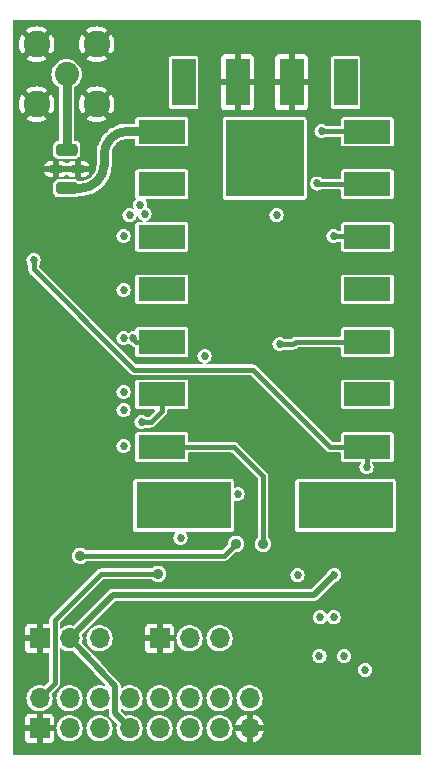
<source format=gbl>
%TF.GenerationSoftware,KiCad,Pcbnew,(6.0.1)*%
%TF.CreationDate,2022-01-31T22:44:08+01:00*%
%TF.ProjectId,TRX_Board,5452585f-426f-4617-9264-2e6b69636164,V 1.0a*%
%TF.SameCoordinates,Original*%
%TF.FileFunction,Copper,L4,Bot*%
%TF.FilePolarity,Positive*%
%FSLAX46Y46*%
G04 Gerber Fmt 4.6, Leading zero omitted, Abs format (unit mm)*
G04 Created by KiCad (PCBNEW (6.0.1)) date 2022-01-31 22:44:08*
%MOMM*%
%LPD*%
G01*
G04 APERTURE LIST*
G04 Aperture macros list*
%AMRoundRect*
0 Rectangle with rounded corners*
0 $1 Rounding radius*
0 $2 $3 $4 $5 $6 $7 $8 $9 X,Y pos of 4 corners*
0 Add a 4 corners polygon primitive as box body*
4,1,4,$2,$3,$4,$5,$6,$7,$8,$9,$2,$3,0*
0 Add four circle primitives for the rounded corners*
1,1,$1+$1,$2,$3*
1,1,$1+$1,$4,$5*
1,1,$1+$1,$6,$7*
1,1,$1+$1,$8,$9*
0 Add four rect primitives between the rounded corners*
20,1,$1+$1,$2,$3,$4,$5,0*
20,1,$1+$1,$4,$5,$6,$7,0*
20,1,$1+$1,$6,$7,$8,$9,0*
20,1,$1+$1,$8,$9,$2,$3,0*%
G04 Aperture macros list end*
%TA.AperFunction,ComponentPad*%
%ADD10C,2.050000*%
%TD*%
%TA.AperFunction,ComponentPad*%
%ADD11C,2.250000*%
%TD*%
%TA.AperFunction,ComponentPad*%
%ADD12R,1.700000X1.700000*%
%TD*%
%TA.AperFunction,ComponentPad*%
%ADD13O,1.700000X1.700000*%
%TD*%
%TA.AperFunction,SMDPad,CuDef*%
%ADD14RoundRect,0.249600X0.650400X-0.270400X0.650400X0.270400X-0.650400X0.270400X-0.650400X-0.270400X0*%
%TD*%
%TA.AperFunction,SMDPad,CuDef*%
%ADD15RoundRect,0.152500X0.470000X-0.152500X0.470000X0.152500X-0.470000X0.152500X-0.470000X-0.152500X0*%
%TD*%
%TA.AperFunction,ComponentPad*%
%ADD16C,0.610000*%
%TD*%
%TA.AperFunction,SMDPad,CuDef*%
%ADD17R,4.000000X2.000000*%
%TD*%
%TA.AperFunction,SMDPad,CuDef*%
%ADD18R,2.000000X4.000000*%
%TD*%
%TA.AperFunction,SMDPad,CuDef*%
%ADD19R,6.600000X6.500000*%
%TD*%
%TA.AperFunction,SMDPad,CuDef*%
%ADD20R,8.000000X4.000000*%
%TD*%
%TA.AperFunction,ViaPad*%
%ADD21C,0.685800*%
%TD*%
%TA.AperFunction,ViaPad*%
%ADD22C,0.889000*%
%TD*%
%TA.AperFunction,Conductor*%
%ADD23C,0.381000*%
%TD*%
%TA.AperFunction,Conductor*%
%ADD24C,0.762000*%
%TD*%
%TA.AperFunction,Conductor*%
%ADD25C,0.508000*%
%TD*%
G04 APERTURE END LIST*
D10*
%TO.P,J2,1,In*%
%TO.N,Net-(FL1-Pad3)*%
X110236000Y-69088000D03*
D11*
%TO.P,J2,2,Ext*%
%TO.N,GND*%
X107696000Y-66548000D03*
X112776000Y-71628000D03*
X112776000Y-66548000D03*
X107696000Y-71628000D03*
%TD*%
D12*
%TO.P,J3,1,Pin_1*%
%TO.N,GND*%
X107950000Y-116840000D03*
D13*
%TO.P,J3,2,Pin_2*%
%TO.N,/MIC_GAIN*%
X110490000Y-116840000D03*
%TO.P,J3,3,Pin_3*%
%TO.N,+3V3*%
X113030000Y-116840000D03*
%TD*%
D12*
%TO.P,J1,1,Pin_1*%
%TO.N,GND*%
X107950000Y-124460000D03*
D13*
%TO.P,J1,2,Pin_2*%
%TO.N,/MIC-AMP_IN*%
X107950000Y-121920000D03*
%TO.P,J1,3,Pin_3*%
%TO.N,/SPKR*%
X110490000Y-124460000D03*
%TO.P,J1,4,Pin_4*%
%TO.N,/-PTT*%
X110490000Y-121920000D03*
%TO.P,J1,5,Pin_5*%
%TO.N,/MIC_AR*%
X113030000Y-124460000D03*
%TO.P,J1,6,Pin_6*%
%TO.N,/MIC-DIGI_IN*%
X113030000Y-121920000D03*
%TO.P,J1,7,Pin_7*%
%TO.N,/MIC_GAIN*%
X115570000Y-124460000D03*
%TO.P,J1,8,Pin_8*%
%TO.N,+3V3*%
X115570000Y-121920000D03*
%TO.P,J1,9,Pin_9*%
%TO.N,/\u002APTT*%
X118110000Y-124460000D03*
%TO.P,J1,10,Pin_10*%
%TO.N,/\u002ATXD*%
X118110000Y-121920000D03*
%TO.P,J1,11,Pin_11*%
%TO.N,/\u002ARFPWR*%
X120650000Y-124460000D03*
%TO.P,J1,12,Pin_12*%
%TO.N,/\u002ARXD*%
X120650000Y-121920000D03*
%TO.P,J1,13,Pin_13*%
%TO.N,/SQ*%
X123190000Y-124460000D03*
%TO.P,J1,14,Pin_14*%
%TO.N,/\u002ASLEEP*%
X123190000Y-121920000D03*
%TO.P,J1,15,Pin_15*%
%TO.N,GND*%
X125730000Y-124460000D03*
%TO.P,J1,16,Pin_16*%
%TO.N,VCC*%
X125730000Y-121920000D03*
%TD*%
D12*
%TO.P,J4,1,Pin_1*%
%TO.N,GND*%
X118110000Y-116840000D03*
D13*
%TO.P,J4,2,Pin_2*%
%TO.N,/MIC_AR*%
X120650000Y-116840000D03*
%TO.P,J4,3,Pin_3*%
%TO.N,+3V3*%
X123190000Y-116840000D03*
%TD*%
D14*
%TO.P,FL1,1,IN*%
%TO.N,Net-(FL1-Pad1)*%
X110236000Y-78740000D03*
D15*
%TO.P,FL1,2,GND*%
%TO.N,GND*%
X109308500Y-77115000D03*
D16*
X109131000Y-77115000D03*
D14*
%TO.P,FL1,3,OUT*%
%TO.N,Net-(FL1-Pad3)*%
X110236000Y-75490000D03*
D16*
%TO.P,FL1,4,GND*%
%TO.N,GND*%
X111341000Y-77115000D03*
D15*
X111163500Y-77115000D03*
%TD*%
D17*
%TO.P,U3,1,SQ*%
%TO.N,/SQ*%
X135700000Y-100650000D03*
%TO.P,U3,2,NC*%
%TO.N,unconnected-(U3-Pad2)*%
X135700000Y-96200000D03*
%TO.P,U3,3,AF_OUT*%
%TO.N,/AF_TRX*%
X135700000Y-91750000D03*
%TO.P,U3,4,NC*%
%TO.N,unconnected-(U3-Pad4)*%
X135700000Y-87300000D03*
%TO.P,U3,5,PTT*%
%TO.N,/-PTT*%
X135700000Y-82850000D03*
%TO.P,U3,6,PD*%
%TO.N,/-SLEEP*%
X135700000Y-78400000D03*
%TO.P,U3,7,HL*%
%TO.N,Net-(Q1-Pad3)*%
X135700000Y-73950000D03*
D18*
%TO.P,U3,8,VCC*%
%TO.N,+3V3*%
X133858000Y-69774000D03*
%TO.P,U3,9,GND*%
%TO.N,GND*%
X129286000Y-69774000D03*
%TO.P,U3,10,GND*%
X124714000Y-69774000D03*
%TO.P,U3,11,NC*%
%TO.N,unconnected-(U3-Pad11)*%
X120142000Y-69774000D03*
D17*
%TO.P,U3,12,RF/ANT*%
%TO.N,Net-(FL1-Pad1)*%
X118300000Y-73950000D03*
%TO.P,U3,13,NC*%
%TO.N,unconnected-(U3-Pad13)*%
X118300000Y-78400000D03*
%TO.P,U3,14,NC*%
%TO.N,unconnected-(U3-Pad14)*%
X118300000Y-82850000D03*
%TO.P,U3,15,NC*%
%TO.N,unconnected-(U3-Pad15)*%
X118300000Y-87300000D03*
%TO.P,U3,16,RXD*%
%TO.N,/RXD*%
X118300000Y-91750000D03*
%TO.P,U3,17,TXD*%
%TO.N,/\u002ATXD*%
X118300000Y-96200000D03*
%TO.P,U3,18,MIC_IN*%
%TO.N,Net-(C19-Pad1)*%
X118300000Y-100650000D03*
D19*
%TO.P,U3,P1*%
%TO.N,N/C*%
X127000000Y-76200000D03*
D20*
%TO.P,U3,P2*%
X133858000Y-105588000D03*
%TO.P,U3,P3*%
X120142000Y-105588000D03*
%TD*%
D21*
%TO.N,/AF_TRX*%
X128270000Y-91948000D03*
D22*
%TO.N,GND*%
X124714000Y-69723000D03*
D21*
X131216400Y-119888000D03*
D22*
X124714000Y-68326000D03*
D21*
X128587500Y-116713000D03*
X128651000Y-119888000D03*
X133197600Y-119532400D03*
D22*
X124714000Y-71120000D03*
X129286000Y-71120000D03*
X129286000Y-68326000D03*
X129286000Y-69723000D03*
D21*
%TO.N,+3V3*%
X115062000Y-91440000D03*
X132842000Y-115062000D03*
D22*
X133858000Y-69723000D03*
X133858000Y-68326000D03*
D21*
X135509000Y-119507000D03*
X115062000Y-82804000D03*
X115062000Y-100584000D03*
X115062000Y-96012000D03*
X115062000Y-87376000D03*
X131699000Y-115062000D03*
D22*
X133858000Y-71120000D03*
D21*
X133731000Y-118364000D03*
X119888000Y-108331000D03*
X128016000Y-81026000D03*
X131648200Y-118364000D03*
%TO.N,/SPKR*%
X115062000Y-97536000D03*
D22*
%TO.N,/MIC-AMP_IN*%
X117983000Y-111379000D03*
%TO.N,Net-(C19-Pad1)*%
X126873000Y-108839000D03*
D21*
%TO.N,/-PTT*%
X132842000Y-82804000D03*
%TO.N,/MIC_AR*%
X129794000Y-111506000D03*
%TO.N,/MIC_GAIN*%
X132889000Y-111459000D03*
%TO.N,/\u002APTT*%
X116840000Y-80899000D03*
%TO.N,/\u002ATXD*%
X116586000Y-98552000D03*
%TO.N,/\u002ARFPWR*%
X115570000Y-81026000D03*
%TO.N,/\u002ARXD*%
X121920000Y-92964000D03*
%TO.N,/\u002ASLEEP*%
X116459000Y-80137000D03*
%TO.N,Net-(Q1-Pad3)*%
X131826000Y-73914000D03*
%TO.N,/-SLEEP*%
X131468500Y-78335500D03*
X124714000Y-104648000D03*
D22*
%TO.N,Net-(U4-Pad6)*%
X111379000Y-109855000D03*
X124587000Y-108839000D03*
D21*
%TO.N,/SQ*%
X107442000Y-84836000D03*
X135636000Y-102362000D03*
%TO.N,/RXD*%
X115874303Y-91440000D03*
%TD*%
D23*
%TO.N,/AF_TRX*%
X129441000Y-91948000D02*
X129639000Y-91750000D01*
X128270000Y-91948000D02*
X129441000Y-91948000D01*
X129639000Y-91750000D02*
X135700000Y-91750000D01*
%TO.N,/MIC-AMP_IN*%
X109220000Y-120650000D02*
X107950000Y-121920000D01*
X109220000Y-115316000D02*
X109220000Y-120650000D01*
X113157000Y-111379000D02*
X109220000Y-115316000D01*
X117983000Y-111379000D02*
X113157000Y-111379000D01*
%TO.N,Net-(C19-Pad1)*%
X126873000Y-108839000D02*
X126873000Y-103124000D01*
X126873000Y-103124000D02*
X124399000Y-100650000D01*
X124399000Y-100650000D02*
X118300000Y-100650000D01*
D24*
%TO.N,Net-(FL1-Pad1)*%
X113411000Y-76740000D02*
X113411000Y-75914000D01*
D25*
X118264000Y-73914000D02*
X118300000Y-73950000D01*
D24*
X115410996Y-73914000D02*
X118264000Y-73914000D01*
X110236000Y-78740000D02*
X111411004Y-78740000D01*
X113411000Y-75913996D02*
G75*
G02*
X115410996Y-73914000I1999999J-3D01*
G01*
X111411000Y-78740000D02*
G75*
G03*
X113411000Y-76740000I1J1999999D01*
G01*
%TO.N,Net-(FL1-Pad3)*%
X110236000Y-75490000D02*
X110236000Y-69088000D01*
D23*
%TO.N,/-PTT*%
X135654000Y-82804000D02*
X135700000Y-82850000D01*
X132842000Y-82804000D02*
X135654000Y-82804000D01*
D25*
%TO.N,/MIC_GAIN*%
X131191000Y-113157000D02*
X114173000Y-113157000D01*
X132889000Y-111459000D02*
X131191000Y-113157000D01*
X114300000Y-123190000D02*
X115570000Y-124460000D01*
X114173000Y-113157000D02*
X110490000Y-116840000D01*
X114300000Y-120904000D02*
X114300000Y-123190000D01*
X110490000Y-116840000D02*
X114300000Y-120904000D01*
D23*
%TO.N,/\u002ATXD*%
X117348000Y-98552000D02*
X116586000Y-98552000D01*
X118300000Y-96200000D02*
X118300000Y-97600000D01*
X118300000Y-97600000D02*
X117348000Y-98552000D01*
%TO.N,Net-(Q1-Pad3)*%
X135664000Y-73914000D02*
X135700000Y-73950000D01*
X131826000Y-73914000D02*
X135664000Y-73914000D01*
%TO.N,/-SLEEP*%
X131533000Y-78400000D02*
X131468500Y-78335500D01*
X135700000Y-78400000D02*
X131533000Y-78400000D01*
%TO.N,Net-(U4-Pad6)*%
X123571000Y-109855000D02*
X111379000Y-109855000D01*
X124587000Y-108839000D02*
X123571000Y-109855000D01*
%TO.N,/SQ*%
X115951000Y-94107000D02*
X107442000Y-85598000D01*
X132527000Y-100650000D02*
X125984000Y-94107000D01*
X135636000Y-100714000D02*
X135700000Y-100650000D01*
X107442000Y-85598000D02*
X107442000Y-84836000D01*
X135700000Y-100650000D02*
X132527000Y-100650000D01*
X135636000Y-102362000D02*
X135636000Y-100714000D01*
X125984000Y-94107000D02*
X115951000Y-94107000D01*
%TO.N,/RXD*%
X115874303Y-91490303D02*
X115874303Y-91440000D01*
X116134000Y-91750000D02*
X115874303Y-91490303D01*
X118300000Y-91750000D02*
X116134000Y-91750000D01*
%TD*%
%TA.AperFunction,Conductor*%
%TO.N,GND*%
G36*
X140189694Y-64534306D02*
G01*
X140208000Y-64578500D01*
X140208000Y-126683500D01*
X140189694Y-126727694D01*
X140145500Y-126746000D01*
X105726500Y-126746000D01*
X105682306Y-126727694D01*
X105664000Y-126683500D01*
X105664000Y-125343831D01*
X106719000Y-125343831D01*
X106719332Y-125348362D01*
X106729317Y-125416192D01*
X106732165Y-125425359D01*
X106783650Y-125530220D01*
X106789578Y-125538502D01*
X106872038Y-125620819D01*
X106880333Y-125626735D01*
X106985288Y-125678038D01*
X106994452Y-125680870D01*
X107061644Y-125690672D01*
X107066157Y-125691000D01*
X107683569Y-125691000D01*
X107692359Y-125687359D01*
X107696000Y-125678569D01*
X108204000Y-125678569D01*
X108207641Y-125687359D01*
X108216431Y-125691000D01*
X108833831Y-125691000D01*
X108838362Y-125690668D01*
X108906192Y-125680683D01*
X108915359Y-125677835D01*
X109020220Y-125626350D01*
X109028502Y-125620422D01*
X109110819Y-125537962D01*
X109116735Y-125529667D01*
X109168038Y-125424712D01*
X109170870Y-125415548D01*
X109180672Y-125348356D01*
X109181000Y-125343843D01*
X109181000Y-124726431D01*
X109177359Y-124717641D01*
X109168569Y-124714000D01*
X108216431Y-124714000D01*
X108207641Y-124717641D01*
X108204000Y-124726431D01*
X108204000Y-125678569D01*
X107696000Y-125678569D01*
X107696000Y-124726431D01*
X107692359Y-124717641D01*
X107683569Y-124714000D01*
X106731431Y-124714000D01*
X106722641Y-124717641D01*
X106719000Y-124726431D01*
X106719000Y-125343831D01*
X105664000Y-125343831D01*
X105664000Y-124430964D01*
X109381148Y-124430964D01*
X109394424Y-124633522D01*
X109444392Y-124830269D01*
X109529377Y-125014616D01*
X109646533Y-125180389D01*
X109791938Y-125322035D01*
X109960720Y-125434812D01*
X110047124Y-125471934D01*
X110144588Y-125513808D01*
X110144590Y-125513809D01*
X110147228Y-125514942D01*
X110247641Y-125537663D01*
X110342426Y-125559111D01*
X110342429Y-125559111D01*
X110345216Y-125559742D01*
X110435164Y-125563276D01*
X110545193Y-125567600D01*
X110545197Y-125567600D01*
X110548053Y-125567712D01*
X110748945Y-125538584D01*
X110941165Y-125473334D01*
X111118276Y-125374147D01*
X111274345Y-125244345D01*
X111404147Y-125088276D01*
X111503334Y-124911165D01*
X111568584Y-124718945D01*
X111597712Y-124518053D01*
X111599232Y-124460000D01*
X111596565Y-124430964D01*
X111921148Y-124430964D01*
X111934424Y-124633522D01*
X111984392Y-124830269D01*
X112069377Y-125014616D01*
X112186533Y-125180389D01*
X112331938Y-125322035D01*
X112500720Y-125434812D01*
X112587124Y-125471934D01*
X112684588Y-125513808D01*
X112684590Y-125513809D01*
X112687228Y-125514942D01*
X112787641Y-125537663D01*
X112882426Y-125559111D01*
X112882429Y-125559111D01*
X112885216Y-125559742D01*
X112975164Y-125563276D01*
X113085193Y-125567600D01*
X113085197Y-125567600D01*
X113088053Y-125567712D01*
X113288945Y-125538584D01*
X113481165Y-125473334D01*
X113658276Y-125374147D01*
X113814345Y-125244345D01*
X113944147Y-125088276D01*
X114043334Y-124911165D01*
X114108584Y-124718945D01*
X114137712Y-124518053D01*
X114139232Y-124460000D01*
X114136303Y-124428116D01*
X114120920Y-124260714D01*
X114120658Y-124257859D01*
X114119879Y-124255096D01*
X114066335Y-124065244D01*
X114066333Y-124065240D01*
X114065557Y-124062487D01*
X113975776Y-123880428D01*
X113957437Y-123855869D01*
X113856037Y-123720078D01*
X113856036Y-123720076D01*
X113854320Y-123717779D01*
X113705258Y-123579987D01*
X113533581Y-123471667D01*
X113345039Y-123396446D01*
X113342233Y-123395888D01*
X113342230Y-123395887D01*
X113148752Y-123357402D01*
X113148750Y-123357402D01*
X113145946Y-123356844D01*
X113050353Y-123355593D01*
X112945833Y-123354224D01*
X112945828Y-123354224D01*
X112942971Y-123354187D01*
X112940151Y-123354672D01*
X112940146Y-123354672D01*
X112823751Y-123374673D01*
X112742910Y-123388564D01*
X112740222Y-123389556D01*
X112740217Y-123389557D01*
X112555151Y-123457832D01*
X112555148Y-123457833D01*
X112552463Y-123458824D01*
X112550003Y-123460287D01*
X112550002Y-123460288D01*
X112539087Y-123466782D01*
X112378010Y-123562612D01*
X112225392Y-123696455D01*
X112099720Y-123855869D01*
X112005203Y-124035515D01*
X112004356Y-124038242D01*
X112004355Y-124038245D01*
X111977051Y-124126178D01*
X111945007Y-124229378D01*
X111921148Y-124430964D01*
X111596565Y-124430964D01*
X111596303Y-124428116D01*
X111580920Y-124260714D01*
X111580658Y-124257859D01*
X111579879Y-124255096D01*
X111526335Y-124065244D01*
X111526333Y-124065240D01*
X111525557Y-124062487D01*
X111435776Y-123880428D01*
X111417437Y-123855869D01*
X111316037Y-123720078D01*
X111316036Y-123720076D01*
X111314320Y-123717779D01*
X111165258Y-123579987D01*
X110993581Y-123471667D01*
X110805039Y-123396446D01*
X110802233Y-123395888D01*
X110802230Y-123395887D01*
X110608752Y-123357402D01*
X110608750Y-123357402D01*
X110605946Y-123356844D01*
X110510353Y-123355593D01*
X110405833Y-123354224D01*
X110405828Y-123354224D01*
X110402971Y-123354187D01*
X110400151Y-123354672D01*
X110400146Y-123354672D01*
X110283751Y-123374673D01*
X110202910Y-123388564D01*
X110200222Y-123389556D01*
X110200217Y-123389557D01*
X110015151Y-123457832D01*
X110015148Y-123457833D01*
X110012463Y-123458824D01*
X110010003Y-123460287D01*
X110010002Y-123460288D01*
X109999087Y-123466782D01*
X109838010Y-123562612D01*
X109685392Y-123696455D01*
X109559720Y-123855869D01*
X109465203Y-124035515D01*
X109464356Y-124038242D01*
X109464355Y-124038245D01*
X109437051Y-124126178D01*
X109405007Y-124229378D01*
X109381148Y-124430964D01*
X105664000Y-124430964D01*
X105664000Y-124193569D01*
X106719000Y-124193569D01*
X106722641Y-124202359D01*
X106731431Y-124206000D01*
X107683569Y-124206000D01*
X107692359Y-124202359D01*
X107696000Y-124193569D01*
X108204000Y-124193569D01*
X108207641Y-124202359D01*
X108216431Y-124206000D01*
X109168569Y-124206000D01*
X109177359Y-124202359D01*
X109181000Y-124193569D01*
X109181000Y-123576169D01*
X109180668Y-123571638D01*
X109170683Y-123503808D01*
X109167835Y-123494641D01*
X109116350Y-123389780D01*
X109110422Y-123381498D01*
X109027962Y-123299181D01*
X109019667Y-123293265D01*
X108914712Y-123241962D01*
X108905548Y-123239130D01*
X108838356Y-123229328D01*
X108833843Y-123229000D01*
X108216431Y-123229000D01*
X108207641Y-123232641D01*
X108204000Y-123241431D01*
X108204000Y-124193569D01*
X107696000Y-124193569D01*
X107696000Y-123241431D01*
X107692359Y-123232641D01*
X107683569Y-123229000D01*
X107066169Y-123229000D01*
X107061638Y-123229332D01*
X106993808Y-123239317D01*
X106984641Y-123242165D01*
X106879780Y-123293650D01*
X106871498Y-123299578D01*
X106789181Y-123382038D01*
X106783265Y-123390333D01*
X106731962Y-123495288D01*
X106729130Y-123504452D01*
X106719328Y-123571644D01*
X106719000Y-123576157D01*
X106719000Y-124193569D01*
X105664000Y-124193569D01*
X105664000Y-121890964D01*
X106841148Y-121890964D01*
X106854424Y-122093522D01*
X106904392Y-122290269D01*
X106989377Y-122474616D01*
X107106533Y-122640389D01*
X107251938Y-122782035D01*
X107420720Y-122894812D01*
X107507124Y-122931934D01*
X107604588Y-122973808D01*
X107604590Y-122973809D01*
X107607228Y-122974942D01*
X107707641Y-122997663D01*
X107802426Y-123019111D01*
X107802429Y-123019111D01*
X107805216Y-123019742D01*
X107895164Y-123023276D01*
X108005193Y-123027600D01*
X108005197Y-123027600D01*
X108008053Y-123027712D01*
X108208945Y-122998584D01*
X108401165Y-122933334D01*
X108578276Y-122834147D01*
X108734345Y-122704345D01*
X108864147Y-122548276D01*
X108963334Y-122371165D01*
X109028584Y-122178945D01*
X109057712Y-121978053D01*
X109059232Y-121920000D01*
X109056565Y-121890964D01*
X109381148Y-121890964D01*
X109394424Y-122093522D01*
X109444392Y-122290269D01*
X109529377Y-122474616D01*
X109646533Y-122640389D01*
X109791938Y-122782035D01*
X109960720Y-122894812D01*
X110047124Y-122931934D01*
X110144588Y-122973808D01*
X110144590Y-122973809D01*
X110147228Y-122974942D01*
X110247641Y-122997663D01*
X110342426Y-123019111D01*
X110342429Y-123019111D01*
X110345216Y-123019742D01*
X110435164Y-123023276D01*
X110545193Y-123027600D01*
X110545197Y-123027600D01*
X110548053Y-123027712D01*
X110748945Y-122998584D01*
X110941165Y-122933334D01*
X111118276Y-122834147D01*
X111274345Y-122704345D01*
X111404147Y-122548276D01*
X111503334Y-122371165D01*
X111568584Y-122178945D01*
X111597712Y-121978053D01*
X111599232Y-121920000D01*
X111596303Y-121888116D01*
X111580920Y-121720714D01*
X111580658Y-121717859D01*
X111579879Y-121715096D01*
X111526335Y-121525244D01*
X111526333Y-121525240D01*
X111525557Y-121522487D01*
X111435776Y-121340428D01*
X111417437Y-121315869D01*
X111316037Y-121180078D01*
X111316036Y-121180076D01*
X111314320Y-121177779D01*
X111165258Y-121039987D01*
X110993581Y-120931667D01*
X110817266Y-120861324D01*
X110807696Y-120857506D01*
X110805039Y-120856446D01*
X110802233Y-120855888D01*
X110802230Y-120855887D01*
X110608752Y-120817402D01*
X110608750Y-120817402D01*
X110605946Y-120816844D01*
X110510353Y-120815593D01*
X110405833Y-120814224D01*
X110405828Y-120814224D01*
X110402971Y-120814187D01*
X110400151Y-120814672D01*
X110400146Y-120814672D01*
X110283751Y-120834673D01*
X110202910Y-120848564D01*
X110200222Y-120849556D01*
X110200217Y-120849557D01*
X110015151Y-120917832D01*
X110015148Y-120917833D01*
X110012463Y-120918824D01*
X109838010Y-121022612D01*
X109685392Y-121156455D01*
X109559720Y-121315869D01*
X109465203Y-121495515D01*
X109464356Y-121498242D01*
X109464355Y-121498245D01*
X109458641Y-121516648D01*
X109405007Y-121689378D01*
X109381148Y-121890964D01*
X109056565Y-121890964D01*
X109056303Y-121888116D01*
X109040920Y-121720714D01*
X109040658Y-121717859D01*
X109033427Y-121692218D01*
X108993582Y-121550943D01*
X108999204Y-121503439D01*
X109009541Y-121489784D01*
X109513352Y-120985973D01*
X109518853Y-120981085D01*
X109544383Y-120960959D01*
X109544384Y-120960958D01*
X109548055Y-120958064D01*
X109550711Y-120954221D01*
X109550713Y-120954219D01*
X109581559Y-120909587D01*
X109582701Y-120907989D01*
X109592911Y-120894167D01*
X109617718Y-120860581D01*
X109619266Y-120856175D01*
X109620129Y-120854544D01*
X109620300Y-120854262D01*
X109620541Y-120853789D01*
X109620671Y-120853479D01*
X109621481Y-120851826D01*
X109624136Y-120847984D01*
X109629082Y-120832347D01*
X109641900Y-120791814D01*
X109642521Y-120789951D01*
X109660509Y-120738729D01*
X109662055Y-120734327D01*
X109662238Y-120729661D01*
X109662583Y-120727853D01*
X109662747Y-120727207D01*
X109663412Y-120723793D01*
X109664485Y-120720400D01*
X109664765Y-120716846D01*
X109664903Y-120715095D01*
X109664903Y-120715084D01*
X109665000Y-120713857D01*
X109665000Y-120660597D01*
X109665048Y-120658143D01*
X109667125Y-120605286D01*
X109667125Y-120605283D01*
X109667308Y-120600617D01*
X109666111Y-120596102D01*
X109665598Y-120591456D01*
X109665996Y-120591412D01*
X109665000Y-120583765D01*
X109665000Y-117726516D01*
X109683306Y-117682322D01*
X109727500Y-117664016D01*
X109771111Y-117681747D01*
X109791938Y-117702035D01*
X109960720Y-117814812D01*
X110030205Y-117844665D01*
X110144588Y-117893808D01*
X110144590Y-117893809D01*
X110147228Y-117894942D01*
X110244684Y-117916994D01*
X110342426Y-117939111D01*
X110342429Y-117939111D01*
X110345216Y-117939742D01*
X110435164Y-117943276D01*
X110545193Y-117947600D01*
X110545197Y-117947600D01*
X110548053Y-117947712D01*
X110748945Y-117918584D01*
X110752683Y-117917315D01*
X110753017Y-117917337D01*
X110754445Y-117916994D01*
X110754551Y-117917437D01*
X110800415Y-117920439D01*
X110818373Y-117933749D01*
X111710947Y-118885828D01*
X113493844Y-120787586D01*
X113510716Y-120832347D01*
X113490994Y-120875928D01*
X113446233Y-120892800D01*
X113425088Y-120888382D01*
X113347706Y-120857509D01*
X113347696Y-120857506D01*
X113345039Y-120856446D01*
X113342233Y-120855888D01*
X113342230Y-120855887D01*
X113148752Y-120817402D01*
X113148750Y-120817402D01*
X113145946Y-120816844D01*
X113050353Y-120815593D01*
X112945833Y-120814224D01*
X112945828Y-120814224D01*
X112942971Y-120814187D01*
X112940151Y-120814672D01*
X112940146Y-120814672D01*
X112823751Y-120834673D01*
X112742910Y-120848564D01*
X112740222Y-120849556D01*
X112740217Y-120849557D01*
X112555151Y-120917832D01*
X112555148Y-120917833D01*
X112552463Y-120918824D01*
X112378010Y-121022612D01*
X112225392Y-121156455D01*
X112099720Y-121315869D01*
X112005203Y-121495515D01*
X112004356Y-121498242D01*
X112004355Y-121498245D01*
X111998641Y-121516648D01*
X111945007Y-121689378D01*
X111921148Y-121890964D01*
X111934424Y-122093522D01*
X111984392Y-122290269D01*
X112069377Y-122474616D01*
X112186533Y-122640389D01*
X112331938Y-122782035D01*
X112500720Y-122894812D01*
X112587124Y-122931934D01*
X112684588Y-122973808D01*
X112684590Y-122973809D01*
X112687228Y-122974942D01*
X112787641Y-122997663D01*
X112882426Y-123019111D01*
X112882429Y-123019111D01*
X112885216Y-123019742D01*
X112975164Y-123023276D01*
X113085193Y-123027600D01*
X113085197Y-123027600D01*
X113088053Y-123027712D01*
X113288945Y-122998584D01*
X113481165Y-122933334D01*
X113658276Y-122834147D01*
X113689037Y-122808564D01*
X113734719Y-122794379D01*
X113777053Y-122816652D01*
X113791500Y-122856617D01*
X113791500Y-123126022D01*
X113789959Y-123139815D01*
X113787926Y-123148800D01*
X113788202Y-123153246D01*
X113791380Y-123204475D01*
X113791500Y-123208345D01*
X113791500Y-123226513D01*
X113791814Y-123228707D01*
X113791815Y-123228719D01*
X113793344Y-123239398D01*
X113793855Y-123244383D01*
X113796669Y-123289733D01*
X113796945Y-123294177D01*
X113801810Y-123307652D01*
X113804890Y-123320007D01*
X113806920Y-123334187D01*
X113808763Y-123338239D01*
X113808763Y-123338241D01*
X113827570Y-123379604D01*
X113829462Y-123384251D01*
X113834247Y-123397506D01*
X113846404Y-123431181D01*
X113849029Y-123434774D01*
X113854856Y-123442751D01*
X113861279Y-123453742D01*
X113867208Y-123466782D01*
X113891770Y-123495288D01*
X113899778Y-123504582D01*
X113902896Y-123508509D01*
X113907879Y-123515329D01*
X113912425Y-123521552D01*
X113925065Y-123534192D01*
X113928219Y-123537589D01*
X113962287Y-123577127D01*
X113972991Y-123584065D01*
X113983191Y-123592318D01*
X114490365Y-124099492D01*
X114508671Y-124143686D01*
X114505860Y-124162219D01*
X114485007Y-124229378D01*
X114461148Y-124430964D01*
X114474424Y-124633522D01*
X114524392Y-124830269D01*
X114609377Y-125014616D01*
X114726533Y-125180389D01*
X114871938Y-125322035D01*
X115040720Y-125434812D01*
X115127124Y-125471934D01*
X115224588Y-125513808D01*
X115224590Y-125513809D01*
X115227228Y-125514942D01*
X115327641Y-125537663D01*
X115422426Y-125559111D01*
X115422429Y-125559111D01*
X115425216Y-125559742D01*
X115515164Y-125563276D01*
X115625193Y-125567600D01*
X115625197Y-125567600D01*
X115628053Y-125567712D01*
X115828945Y-125538584D01*
X116021165Y-125473334D01*
X116198276Y-125374147D01*
X116354345Y-125244345D01*
X116484147Y-125088276D01*
X116583334Y-124911165D01*
X116648584Y-124718945D01*
X116677712Y-124518053D01*
X116679232Y-124460000D01*
X116676565Y-124430964D01*
X117001148Y-124430964D01*
X117014424Y-124633522D01*
X117064392Y-124830269D01*
X117149377Y-125014616D01*
X117266533Y-125180389D01*
X117411938Y-125322035D01*
X117580720Y-125434812D01*
X117667124Y-125471934D01*
X117764588Y-125513808D01*
X117764590Y-125513809D01*
X117767228Y-125514942D01*
X117867641Y-125537663D01*
X117962426Y-125559111D01*
X117962429Y-125559111D01*
X117965216Y-125559742D01*
X118055164Y-125563276D01*
X118165193Y-125567600D01*
X118165197Y-125567600D01*
X118168053Y-125567712D01*
X118368945Y-125538584D01*
X118561165Y-125473334D01*
X118738276Y-125374147D01*
X118894345Y-125244345D01*
X119024147Y-125088276D01*
X119123334Y-124911165D01*
X119188584Y-124718945D01*
X119217712Y-124518053D01*
X119219232Y-124460000D01*
X119216565Y-124430964D01*
X119541148Y-124430964D01*
X119554424Y-124633522D01*
X119604392Y-124830269D01*
X119689377Y-125014616D01*
X119806533Y-125180389D01*
X119951938Y-125322035D01*
X120120720Y-125434812D01*
X120207124Y-125471934D01*
X120304588Y-125513808D01*
X120304590Y-125513809D01*
X120307228Y-125514942D01*
X120407641Y-125537663D01*
X120502426Y-125559111D01*
X120502429Y-125559111D01*
X120505216Y-125559742D01*
X120595164Y-125563276D01*
X120705193Y-125567600D01*
X120705197Y-125567600D01*
X120708053Y-125567712D01*
X120908945Y-125538584D01*
X121101165Y-125473334D01*
X121278276Y-125374147D01*
X121434345Y-125244345D01*
X121564147Y-125088276D01*
X121663334Y-124911165D01*
X121728584Y-124718945D01*
X121757712Y-124518053D01*
X121759232Y-124460000D01*
X121756565Y-124430964D01*
X122081148Y-124430964D01*
X122094424Y-124633522D01*
X122144392Y-124830269D01*
X122229377Y-125014616D01*
X122346533Y-125180389D01*
X122491938Y-125322035D01*
X122660720Y-125434812D01*
X122747124Y-125471934D01*
X122844588Y-125513808D01*
X122844590Y-125513809D01*
X122847228Y-125514942D01*
X122947641Y-125537663D01*
X123042426Y-125559111D01*
X123042429Y-125559111D01*
X123045216Y-125559742D01*
X123135164Y-125563276D01*
X123245193Y-125567600D01*
X123245197Y-125567600D01*
X123248053Y-125567712D01*
X123448945Y-125538584D01*
X123641165Y-125473334D01*
X123818276Y-125374147D01*
X123974345Y-125244345D01*
X124104147Y-125088276D01*
X124203334Y-124911165D01*
X124267700Y-124721548D01*
X124525657Y-124721548D01*
X124568113Y-124879998D01*
X124569973Y-124885108D01*
X124658697Y-125075377D01*
X124661418Y-125080088D01*
X124781830Y-125252056D01*
X124785329Y-125256226D01*
X124933774Y-125404671D01*
X124937944Y-125408170D01*
X125109912Y-125528582D01*
X125114623Y-125531303D01*
X125304892Y-125620027D01*
X125310002Y-125621887D01*
X125463992Y-125663149D01*
X125473425Y-125661907D01*
X125476000Y-125658551D01*
X125476000Y-125653935D01*
X125984000Y-125653935D01*
X125987641Y-125662725D01*
X125991548Y-125664343D01*
X126149998Y-125621887D01*
X126155108Y-125620027D01*
X126345377Y-125531303D01*
X126350088Y-125528582D01*
X126522056Y-125408170D01*
X126526226Y-125404671D01*
X126674671Y-125256226D01*
X126678170Y-125252056D01*
X126798582Y-125080088D01*
X126801303Y-125075377D01*
X126890027Y-124885108D01*
X126891887Y-124879998D01*
X126933149Y-124726008D01*
X126931907Y-124716575D01*
X126928551Y-124714000D01*
X125996431Y-124714000D01*
X125987641Y-124717641D01*
X125984000Y-124726431D01*
X125984000Y-125653935D01*
X125476000Y-125653935D01*
X125476000Y-124726431D01*
X125472359Y-124717641D01*
X125463569Y-124714000D01*
X124536065Y-124714000D01*
X124527275Y-124717641D01*
X124525657Y-124721548D01*
X124267700Y-124721548D01*
X124268584Y-124718945D01*
X124297712Y-124518053D01*
X124299232Y-124460000D01*
X124296303Y-124428116D01*
X124280920Y-124260714D01*
X124280658Y-124257859D01*
X124279879Y-124255096D01*
X124262646Y-124193992D01*
X124526851Y-124193992D01*
X124528093Y-124203425D01*
X124531449Y-124206000D01*
X125463569Y-124206000D01*
X125472359Y-124202359D01*
X125476000Y-124193569D01*
X125984000Y-124193569D01*
X125987641Y-124202359D01*
X125996431Y-124206000D01*
X126923935Y-124206000D01*
X126932725Y-124202359D01*
X126934343Y-124198452D01*
X126891887Y-124040002D01*
X126890027Y-124034892D01*
X126801303Y-123844623D01*
X126798582Y-123839912D01*
X126678170Y-123667944D01*
X126674671Y-123663774D01*
X126526226Y-123515329D01*
X126522056Y-123511830D01*
X126350088Y-123391418D01*
X126345377Y-123388697D01*
X126155108Y-123299973D01*
X126149998Y-123298113D01*
X125996008Y-123256851D01*
X125986575Y-123258093D01*
X125984000Y-123261449D01*
X125984000Y-124193569D01*
X125476000Y-124193569D01*
X125476000Y-123266065D01*
X125472359Y-123257275D01*
X125468452Y-123255657D01*
X125310002Y-123298113D01*
X125304892Y-123299973D01*
X125114623Y-123388697D01*
X125109912Y-123391418D01*
X124937944Y-123511830D01*
X124933774Y-123515329D01*
X124785329Y-123663774D01*
X124781830Y-123667944D01*
X124661418Y-123839912D01*
X124658697Y-123844623D01*
X124569973Y-124034892D01*
X124568113Y-124040002D01*
X124526851Y-124193992D01*
X124262646Y-124193992D01*
X124226335Y-124065244D01*
X124226333Y-124065240D01*
X124225557Y-124062487D01*
X124135776Y-123880428D01*
X124117437Y-123855869D01*
X124016037Y-123720078D01*
X124016036Y-123720076D01*
X124014320Y-123717779D01*
X123865258Y-123579987D01*
X123693581Y-123471667D01*
X123505039Y-123396446D01*
X123502233Y-123395888D01*
X123502230Y-123395887D01*
X123308752Y-123357402D01*
X123308750Y-123357402D01*
X123305946Y-123356844D01*
X123210353Y-123355593D01*
X123105833Y-123354224D01*
X123105828Y-123354224D01*
X123102971Y-123354187D01*
X123100151Y-123354672D01*
X123100146Y-123354672D01*
X122983751Y-123374673D01*
X122902910Y-123388564D01*
X122900222Y-123389556D01*
X122900217Y-123389557D01*
X122715151Y-123457832D01*
X122715148Y-123457833D01*
X122712463Y-123458824D01*
X122710003Y-123460287D01*
X122710002Y-123460288D01*
X122699087Y-123466782D01*
X122538010Y-123562612D01*
X122385392Y-123696455D01*
X122259720Y-123855869D01*
X122165203Y-124035515D01*
X122164356Y-124038242D01*
X122164355Y-124038245D01*
X122137051Y-124126178D01*
X122105007Y-124229378D01*
X122081148Y-124430964D01*
X121756565Y-124430964D01*
X121756303Y-124428116D01*
X121740920Y-124260714D01*
X121740658Y-124257859D01*
X121739879Y-124255096D01*
X121686335Y-124065244D01*
X121686333Y-124065240D01*
X121685557Y-124062487D01*
X121595776Y-123880428D01*
X121577437Y-123855869D01*
X121476037Y-123720078D01*
X121476036Y-123720076D01*
X121474320Y-123717779D01*
X121325258Y-123579987D01*
X121153581Y-123471667D01*
X120965039Y-123396446D01*
X120962233Y-123395888D01*
X120962230Y-123395887D01*
X120768752Y-123357402D01*
X120768750Y-123357402D01*
X120765946Y-123356844D01*
X120670353Y-123355593D01*
X120565833Y-123354224D01*
X120565828Y-123354224D01*
X120562971Y-123354187D01*
X120560151Y-123354672D01*
X120560146Y-123354672D01*
X120443751Y-123374673D01*
X120362910Y-123388564D01*
X120360222Y-123389556D01*
X120360217Y-123389557D01*
X120175151Y-123457832D01*
X120175148Y-123457833D01*
X120172463Y-123458824D01*
X120170003Y-123460287D01*
X120170002Y-123460288D01*
X120159087Y-123466782D01*
X119998010Y-123562612D01*
X119845392Y-123696455D01*
X119719720Y-123855869D01*
X119625203Y-124035515D01*
X119624356Y-124038242D01*
X119624355Y-124038245D01*
X119597051Y-124126178D01*
X119565007Y-124229378D01*
X119541148Y-124430964D01*
X119216565Y-124430964D01*
X119216303Y-124428116D01*
X119200920Y-124260714D01*
X119200658Y-124257859D01*
X119199879Y-124255096D01*
X119146335Y-124065244D01*
X119146333Y-124065240D01*
X119145557Y-124062487D01*
X119055776Y-123880428D01*
X119037437Y-123855869D01*
X118936037Y-123720078D01*
X118936036Y-123720076D01*
X118934320Y-123717779D01*
X118785258Y-123579987D01*
X118613581Y-123471667D01*
X118425039Y-123396446D01*
X118422233Y-123395888D01*
X118422230Y-123395887D01*
X118228752Y-123357402D01*
X118228750Y-123357402D01*
X118225946Y-123356844D01*
X118130353Y-123355593D01*
X118025833Y-123354224D01*
X118025828Y-123354224D01*
X118022971Y-123354187D01*
X118020151Y-123354672D01*
X118020146Y-123354672D01*
X117903751Y-123374673D01*
X117822910Y-123388564D01*
X117820222Y-123389556D01*
X117820217Y-123389557D01*
X117635151Y-123457832D01*
X117635148Y-123457833D01*
X117632463Y-123458824D01*
X117630003Y-123460287D01*
X117630002Y-123460288D01*
X117619087Y-123466782D01*
X117458010Y-123562612D01*
X117305392Y-123696455D01*
X117179720Y-123855869D01*
X117085203Y-124035515D01*
X117084356Y-124038242D01*
X117084355Y-124038245D01*
X117057051Y-124126178D01*
X117025007Y-124229378D01*
X117001148Y-124430964D01*
X116676565Y-124430964D01*
X116676303Y-124428116D01*
X116660920Y-124260714D01*
X116660658Y-124257859D01*
X116659879Y-124255096D01*
X116606335Y-124065244D01*
X116606333Y-124065240D01*
X116605557Y-124062487D01*
X116515776Y-123880428D01*
X116497437Y-123855869D01*
X116396037Y-123720078D01*
X116396036Y-123720076D01*
X116394320Y-123717779D01*
X116245258Y-123579987D01*
X116073581Y-123471667D01*
X115885039Y-123396446D01*
X115882233Y-123395888D01*
X115882230Y-123395887D01*
X115688752Y-123357402D01*
X115688750Y-123357402D01*
X115685946Y-123356844D01*
X115590353Y-123355593D01*
X115485833Y-123354224D01*
X115485828Y-123354224D01*
X115482971Y-123354187D01*
X115480151Y-123354672D01*
X115480146Y-123354672D01*
X115363751Y-123374673D01*
X115282910Y-123388564D01*
X115280217Y-123389557D01*
X115280215Y-123389558D01*
X115272800Y-123392293D01*
X115225001Y-123390412D01*
X115206977Y-123377849D01*
X114826806Y-122997679D01*
X114808500Y-122953485D01*
X114808500Y-122856577D01*
X114826806Y-122812383D01*
X114871000Y-122794077D01*
X114905723Y-122804610D01*
X114983557Y-122856617D01*
X115040720Y-122894812D01*
X115127124Y-122931934D01*
X115224588Y-122973808D01*
X115224590Y-122973809D01*
X115227228Y-122974942D01*
X115327641Y-122997663D01*
X115422426Y-123019111D01*
X115422429Y-123019111D01*
X115425216Y-123019742D01*
X115515164Y-123023276D01*
X115625193Y-123027600D01*
X115625197Y-123027600D01*
X115628053Y-123027712D01*
X115828945Y-122998584D01*
X116021165Y-122933334D01*
X116198276Y-122834147D01*
X116354345Y-122704345D01*
X116484147Y-122548276D01*
X116583334Y-122371165D01*
X116648584Y-122178945D01*
X116677712Y-121978053D01*
X116679232Y-121920000D01*
X116676565Y-121890964D01*
X117001148Y-121890964D01*
X117014424Y-122093522D01*
X117064392Y-122290269D01*
X117149377Y-122474616D01*
X117266533Y-122640389D01*
X117411938Y-122782035D01*
X117580720Y-122894812D01*
X117667124Y-122931934D01*
X117764588Y-122973808D01*
X117764590Y-122973809D01*
X117767228Y-122974942D01*
X117867641Y-122997663D01*
X117962426Y-123019111D01*
X117962429Y-123019111D01*
X117965216Y-123019742D01*
X118055164Y-123023276D01*
X118165193Y-123027600D01*
X118165197Y-123027600D01*
X118168053Y-123027712D01*
X118368945Y-122998584D01*
X118561165Y-122933334D01*
X118738276Y-122834147D01*
X118894345Y-122704345D01*
X119024147Y-122548276D01*
X119123334Y-122371165D01*
X119188584Y-122178945D01*
X119217712Y-121978053D01*
X119219232Y-121920000D01*
X119216565Y-121890964D01*
X119541148Y-121890964D01*
X119554424Y-122093522D01*
X119604392Y-122290269D01*
X119689377Y-122474616D01*
X119806533Y-122640389D01*
X119951938Y-122782035D01*
X120120720Y-122894812D01*
X120207124Y-122931934D01*
X120304588Y-122973808D01*
X120304590Y-122973809D01*
X120307228Y-122974942D01*
X120407641Y-122997663D01*
X120502426Y-123019111D01*
X120502429Y-123019111D01*
X120505216Y-123019742D01*
X120595164Y-123023276D01*
X120705193Y-123027600D01*
X120705197Y-123027600D01*
X120708053Y-123027712D01*
X120908945Y-122998584D01*
X121101165Y-122933334D01*
X121278276Y-122834147D01*
X121434345Y-122704345D01*
X121564147Y-122548276D01*
X121663334Y-122371165D01*
X121728584Y-122178945D01*
X121757712Y-121978053D01*
X121759232Y-121920000D01*
X121756565Y-121890964D01*
X122081148Y-121890964D01*
X122094424Y-122093522D01*
X122144392Y-122290269D01*
X122229377Y-122474616D01*
X122346533Y-122640389D01*
X122491938Y-122782035D01*
X122660720Y-122894812D01*
X122747124Y-122931934D01*
X122844588Y-122973808D01*
X122844590Y-122973809D01*
X122847228Y-122974942D01*
X122947641Y-122997663D01*
X123042426Y-123019111D01*
X123042429Y-123019111D01*
X123045216Y-123019742D01*
X123135164Y-123023276D01*
X123245193Y-123027600D01*
X123245197Y-123027600D01*
X123248053Y-123027712D01*
X123448945Y-122998584D01*
X123641165Y-122933334D01*
X123818276Y-122834147D01*
X123974345Y-122704345D01*
X124104147Y-122548276D01*
X124203334Y-122371165D01*
X124268584Y-122178945D01*
X124297712Y-121978053D01*
X124299232Y-121920000D01*
X124296565Y-121890964D01*
X124621148Y-121890964D01*
X124634424Y-122093522D01*
X124684392Y-122290269D01*
X124769377Y-122474616D01*
X124886533Y-122640389D01*
X125031938Y-122782035D01*
X125200720Y-122894812D01*
X125287124Y-122931934D01*
X125384588Y-122973808D01*
X125384590Y-122973809D01*
X125387228Y-122974942D01*
X125487641Y-122997663D01*
X125582426Y-123019111D01*
X125582429Y-123019111D01*
X125585216Y-123019742D01*
X125675164Y-123023276D01*
X125785193Y-123027600D01*
X125785197Y-123027600D01*
X125788053Y-123027712D01*
X125988945Y-122998584D01*
X126181165Y-122933334D01*
X126358276Y-122834147D01*
X126514345Y-122704345D01*
X126644147Y-122548276D01*
X126743334Y-122371165D01*
X126808584Y-122178945D01*
X126837712Y-121978053D01*
X126839232Y-121920000D01*
X126836303Y-121888116D01*
X126820920Y-121720714D01*
X126820658Y-121717859D01*
X126819879Y-121715096D01*
X126766335Y-121525244D01*
X126766333Y-121525240D01*
X126765557Y-121522487D01*
X126675776Y-121340428D01*
X126657437Y-121315869D01*
X126556037Y-121180078D01*
X126556036Y-121180076D01*
X126554320Y-121177779D01*
X126405258Y-121039987D01*
X126233581Y-120931667D01*
X126057266Y-120861324D01*
X126047696Y-120857506D01*
X126045039Y-120856446D01*
X126042233Y-120855888D01*
X126042230Y-120855887D01*
X125848752Y-120817402D01*
X125848750Y-120817402D01*
X125845946Y-120816844D01*
X125750353Y-120815593D01*
X125645833Y-120814224D01*
X125645828Y-120814224D01*
X125642971Y-120814187D01*
X125640151Y-120814672D01*
X125640146Y-120814672D01*
X125523751Y-120834673D01*
X125442910Y-120848564D01*
X125440222Y-120849556D01*
X125440217Y-120849557D01*
X125255151Y-120917832D01*
X125255148Y-120917833D01*
X125252463Y-120918824D01*
X125078010Y-121022612D01*
X124925392Y-121156455D01*
X124799720Y-121315869D01*
X124705203Y-121495515D01*
X124704356Y-121498242D01*
X124704355Y-121498245D01*
X124698641Y-121516648D01*
X124645007Y-121689378D01*
X124621148Y-121890964D01*
X124296565Y-121890964D01*
X124296303Y-121888116D01*
X124280920Y-121720714D01*
X124280658Y-121717859D01*
X124279879Y-121715096D01*
X124226335Y-121525244D01*
X124226333Y-121525240D01*
X124225557Y-121522487D01*
X124135776Y-121340428D01*
X124117437Y-121315869D01*
X124016037Y-121180078D01*
X124016036Y-121180076D01*
X124014320Y-121177779D01*
X123865258Y-121039987D01*
X123693581Y-120931667D01*
X123517266Y-120861324D01*
X123507696Y-120857506D01*
X123505039Y-120856446D01*
X123502233Y-120855888D01*
X123502230Y-120855887D01*
X123308752Y-120817402D01*
X123308750Y-120817402D01*
X123305946Y-120816844D01*
X123210353Y-120815593D01*
X123105833Y-120814224D01*
X123105828Y-120814224D01*
X123102971Y-120814187D01*
X123100151Y-120814672D01*
X123100146Y-120814672D01*
X122983751Y-120834673D01*
X122902910Y-120848564D01*
X122900222Y-120849556D01*
X122900217Y-120849557D01*
X122715151Y-120917832D01*
X122715148Y-120917833D01*
X122712463Y-120918824D01*
X122538010Y-121022612D01*
X122385392Y-121156455D01*
X122259720Y-121315869D01*
X122165203Y-121495515D01*
X122164356Y-121498242D01*
X122164355Y-121498245D01*
X122158641Y-121516648D01*
X122105007Y-121689378D01*
X122081148Y-121890964D01*
X121756565Y-121890964D01*
X121756303Y-121888116D01*
X121740920Y-121720714D01*
X121740658Y-121717859D01*
X121739879Y-121715096D01*
X121686335Y-121525244D01*
X121686333Y-121525240D01*
X121685557Y-121522487D01*
X121595776Y-121340428D01*
X121577437Y-121315869D01*
X121476037Y-121180078D01*
X121476036Y-121180076D01*
X121474320Y-121177779D01*
X121325258Y-121039987D01*
X121153581Y-120931667D01*
X120977266Y-120861324D01*
X120967696Y-120857506D01*
X120965039Y-120856446D01*
X120962233Y-120855888D01*
X120962230Y-120855887D01*
X120768752Y-120817402D01*
X120768750Y-120817402D01*
X120765946Y-120816844D01*
X120670353Y-120815593D01*
X120565833Y-120814224D01*
X120565828Y-120814224D01*
X120562971Y-120814187D01*
X120560151Y-120814672D01*
X120560146Y-120814672D01*
X120443751Y-120834673D01*
X120362910Y-120848564D01*
X120360222Y-120849556D01*
X120360217Y-120849557D01*
X120175151Y-120917832D01*
X120175148Y-120917833D01*
X120172463Y-120918824D01*
X119998010Y-121022612D01*
X119845392Y-121156455D01*
X119719720Y-121315869D01*
X119625203Y-121495515D01*
X119624356Y-121498242D01*
X119624355Y-121498245D01*
X119618641Y-121516648D01*
X119565007Y-121689378D01*
X119541148Y-121890964D01*
X119216565Y-121890964D01*
X119216303Y-121888116D01*
X119200920Y-121720714D01*
X119200658Y-121717859D01*
X119199879Y-121715096D01*
X119146335Y-121525244D01*
X119146333Y-121525240D01*
X119145557Y-121522487D01*
X119055776Y-121340428D01*
X119037437Y-121315869D01*
X118936037Y-121180078D01*
X118936036Y-121180076D01*
X118934320Y-121177779D01*
X118785258Y-121039987D01*
X118613581Y-120931667D01*
X118437266Y-120861324D01*
X118427696Y-120857506D01*
X118425039Y-120856446D01*
X118422233Y-120855888D01*
X118422230Y-120855887D01*
X118228752Y-120817402D01*
X118228750Y-120817402D01*
X118225946Y-120816844D01*
X118130353Y-120815593D01*
X118025833Y-120814224D01*
X118025828Y-120814224D01*
X118022971Y-120814187D01*
X118020151Y-120814672D01*
X118020146Y-120814672D01*
X117903751Y-120834673D01*
X117822910Y-120848564D01*
X117820222Y-120849556D01*
X117820217Y-120849557D01*
X117635151Y-120917832D01*
X117635148Y-120917833D01*
X117632463Y-120918824D01*
X117458010Y-121022612D01*
X117305392Y-121156455D01*
X117179720Y-121315869D01*
X117085203Y-121495515D01*
X117084356Y-121498242D01*
X117084355Y-121498245D01*
X117078641Y-121516648D01*
X117025007Y-121689378D01*
X117001148Y-121890964D01*
X116676565Y-121890964D01*
X116676303Y-121888116D01*
X116660920Y-121720714D01*
X116660658Y-121717859D01*
X116659879Y-121715096D01*
X116606335Y-121525244D01*
X116606333Y-121525240D01*
X116605557Y-121522487D01*
X116515776Y-121340428D01*
X116497437Y-121315869D01*
X116396037Y-121180078D01*
X116396036Y-121180076D01*
X116394320Y-121177779D01*
X116245258Y-121039987D01*
X116073581Y-120931667D01*
X115897266Y-120861324D01*
X115887696Y-120857506D01*
X115885039Y-120856446D01*
X115882233Y-120855888D01*
X115882230Y-120855887D01*
X115688752Y-120817402D01*
X115688750Y-120817402D01*
X115685946Y-120816844D01*
X115590353Y-120815593D01*
X115485833Y-120814224D01*
X115485828Y-120814224D01*
X115482971Y-120814187D01*
X115480151Y-120814672D01*
X115480146Y-120814672D01*
X115363751Y-120834673D01*
X115282910Y-120848564D01*
X115280222Y-120849556D01*
X115280217Y-120849557D01*
X115095151Y-120917832D01*
X115095148Y-120917833D01*
X115092463Y-120918824D01*
X114918010Y-121022612D01*
X114915853Y-121024504D01*
X114912208Y-121027700D01*
X114866910Y-121043075D01*
X114824009Y-121021917D01*
X114808500Y-120980709D01*
X114808500Y-120977106D01*
X114808895Y-120970088D01*
X114809357Y-120966000D01*
X114810480Y-120961689D01*
X114808528Y-120896024D01*
X114808500Y-120894167D01*
X114808500Y-120867487D01*
X114807964Y-120863741D01*
X114807360Y-120856738D01*
X114807352Y-120856446D01*
X114806152Y-120816096D01*
X114798856Y-120793644D01*
X114796427Y-120783188D01*
X114793711Y-120764223D01*
X114793080Y-120759813D01*
X114776249Y-120722794D01*
X114773704Y-120716243D01*
X114772526Y-120712619D01*
X114761136Y-120677569D01*
X114747830Y-120658065D01*
X114742565Y-120648712D01*
X114734637Y-120631275D01*
X114734636Y-120631273D01*
X114732792Y-120627218D01*
X114729884Y-120623843D01*
X114706247Y-120596410D01*
X114701968Y-120590840D01*
X114698063Y-120585116D01*
X114696416Y-120583359D01*
X114696411Y-120583353D01*
X114679834Y-120565671D01*
X114678083Y-120563724D01*
X114640620Y-120520247D01*
X114637713Y-120516873D01*
X114633974Y-120514450D01*
X114630621Y-120511525D01*
X114630644Y-120511499D01*
X114623254Y-120505321D01*
X114233477Y-120089558D01*
X113687329Y-119507000D01*
X134906445Y-119507000D01*
X134926977Y-119662953D01*
X134987172Y-119808277D01*
X135082929Y-119933071D01*
X135207722Y-120028828D01*
X135353047Y-120089023D01*
X135357103Y-120089557D01*
X135357107Y-120089558D01*
X135504936Y-120109020D01*
X135509000Y-120109555D01*
X135513064Y-120109020D01*
X135660893Y-120089558D01*
X135660897Y-120089557D01*
X135664953Y-120089023D01*
X135810278Y-120028828D01*
X135935071Y-119933071D01*
X136030828Y-119808277D01*
X136091023Y-119662953D01*
X136111555Y-119507000D01*
X136091023Y-119351047D01*
X136030828Y-119205723D01*
X135935071Y-119080929D01*
X135810278Y-118985172D01*
X135806495Y-118983605D01*
X135668734Y-118926543D01*
X135668733Y-118926543D01*
X135664953Y-118924977D01*
X135660897Y-118924443D01*
X135660893Y-118924442D01*
X135513064Y-118904980D01*
X135509000Y-118904445D01*
X135504936Y-118904980D01*
X135357110Y-118924442D01*
X135357109Y-118924442D01*
X135353047Y-118924977D01*
X135349262Y-118926545D01*
X135349261Y-118926545D01*
X135211508Y-118983604D01*
X135207723Y-118985172D01*
X135082929Y-119080929D01*
X134987172Y-119205723D01*
X134926977Y-119351047D01*
X134906445Y-119507000D01*
X113687329Y-119507000D01*
X112615767Y-118364000D01*
X131045645Y-118364000D01*
X131066177Y-118519953D01*
X131126372Y-118665277D01*
X131222129Y-118790071D01*
X131346922Y-118885828D01*
X131350705Y-118887395D01*
X131445218Y-118926543D01*
X131492247Y-118946023D01*
X131496303Y-118946557D01*
X131496307Y-118946558D01*
X131644136Y-118966020D01*
X131648200Y-118966555D01*
X131652264Y-118966020D01*
X131800093Y-118946558D01*
X131800097Y-118946557D01*
X131804153Y-118946023D01*
X131851183Y-118926543D01*
X131945695Y-118887395D01*
X131949478Y-118885828D01*
X132074271Y-118790071D01*
X132170028Y-118665277D01*
X132230223Y-118519953D01*
X132250755Y-118364000D01*
X133128445Y-118364000D01*
X133148977Y-118519953D01*
X133209172Y-118665277D01*
X133304929Y-118790071D01*
X133429722Y-118885828D01*
X133433505Y-118887395D01*
X133528018Y-118926543D01*
X133575047Y-118946023D01*
X133579103Y-118946557D01*
X133579107Y-118946558D01*
X133726936Y-118966020D01*
X133731000Y-118966555D01*
X133735064Y-118966020D01*
X133882893Y-118946558D01*
X133882897Y-118946557D01*
X133886953Y-118946023D01*
X133933983Y-118926543D01*
X134028495Y-118887395D01*
X134032278Y-118885828D01*
X134157071Y-118790071D01*
X134252828Y-118665277D01*
X134313023Y-118519953D01*
X134333555Y-118364000D01*
X134313023Y-118208047D01*
X134256257Y-118071000D01*
X134254396Y-118066508D01*
X134254395Y-118066507D01*
X134252828Y-118062723D01*
X134157071Y-117937929D01*
X134131754Y-117918502D01*
X134035527Y-117844665D01*
X134032278Y-117842172D01*
X134028495Y-117840605D01*
X133890734Y-117783543D01*
X133890733Y-117783543D01*
X133886953Y-117781977D01*
X133882897Y-117781443D01*
X133882893Y-117781442D01*
X133735064Y-117761980D01*
X133731000Y-117761445D01*
X133726936Y-117761980D01*
X133579110Y-117781442D01*
X133579109Y-117781442D01*
X133575047Y-117781977D01*
X133571262Y-117783545D01*
X133571261Y-117783545D01*
X133433508Y-117840604D01*
X133429723Y-117842172D01*
X133304929Y-117937929D01*
X133209172Y-118062723D01*
X133207605Y-118066507D01*
X133207604Y-118066508D01*
X133205744Y-118071000D01*
X133148977Y-118208047D01*
X133128445Y-118364000D01*
X132250755Y-118364000D01*
X132230223Y-118208047D01*
X132173457Y-118071000D01*
X132171596Y-118066508D01*
X132171595Y-118066507D01*
X132170028Y-118062723D01*
X132074271Y-117937929D01*
X132048954Y-117918502D01*
X131952727Y-117844665D01*
X131949478Y-117842172D01*
X131945695Y-117840605D01*
X131807934Y-117783543D01*
X131807933Y-117783543D01*
X131804153Y-117781977D01*
X131800097Y-117781443D01*
X131800093Y-117781442D01*
X131652264Y-117761980D01*
X131648200Y-117761445D01*
X131644136Y-117761980D01*
X131496310Y-117781442D01*
X131496309Y-117781442D01*
X131492247Y-117781977D01*
X131488462Y-117783545D01*
X131488461Y-117783545D01*
X131350708Y-117840604D01*
X131346923Y-117842172D01*
X131222129Y-117937929D01*
X131126372Y-118062723D01*
X131124805Y-118066507D01*
X131124804Y-118066508D01*
X131122944Y-118071000D01*
X131066177Y-118208047D01*
X131045645Y-118364000D01*
X112615767Y-118364000D01*
X111557320Y-117234989D01*
X111540448Y-117190228D01*
X111543733Y-117172153D01*
X111567663Y-117101658D01*
X111568584Y-117098945D01*
X111597712Y-116898053D01*
X111599232Y-116840000D01*
X111596565Y-116810964D01*
X111921148Y-116810964D01*
X111934424Y-117013522D01*
X111935130Y-117016302D01*
X111974712Y-117172153D01*
X111984392Y-117210269D01*
X112069377Y-117394616D01*
X112186533Y-117560389D01*
X112331938Y-117702035D01*
X112500720Y-117814812D01*
X112570205Y-117844665D01*
X112684588Y-117893808D01*
X112684590Y-117893809D01*
X112687228Y-117894942D01*
X112784684Y-117916994D01*
X112882426Y-117939111D01*
X112882429Y-117939111D01*
X112885216Y-117939742D01*
X112975164Y-117943276D01*
X113085193Y-117947600D01*
X113085197Y-117947600D01*
X113088053Y-117947712D01*
X113288945Y-117918584D01*
X113481165Y-117853334D01*
X113658276Y-117754147D01*
X113694727Y-117723831D01*
X116879000Y-117723831D01*
X116879332Y-117728362D01*
X116889317Y-117796192D01*
X116892165Y-117805359D01*
X116943650Y-117910220D01*
X116949578Y-117918502D01*
X117032038Y-118000819D01*
X117040333Y-118006735D01*
X117145288Y-118058038D01*
X117154452Y-118060870D01*
X117221644Y-118070672D01*
X117226157Y-118071000D01*
X117843569Y-118071000D01*
X117852359Y-118067359D01*
X117856000Y-118058569D01*
X118364000Y-118058569D01*
X118367641Y-118067359D01*
X118376431Y-118071000D01*
X118993831Y-118071000D01*
X118998362Y-118070668D01*
X119066192Y-118060683D01*
X119075359Y-118057835D01*
X119180220Y-118006350D01*
X119188502Y-118000422D01*
X119270819Y-117917962D01*
X119276735Y-117909667D01*
X119328038Y-117804712D01*
X119330870Y-117795548D01*
X119340672Y-117728356D01*
X119341000Y-117723843D01*
X119341000Y-117106431D01*
X119337359Y-117097641D01*
X119328569Y-117094000D01*
X118376431Y-117094000D01*
X118367641Y-117097641D01*
X118364000Y-117106431D01*
X118364000Y-118058569D01*
X117856000Y-118058569D01*
X117856000Y-117106431D01*
X117852359Y-117097641D01*
X117843569Y-117094000D01*
X116891431Y-117094000D01*
X116882641Y-117097641D01*
X116879000Y-117106431D01*
X116879000Y-117723831D01*
X113694727Y-117723831D01*
X113814345Y-117624345D01*
X113944147Y-117468276D01*
X114043334Y-117291165D01*
X114108584Y-117098945D01*
X114137712Y-116898053D01*
X114139232Y-116840000D01*
X114136565Y-116810964D01*
X119541148Y-116810964D01*
X119554424Y-117013522D01*
X119555130Y-117016302D01*
X119594712Y-117172153D01*
X119604392Y-117210269D01*
X119689377Y-117394616D01*
X119806533Y-117560389D01*
X119951938Y-117702035D01*
X120120720Y-117814812D01*
X120190205Y-117844665D01*
X120304588Y-117893808D01*
X120304590Y-117893809D01*
X120307228Y-117894942D01*
X120404684Y-117916994D01*
X120502426Y-117939111D01*
X120502429Y-117939111D01*
X120505216Y-117939742D01*
X120595164Y-117943276D01*
X120705193Y-117947600D01*
X120705197Y-117947600D01*
X120708053Y-117947712D01*
X120908945Y-117918584D01*
X121101165Y-117853334D01*
X121278276Y-117754147D01*
X121434345Y-117624345D01*
X121564147Y-117468276D01*
X121663334Y-117291165D01*
X121728584Y-117098945D01*
X121757712Y-116898053D01*
X121759232Y-116840000D01*
X121756565Y-116810964D01*
X122081148Y-116810964D01*
X122094424Y-117013522D01*
X122095130Y-117016302D01*
X122134712Y-117172153D01*
X122144392Y-117210269D01*
X122229377Y-117394616D01*
X122346533Y-117560389D01*
X122491938Y-117702035D01*
X122660720Y-117814812D01*
X122730205Y-117844665D01*
X122844588Y-117893808D01*
X122844590Y-117893809D01*
X122847228Y-117894942D01*
X122944684Y-117916994D01*
X123042426Y-117939111D01*
X123042429Y-117939111D01*
X123045216Y-117939742D01*
X123135164Y-117943276D01*
X123245193Y-117947600D01*
X123245197Y-117947600D01*
X123248053Y-117947712D01*
X123448945Y-117918584D01*
X123641165Y-117853334D01*
X123818276Y-117754147D01*
X123974345Y-117624345D01*
X124104147Y-117468276D01*
X124203334Y-117291165D01*
X124268584Y-117098945D01*
X124297712Y-116898053D01*
X124299232Y-116840000D01*
X124296303Y-116808116D01*
X124280920Y-116640714D01*
X124280658Y-116637859D01*
X124279879Y-116635096D01*
X124226335Y-116445244D01*
X124226333Y-116445240D01*
X124225557Y-116442487D01*
X124135776Y-116260428D01*
X124117437Y-116235869D01*
X124016037Y-116100078D01*
X124016036Y-116100076D01*
X124014320Y-116097779D01*
X123865258Y-115959987D01*
X123693581Y-115851667D01*
X123505039Y-115776446D01*
X123502233Y-115775888D01*
X123502230Y-115775887D01*
X123308752Y-115737402D01*
X123308750Y-115737402D01*
X123305946Y-115736844D01*
X123210353Y-115735593D01*
X123105833Y-115734224D01*
X123105828Y-115734224D01*
X123102971Y-115734187D01*
X123100151Y-115734672D01*
X123100146Y-115734672D01*
X122983751Y-115754673D01*
X122902910Y-115768564D01*
X122900222Y-115769556D01*
X122900217Y-115769557D01*
X122715151Y-115837832D01*
X122715148Y-115837833D01*
X122712463Y-115838824D01*
X122538010Y-115942612D01*
X122385392Y-116076455D01*
X122259720Y-116235869D01*
X122165203Y-116415515D01*
X122164356Y-116418242D01*
X122164355Y-116418245D01*
X122126242Y-116540989D01*
X122105007Y-116609378D01*
X122081148Y-116810964D01*
X121756565Y-116810964D01*
X121756303Y-116808116D01*
X121740920Y-116640714D01*
X121740658Y-116637859D01*
X121739879Y-116635096D01*
X121686335Y-116445244D01*
X121686333Y-116445240D01*
X121685557Y-116442487D01*
X121595776Y-116260428D01*
X121577437Y-116235869D01*
X121476037Y-116100078D01*
X121476036Y-116100076D01*
X121474320Y-116097779D01*
X121325258Y-115959987D01*
X121153581Y-115851667D01*
X120965039Y-115776446D01*
X120962233Y-115775888D01*
X120962230Y-115775887D01*
X120768752Y-115737402D01*
X120768750Y-115737402D01*
X120765946Y-115736844D01*
X120670353Y-115735593D01*
X120565833Y-115734224D01*
X120565828Y-115734224D01*
X120562971Y-115734187D01*
X120560151Y-115734672D01*
X120560146Y-115734672D01*
X120443751Y-115754673D01*
X120362910Y-115768564D01*
X120360222Y-115769556D01*
X120360217Y-115769557D01*
X120175151Y-115837832D01*
X120175148Y-115837833D01*
X120172463Y-115838824D01*
X119998010Y-115942612D01*
X119845392Y-116076455D01*
X119719720Y-116235869D01*
X119625203Y-116415515D01*
X119624356Y-116418242D01*
X119624355Y-116418245D01*
X119586242Y-116540989D01*
X119565007Y-116609378D01*
X119541148Y-116810964D01*
X114136565Y-116810964D01*
X114136303Y-116808116D01*
X114120920Y-116640714D01*
X114120658Y-116637859D01*
X114119879Y-116635096D01*
X114102527Y-116573569D01*
X116879000Y-116573569D01*
X116882641Y-116582359D01*
X116891431Y-116586000D01*
X117843569Y-116586000D01*
X117852359Y-116582359D01*
X117856000Y-116573569D01*
X118364000Y-116573569D01*
X118367641Y-116582359D01*
X118376431Y-116586000D01*
X119328569Y-116586000D01*
X119337359Y-116582359D01*
X119341000Y-116573569D01*
X119341000Y-115956169D01*
X119340668Y-115951638D01*
X119330683Y-115883808D01*
X119327835Y-115874641D01*
X119276350Y-115769780D01*
X119270422Y-115761498D01*
X119187962Y-115679181D01*
X119179667Y-115673265D01*
X119074712Y-115621962D01*
X119065548Y-115619130D01*
X118998356Y-115609328D01*
X118993843Y-115609000D01*
X118376431Y-115609000D01*
X118367641Y-115612641D01*
X118364000Y-115621431D01*
X118364000Y-116573569D01*
X117856000Y-116573569D01*
X117856000Y-115621431D01*
X117852359Y-115612641D01*
X117843569Y-115609000D01*
X117226169Y-115609000D01*
X117221638Y-115609332D01*
X117153808Y-115619317D01*
X117144641Y-115622165D01*
X117039780Y-115673650D01*
X117031498Y-115679578D01*
X116949181Y-115762038D01*
X116943265Y-115770333D01*
X116891962Y-115875288D01*
X116889130Y-115884452D01*
X116879328Y-115951644D01*
X116879000Y-115956157D01*
X116879000Y-116573569D01*
X114102527Y-116573569D01*
X114066335Y-116445244D01*
X114066333Y-116445240D01*
X114065557Y-116442487D01*
X113975776Y-116260428D01*
X113957437Y-116235869D01*
X113856037Y-116100078D01*
X113856036Y-116100076D01*
X113854320Y-116097779D01*
X113705258Y-115959987D01*
X113533581Y-115851667D01*
X113345039Y-115776446D01*
X113342233Y-115775888D01*
X113342230Y-115775887D01*
X113148752Y-115737402D01*
X113148750Y-115737402D01*
X113145946Y-115736844D01*
X113050353Y-115735593D01*
X112945833Y-115734224D01*
X112945828Y-115734224D01*
X112942971Y-115734187D01*
X112940151Y-115734672D01*
X112940146Y-115734672D01*
X112823751Y-115754673D01*
X112742910Y-115768564D01*
X112740222Y-115769556D01*
X112740217Y-115769557D01*
X112555151Y-115837832D01*
X112555148Y-115837833D01*
X112552463Y-115838824D01*
X112378010Y-115942612D01*
X112225392Y-116076455D01*
X112099720Y-116235869D01*
X112005203Y-116415515D01*
X112004356Y-116418242D01*
X112004355Y-116418245D01*
X111966242Y-116540989D01*
X111945007Y-116609378D01*
X111921148Y-116810964D01*
X111596565Y-116810964D01*
X111596303Y-116808116D01*
X111580920Y-116640714D01*
X111580658Y-116637859D01*
X111579879Y-116635096D01*
X111553338Y-116540989D01*
X111558960Y-116493485D01*
X111569297Y-116479830D01*
X112987128Y-115062000D01*
X131096445Y-115062000D01*
X131096980Y-115066064D01*
X131103056Y-115112211D01*
X131116977Y-115217953D01*
X131118545Y-115221738D01*
X131118545Y-115221739D01*
X131154217Y-115307858D01*
X131177172Y-115363277D01*
X131272929Y-115488071D01*
X131276174Y-115490561D01*
X131276175Y-115490562D01*
X131349075Y-115546500D01*
X131397722Y-115583828D01*
X131401505Y-115585395D01*
X131490277Y-115622165D01*
X131543047Y-115644023D01*
X131547103Y-115644557D01*
X131547107Y-115644558D01*
X131694936Y-115664020D01*
X131699000Y-115664555D01*
X131703064Y-115664020D01*
X131850893Y-115644558D01*
X131850897Y-115644557D01*
X131854953Y-115644023D01*
X131907724Y-115622165D01*
X131996495Y-115585395D01*
X132000278Y-115583828D01*
X132048925Y-115546500D01*
X132121825Y-115490562D01*
X132121826Y-115490561D01*
X132125071Y-115488071D01*
X132220828Y-115363277D01*
X132222942Y-115364899D01*
X132254270Y-115340817D01*
X132301702Y-115347018D01*
X132318921Y-115364237D01*
X132320172Y-115363277D01*
X132415929Y-115488071D01*
X132419174Y-115490561D01*
X132419175Y-115490562D01*
X132492075Y-115546500D01*
X132540722Y-115583828D01*
X132544505Y-115585395D01*
X132633277Y-115622165D01*
X132686047Y-115644023D01*
X132690103Y-115644557D01*
X132690107Y-115644558D01*
X132837936Y-115664020D01*
X132842000Y-115664555D01*
X132846064Y-115664020D01*
X132993893Y-115644558D01*
X132993897Y-115644557D01*
X132997953Y-115644023D01*
X133050724Y-115622165D01*
X133139495Y-115585395D01*
X133143278Y-115583828D01*
X133191925Y-115546500D01*
X133264825Y-115490562D01*
X133264826Y-115490561D01*
X133268071Y-115488071D01*
X133363828Y-115363277D01*
X133386783Y-115307858D01*
X133422455Y-115221739D01*
X133422455Y-115221738D01*
X133424023Y-115217953D01*
X133437945Y-115112211D01*
X133444020Y-115066064D01*
X133444555Y-115062000D01*
X133424023Y-114906047D01*
X133363828Y-114760723D01*
X133268071Y-114635929D01*
X133143278Y-114540172D01*
X133139495Y-114538605D01*
X133001734Y-114481543D01*
X133001733Y-114481543D01*
X132997953Y-114479977D01*
X132993897Y-114479443D01*
X132993893Y-114479442D01*
X132846064Y-114459980D01*
X132842000Y-114459445D01*
X132837936Y-114459980D01*
X132690110Y-114479442D01*
X132690109Y-114479442D01*
X132686047Y-114479977D01*
X132682262Y-114481545D01*
X132682261Y-114481545D01*
X132544508Y-114538604D01*
X132540723Y-114540172D01*
X132415929Y-114635929D01*
X132320172Y-114760723D01*
X132318058Y-114759101D01*
X132286730Y-114783183D01*
X132239298Y-114776982D01*
X132222079Y-114759763D01*
X132220828Y-114760723D01*
X132127563Y-114639177D01*
X132125071Y-114635929D01*
X132000278Y-114540172D01*
X131996495Y-114538605D01*
X131858734Y-114481543D01*
X131858733Y-114481543D01*
X131854953Y-114479977D01*
X131850897Y-114479443D01*
X131850893Y-114479442D01*
X131703064Y-114459980D01*
X131699000Y-114459445D01*
X131694936Y-114459980D01*
X131547110Y-114479442D01*
X131547109Y-114479442D01*
X131543047Y-114479977D01*
X131539262Y-114481545D01*
X131539261Y-114481545D01*
X131401508Y-114538604D01*
X131397723Y-114540172D01*
X131272929Y-114635929D01*
X131177172Y-114760723D01*
X131116977Y-114906047D01*
X131096445Y-115062000D01*
X112987128Y-115062000D01*
X114365322Y-113683806D01*
X114409516Y-113665500D01*
X131127022Y-113665500D01*
X131140815Y-113667041D01*
X131145455Y-113668091D01*
X131145456Y-113668091D01*
X131149800Y-113669074D01*
X131205474Y-113665620D01*
X131209345Y-113665500D01*
X131227513Y-113665500D01*
X131229707Y-113665186D01*
X131229719Y-113665185D01*
X131240398Y-113663656D01*
X131245383Y-113663145D01*
X131290733Y-113660331D01*
X131290735Y-113660331D01*
X131295177Y-113660055D01*
X131308652Y-113655190D01*
X131321007Y-113652110D01*
X131335187Y-113650080D01*
X131339239Y-113648237D01*
X131339241Y-113648237D01*
X131380604Y-113629430D01*
X131385251Y-113627538D01*
X131427996Y-113612107D01*
X131427997Y-113612106D01*
X131432181Y-113610596D01*
X131443751Y-113602144D01*
X131454742Y-113595721D01*
X131467782Y-113589792D01*
X131505584Y-113557221D01*
X131509509Y-113554104D01*
X131520599Y-113546002D01*
X131520600Y-113546001D01*
X131522552Y-113544575D01*
X131535192Y-113531935D01*
X131538589Y-113528781D01*
X131574752Y-113497621D01*
X131578127Y-113494713D01*
X131585065Y-113484009D01*
X131593318Y-113473809D01*
X133008245Y-112058883D01*
X133037436Y-112044476D01*
X133036938Y-112042617D01*
X133040891Y-112041558D01*
X133044953Y-112041023D01*
X133190278Y-111980828D01*
X133208062Y-111967182D01*
X133311825Y-111887562D01*
X133311826Y-111887561D01*
X133315071Y-111885071D01*
X133410828Y-111760277D01*
X133471023Y-111614953D01*
X133491555Y-111459000D01*
X133471023Y-111303047D01*
X133434464Y-111214784D01*
X133412396Y-111161508D01*
X133412395Y-111161507D01*
X133410828Y-111157723D01*
X133315071Y-111032929D01*
X133296124Y-111018390D01*
X133193527Y-110939665D01*
X133190278Y-110937172D01*
X133186495Y-110935605D01*
X133048734Y-110878543D01*
X133048733Y-110878543D01*
X133044953Y-110876977D01*
X133040897Y-110876443D01*
X133040893Y-110876442D01*
X132893064Y-110856980D01*
X132889000Y-110856445D01*
X132884936Y-110856980D01*
X132737110Y-110876442D01*
X132737109Y-110876442D01*
X132733047Y-110876977D01*
X132729262Y-110878545D01*
X132729261Y-110878545D01*
X132591508Y-110935604D01*
X132587723Y-110937172D01*
X132584474Y-110939665D01*
X132563979Y-110955391D01*
X132462929Y-111032929D01*
X132367172Y-111157723D01*
X132365605Y-111161507D01*
X132365604Y-111161508D01*
X132308546Y-111299259D01*
X132306977Y-111303047D01*
X132306442Y-111307110D01*
X132305382Y-111311066D01*
X132303519Y-111310567D01*
X132289117Y-111339756D01*
X130998679Y-112630194D01*
X130954485Y-112648500D01*
X114236979Y-112648500D01*
X114223186Y-112646959D01*
X114218546Y-112645909D01*
X114218545Y-112645909D01*
X114214201Y-112644926D01*
X114163379Y-112648079D01*
X114158525Y-112648380D01*
X114154655Y-112648500D01*
X114136487Y-112648500D01*
X114134293Y-112648814D01*
X114134281Y-112648815D01*
X114123602Y-112650344D01*
X114118617Y-112650855D01*
X114073266Y-112653669D01*
X114073264Y-112653669D01*
X114068823Y-112653945D01*
X114055352Y-112658808D01*
X114042992Y-112661890D01*
X114028813Y-112663920D01*
X114024761Y-112665762D01*
X114024759Y-112665763D01*
X113983394Y-112684571D01*
X113978747Y-112686463D01*
X113957169Y-112694253D01*
X113931820Y-112703404D01*
X113920494Y-112711677D01*
X113920254Y-112711853D01*
X113909261Y-112718277D01*
X113896218Y-112724208D01*
X113892841Y-112727118D01*
X113858425Y-112756772D01*
X113854498Y-112759891D01*
X113843398Y-112768000D01*
X113843395Y-112768003D01*
X113841448Y-112769425D01*
X113828808Y-112782065D01*
X113825411Y-112785219D01*
X113785873Y-112819287D01*
X113783451Y-112823024D01*
X113778935Y-112829991D01*
X113770682Y-112840191D01*
X110853174Y-115757699D01*
X110808980Y-115776005D01*
X110796787Y-115774804D01*
X110608752Y-115737402D01*
X110608750Y-115737402D01*
X110605946Y-115736844D01*
X110510353Y-115735593D01*
X110405833Y-115734224D01*
X110405828Y-115734224D01*
X110402971Y-115734187D01*
X110400151Y-115734672D01*
X110400146Y-115734672D01*
X110283751Y-115754673D01*
X110202910Y-115768564D01*
X110200222Y-115769556D01*
X110200217Y-115769557D01*
X110015151Y-115837832D01*
X110015148Y-115837833D01*
X110012463Y-115838824D01*
X109838010Y-115942612D01*
X109815976Y-115961936D01*
X109768709Y-116003388D01*
X109723413Y-116018764D01*
X109680510Y-115997607D01*
X109665000Y-115956398D01*
X109665000Y-115526213D01*
X109683306Y-115482019D01*
X113323019Y-111842306D01*
X113367213Y-111824000D01*
X117409205Y-111824000D01*
X117451267Y-111840273D01*
X117575108Y-111952959D01*
X117723791Y-112033687D01*
X117727433Y-112034643D01*
X117727437Y-112034644D01*
X117819832Y-112058883D01*
X117887438Y-112076619D01*
X117977393Y-112078032D01*
X118052833Y-112079218D01*
X118052835Y-112079218D01*
X118056602Y-112079277D01*
X118221517Y-112041506D01*
X118224881Y-112039814D01*
X118224884Y-112039813D01*
X118339046Y-111982395D01*
X118372662Y-111965488D01*
X118375527Y-111963041D01*
X118375530Y-111963039D01*
X118498449Y-111858055D01*
X118501311Y-111855611D01*
X118503506Y-111852556D01*
X118503509Y-111852553D01*
X118597837Y-111721281D01*
X118597838Y-111721279D01*
X118600037Y-111718219D01*
X118663141Y-111561243D01*
X118671003Y-111506000D01*
X129191445Y-111506000D01*
X129211977Y-111661953D01*
X129272172Y-111807277D01*
X129367929Y-111932071D01*
X129371174Y-111934561D01*
X129371175Y-111934562D01*
X129489473Y-112025335D01*
X129492722Y-112027828D01*
X129496505Y-112029395D01*
X129616790Y-112079218D01*
X129638047Y-112088023D01*
X129642103Y-112088557D01*
X129642107Y-112088558D01*
X129789936Y-112108020D01*
X129794000Y-112108555D01*
X129798064Y-112108020D01*
X129945893Y-112088558D01*
X129945897Y-112088557D01*
X129949953Y-112088023D01*
X129971211Y-112079218D01*
X130091495Y-112029395D01*
X130095278Y-112027828D01*
X130098527Y-112025335D01*
X130216825Y-111934562D01*
X130216826Y-111934561D01*
X130220071Y-111932071D01*
X130315828Y-111807277D01*
X130376023Y-111661953D01*
X130396555Y-111506000D01*
X130376023Y-111350047D01*
X130371761Y-111339756D01*
X130317396Y-111208508D01*
X130317395Y-111208507D01*
X130315828Y-111204723D01*
X130220071Y-111079929D01*
X130158820Y-111032929D01*
X130098527Y-110986665D01*
X130095278Y-110984172D01*
X130091495Y-110982605D01*
X129953734Y-110925543D01*
X129953733Y-110925543D01*
X129949953Y-110923977D01*
X129945897Y-110923443D01*
X129945893Y-110923442D01*
X129798064Y-110903980D01*
X129794000Y-110903445D01*
X129789936Y-110903980D01*
X129642110Y-110923442D01*
X129642109Y-110923442D01*
X129638047Y-110923977D01*
X129634262Y-110925545D01*
X129634261Y-110925545D01*
X129500738Y-110980852D01*
X129492723Y-110984172D01*
X129367929Y-111079929D01*
X129272172Y-111204723D01*
X129270605Y-111208507D01*
X129270604Y-111208508D01*
X129216240Y-111339756D01*
X129211977Y-111350047D01*
X129191445Y-111506000D01*
X118671003Y-111506000D01*
X118686980Y-111393746D01*
X118687134Y-111379000D01*
X118666809Y-111211040D01*
X118607006Y-111052778D01*
X118511179Y-110913348D01*
X118384859Y-110800801D01*
X118235339Y-110721634D01*
X118071251Y-110680418D01*
X118067486Y-110680398D01*
X118067484Y-110680398D01*
X117984261Y-110679962D01*
X117902069Y-110679532D01*
X117898403Y-110680412D01*
X117898404Y-110680412D01*
X117741219Y-110718149D01*
X117741217Y-110718150D01*
X117737559Y-110719028D01*
X117734215Y-110720754D01*
X117590563Y-110794897D01*
X117590560Y-110794899D01*
X117587218Y-110796624D01*
X117459726Y-110907842D01*
X117457558Y-110910927D01*
X117455404Y-110913319D01*
X117408956Y-110934000D01*
X113187141Y-110934000D01*
X113179795Y-110933567D01*
X113165126Y-110931831D01*
X113142864Y-110929196D01*
X113084847Y-110939792D01*
X113083021Y-110940096D01*
X113024674Y-110948868D01*
X113020461Y-110950891D01*
X113018702Y-110951432D01*
X113018384Y-110951510D01*
X113017870Y-110951677D01*
X113017562Y-110951803D01*
X113015825Y-110952398D01*
X113011229Y-110953237D01*
X113007083Y-110955391D01*
X113007082Y-110955391D01*
X112958954Y-110980392D01*
X112957197Y-110981270D01*
X112908260Y-111004769D01*
X112908258Y-111004770D01*
X112904048Y-111006792D01*
X112900618Y-111009963D01*
X112899099Y-111010995D01*
X112898509Y-111011347D01*
X112895640Y-111013281D01*
X112892482Y-111014921D01*
X112887491Y-111019184D01*
X112849828Y-111056847D01*
X112848059Y-111058548D01*
X112805786Y-111097625D01*
X112803438Y-111101668D01*
X112800518Y-111105312D01*
X112800204Y-111105061D01*
X112795503Y-111111172D01*
X108926648Y-114980027D01*
X108921147Y-114984915D01*
X108891945Y-115007936D01*
X108889289Y-115011779D01*
X108889287Y-115011781D01*
X108858441Y-115056413D01*
X108857307Y-115058000D01*
X108822282Y-115105419D01*
X108820734Y-115109825D01*
X108819871Y-115111456D01*
X108819700Y-115111738D01*
X108819459Y-115112211D01*
X108819329Y-115112521D01*
X108818519Y-115114174D01*
X108815864Y-115118016D01*
X108814456Y-115122468D01*
X108814455Y-115122470D01*
X108798100Y-115174186D01*
X108797487Y-115176025D01*
X108777945Y-115231673D01*
X108777762Y-115236339D01*
X108777417Y-115238147D01*
X108777253Y-115238793D01*
X108776588Y-115242207D01*
X108775515Y-115245600D01*
X108775000Y-115252143D01*
X108775000Y-115305404D01*
X108774952Y-115307858D01*
X108773414Y-115347018D01*
X108772692Y-115365384D01*
X108773889Y-115369899D01*
X108774402Y-115374545D01*
X108774004Y-115374589D01*
X108775000Y-115382236D01*
X108775000Y-115546500D01*
X108756694Y-115590694D01*
X108712500Y-115609000D01*
X108216431Y-115609000D01*
X108207641Y-115612641D01*
X108204000Y-115621431D01*
X108204000Y-118058569D01*
X108207641Y-118067359D01*
X108216431Y-118071000D01*
X108712500Y-118071000D01*
X108756694Y-118089306D01*
X108775000Y-118133500D01*
X108775000Y-120439787D01*
X108756694Y-120483981D01*
X108379351Y-120861324D01*
X108335157Y-120879630D01*
X108311996Y-120875180D01*
X108267702Y-120857508D01*
X108267698Y-120857507D01*
X108265039Y-120856446D01*
X108262233Y-120855888D01*
X108262230Y-120855887D01*
X108068752Y-120817402D01*
X108068750Y-120817402D01*
X108065946Y-120816844D01*
X107970353Y-120815593D01*
X107865833Y-120814224D01*
X107865828Y-120814224D01*
X107862971Y-120814187D01*
X107860151Y-120814672D01*
X107860146Y-120814672D01*
X107743751Y-120834673D01*
X107662910Y-120848564D01*
X107660222Y-120849556D01*
X107660217Y-120849557D01*
X107475151Y-120917832D01*
X107475148Y-120917833D01*
X107472463Y-120918824D01*
X107298010Y-121022612D01*
X107145392Y-121156455D01*
X107019720Y-121315869D01*
X106925203Y-121495515D01*
X106924356Y-121498242D01*
X106924355Y-121498245D01*
X106918641Y-121516648D01*
X106865007Y-121689378D01*
X106841148Y-121890964D01*
X105664000Y-121890964D01*
X105664000Y-117723831D01*
X106719000Y-117723831D01*
X106719332Y-117728362D01*
X106729317Y-117796192D01*
X106732165Y-117805359D01*
X106783650Y-117910220D01*
X106789578Y-117918502D01*
X106872038Y-118000819D01*
X106880333Y-118006735D01*
X106985288Y-118058038D01*
X106994452Y-118060870D01*
X107061644Y-118070672D01*
X107066157Y-118071000D01*
X107683569Y-118071000D01*
X107692359Y-118067359D01*
X107696000Y-118058569D01*
X107696000Y-117106431D01*
X107692359Y-117097641D01*
X107683569Y-117094000D01*
X106731431Y-117094000D01*
X106722641Y-117097641D01*
X106719000Y-117106431D01*
X106719000Y-117723831D01*
X105664000Y-117723831D01*
X105664000Y-116573569D01*
X106719000Y-116573569D01*
X106722641Y-116582359D01*
X106731431Y-116586000D01*
X107683569Y-116586000D01*
X107692359Y-116582359D01*
X107696000Y-116573569D01*
X107696000Y-115621431D01*
X107692359Y-115612641D01*
X107683569Y-115609000D01*
X107066169Y-115609000D01*
X107061638Y-115609332D01*
X106993808Y-115619317D01*
X106984641Y-115622165D01*
X106879780Y-115673650D01*
X106871498Y-115679578D01*
X106789181Y-115762038D01*
X106783265Y-115770333D01*
X106731962Y-115875288D01*
X106729130Y-115884452D01*
X106719328Y-115951644D01*
X106719000Y-115956157D01*
X106719000Y-116573569D01*
X105664000Y-116573569D01*
X105664000Y-109847626D01*
X110674905Y-109847626D01*
X110693470Y-110015790D01*
X110751612Y-110174670D01*
X110783662Y-110222366D01*
X110836382Y-110300821D01*
X110845974Y-110315096D01*
X110971108Y-110428959D01*
X111119791Y-110509687D01*
X111123433Y-110510643D01*
X111123437Y-110510644D01*
X111279790Y-110551662D01*
X111283438Y-110552619D01*
X111373393Y-110554032D01*
X111448833Y-110555218D01*
X111448835Y-110555218D01*
X111452602Y-110555277D01*
X111617517Y-110517506D01*
X111620881Y-110515814D01*
X111620884Y-110515813D01*
X111692590Y-110479748D01*
X111768662Y-110441488D01*
X111771527Y-110439041D01*
X111771530Y-110439039D01*
X111894446Y-110334058D01*
X111897311Y-110331611D01*
X111901324Y-110326027D01*
X111941979Y-110300821D01*
X111952078Y-110300000D01*
X123540859Y-110300000D01*
X123548205Y-110300433D01*
X123562874Y-110302169D01*
X123585136Y-110304804D01*
X123643153Y-110294208D01*
X123644979Y-110293904D01*
X123703326Y-110285132D01*
X123707539Y-110283109D01*
X123709298Y-110282568D01*
X123709616Y-110282490D01*
X123710130Y-110282323D01*
X123710438Y-110282197D01*
X123712175Y-110281602D01*
X123716771Y-110280763D01*
X123769058Y-110253602D01*
X123770803Y-110252730D01*
X123819740Y-110229231D01*
X123819742Y-110229230D01*
X123823952Y-110227208D01*
X123827382Y-110224037D01*
X123828901Y-110223005D01*
X123829491Y-110222653D01*
X123832360Y-110220719D01*
X123835518Y-110219079D01*
X123840509Y-110214816D01*
X123878172Y-110177153D01*
X123879941Y-110175452D01*
X123918781Y-110139548D01*
X123922214Y-110136375D01*
X123924562Y-110132332D01*
X123927482Y-110128688D01*
X123927796Y-110128939D01*
X123932497Y-110122828D01*
X124499570Y-109555755D01*
X124544746Y-109537457D01*
X124656833Y-109539218D01*
X124656835Y-109539218D01*
X124660602Y-109539277D01*
X124825517Y-109501506D01*
X124828881Y-109499814D01*
X124828884Y-109499813D01*
X124900590Y-109463748D01*
X124976662Y-109425488D01*
X124979527Y-109423041D01*
X124979530Y-109423039D01*
X125102449Y-109318055D01*
X125105311Y-109315611D01*
X125107506Y-109312556D01*
X125107509Y-109312553D01*
X125201837Y-109181281D01*
X125201838Y-109181279D01*
X125204037Y-109178219D01*
X125267141Y-109021243D01*
X125290980Y-108853746D01*
X125291134Y-108839000D01*
X125270809Y-108671040D01*
X125211006Y-108512778D01*
X125115179Y-108373348D01*
X124988859Y-108260801D01*
X124839339Y-108181634D01*
X124675251Y-108140418D01*
X124671486Y-108140398D01*
X124671484Y-108140398D01*
X124588261Y-108139962D01*
X124506069Y-108139532D01*
X124502403Y-108140412D01*
X124502404Y-108140412D01*
X124345219Y-108178149D01*
X124345217Y-108178150D01*
X124341559Y-108179028D01*
X124338215Y-108180754D01*
X124194563Y-108254897D01*
X124194560Y-108254899D01*
X124191218Y-108256624D01*
X124188382Y-108259098D01*
X124110618Y-108326936D01*
X124063726Y-108367842D01*
X124061560Y-108370924D01*
X124061559Y-108370925D01*
X124001706Y-108456089D01*
X123966444Y-108506261D01*
X123962529Y-108516303D01*
X123918789Y-108628492D01*
X123904988Y-108663889D01*
X123882905Y-108831626D01*
X123885121Y-108851696D01*
X123887779Y-108875772D01*
X123874433Y-108921709D01*
X123869850Y-108926825D01*
X123404981Y-109391694D01*
X123360787Y-109410000D01*
X111953003Y-109410000D01*
X111907203Y-109389321D01*
X111907179Y-109389348D01*
X111907093Y-109389271D01*
X111907092Y-109389271D01*
X111904370Y-109386845D01*
X111904368Y-109386843D01*
X111820986Y-109312553D01*
X111780859Y-109276801D01*
X111631339Y-109197634D01*
X111467251Y-109156418D01*
X111463486Y-109156398D01*
X111463484Y-109156398D01*
X111380261Y-109155962D01*
X111298069Y-109155532D01*
X111255744Y-109165694D01*
X111137219Y-109194149D01*
X111137217Y-109194150D01*
X111133559Y-109195028D01*
X111130215Y-109196754D01*
X110986563Y-109270897D01*
X110986560Y-109270899D01*
X110983218Y-109272624D01*
X110855726Y-109383842D01*
X110853560Y-109386924D01*
X110853559Y-109386925D01*
X110835262Y-109412959D01*
X110758444Y-109522261D01*
X110696988Y-109679889D01*
X110674905Y-109847626D01*
X105664000Y-109847626D01*
X105664000Y-103562933D01*
X115887500Y-103562933D01*
X115887501Y-107613066D01*
X115902266Y-107687301D01*
X115958516Y-107771484D01*
X115963633Y-107774903D01*
X116037580Y-107824314D01*
X116037582Y-107824315D01*
X116042699Y-107827734D01*
X116075753Y-107834309D01*
X116113920Y-107841901D01*
X116113923Y-107841901D01*
X116116933Y-107842500D01*
X119383095Y-107842500D01*
X119427289Y-107860806D01*
X119445595Y-107905000D01*
X119432680Y-107943047D01*
X119366172Y-108029723D01*
X119364605Y-108033507D01*
X119364604Y-108033508D01*
X119319941Y-108141336D01*
X119305977Y-108175047D01*
X119305442Y-108179109D01*
X119305442Y-108179110D01*
X119305226Y-108180754D01*
X119285445Y-108331000D01*
X119305977Y-108486953D01*
X119307545Y-108490738D01*
X119307545Y-108490739D01*
X119315388Y-108509673D01*
X119366172Y-108632277D01*
X119461929Y-108757071D01*
X119586722Y-108852828D01*
X119732047Y-108913023D01*
X119736103Y-108913557D01*
X119736107Y-108913558D01*
X119883936Y-108933020D01*
X119888000Y-108933555D01*
X119892064Y-108933020D01*
X120039893Y-108913558D01*
X120039897Y-108913557D01*
X120043953Y-108913023D01*
X120189278Y-108852828D01*
X120314071Y-108757071D01*
X120409828Y-108632277D01*
X120460612Y-108509673D01*
X120468455Y-108490739D01*
X120468455Y-108490738D01*
X120470023Y-108486953D01*
X120490555Y-108331000D01*
X120470774Y-108180754D01*
X120470558Y-108179110D01*
X120470558Y-108179109D01*
X120470023Y-108175047D01*
X120456060Y-108141336D01*
X120411396Y-108033508D01*
X120411395Y-108033507D01*
X120409828Y-108029723D01*
X120343319Y-107943046D01*
X120330939Y-107896841D01*
X120354857Y-107855414D01*
X120392904Y-107842499D01*
X124167066Y-107842499D01*
X124170075Y-107841900D01*
X124170080Y-107841900D01*
X124235263Y-107828935D01*
X124241301Y-107827734D01*
X124325484Y-107771484D01*
X124381734Y-107687301D01*
X124396500Y-107613067D01*
X124396499Y-105256646D01*
X124414805Y-105212452D01*
X124458999Y-105194146D01*
X124482917Y-105198904D01*
X124554260Y-105228455D01*
X124554264Y-105228456D01*
X124558047Y-105230023D01*
X124562103Y-105230557D01*
X124562107Y-105230558D01*
X124709936Y-105250020D01*
X124714000Y-105250555D01*
X124718064Y-105250020D01*
X124865893Y-105230558D01*
X124865897Y-105230557D01*
X124869953Y-105230023D01*
X125015278Y-105169828D01*
X125140071Y-105074071D01*
X125235828Y-104949277D01*
X125296023Y-104803953D01*
X125316555Y-104648000D01*
X125296023Y-104492047D01*
X125235828Y-104346723D01*
X125140071Y-104221929D01*
X125015278Y-104126172D01*
X125011495Y-104124605D01*
X124873734Y-104067543D01*
X124873733Y-104067543D01*
X124869953Y-104065977D01*
X124865897Y-104065443D01*
X124865893Y-104065442D01*
X124718064Y-104045980D01*
X124714000Y-104045445D01*
X124709936Y-104045980D01*
X124562110Y-104065442D01*
X124562109Y-104065442D01*
X124558047Y-104065977D01*
X124554262Y-104067545D01*
X124554261Y-104067545D01*
X124519892Y-104081781D01*
X124482916Y-104097097D01*
X124435081Y-104097098D01*
X124401257Y-104063273D01*
X124396499Y-104039355D01*
X124396499Y-103562934D01*
X124381734Y-103488699D01*
X124325484Y-103404516D01*
X124305452Y-103391131D01*
X124246420Y-103351686D01*
X124246418Y-103351685D01*
X124241301Y-103348266D01*
X124208247Y-103341691D01*
X124170080Y-103334099D01*
X124170077Y-103334099D01*
X124167067Y-103333500D01*
X124163996Y-103333500D01*
X120142001Y-103333501D01*
X116116934Y-103333501D01*
X116113925Y-103334100D01*
X116113920Y-103334100D01*
X116048737Y-103347065D01*
X116042699Y-103348266D01*
X115958516Y-103404516D01*
X115902266Y-103488699D01*
X115887500Y-103562933D01*
X105664000Y-103562933D01*
X105664000Y-100584000D01*
X114459445Y-100584000D01*
X114479977Y-100739953D01*
X114540172Y-100885277D01*
X114635929Y-101010071D01*
X114639174Y-101012561D01*
X114639175Y-101012562D01*
X114757473Y-101103335D01*
X114760722Y-101105828D01*
X114906047Y-101166023D01*
X114910103Y-101166557D01*
X114910107Y-101166558D01*
X115057936Y-101186020D01*
X115062000Y-101186555D01*
X115066064Y-101186020D01*
X115213893Y-101166558D01*
X115213897Y-101166557D01*
X115217953Y-101166023D01*
X115363278Y-101105828D01*
X115366527Y-101103335D01*
X115484825Y-101012562D01*
X115484826Y-101012561D01*
X115488071Y-101010071D01*
X115583828Y-100885277D01*
X115644023Y-100739953D01*
X115664555Y-100584000D01*
X115644023Y-100428047D01*
X115586197Y-100288441D01*
X115585396Y-100286508D01*
X115585395Y-100286507D01*
X115583828Y-100282723D01*
X115488071Y-100157929D01*
X115363278Y-100062172D01*
X115359495Y-100060605D01*
X115221734Y-100003543D01*
X115221733Y-100003543D01*
X115217953Y-100001977D01*
X115213897Y-100001443D01*
X115213893Y-100001442D01*
X115066064Y-99981980D01*
X115062000Y-99981445D01*
X115057936Y-99981980D01*
X114910110Y-100001442D01*
X114910109Y-100001442D01*
X114906047Y-100001977D01*
X114902262Y-100003545D01*
X114902261Y-100003545D01*
X114764508Y-100060604D01*
X114760723Y-100062172D01*
X114635929Y-100157929D01*
X114540172Y-100282723D01*
X114538605Y-100286507D01*
X114538604Y-100286508D01*
X114537804Y-100288441D01*
X114479977Y-100428047D01*
X114459445Y-100584000D01*
X105664000Y-100584000D01*
X105664000Y-99624933D01*
X116045500Y-99624933D01*
X116045501Y-101675066D01*
X116060266Y-101749301D01*
X116116516Y-101833484D01*
X116121633Y-101836903D01*
X116195580Y-101886314D01*
X116195582Y-101886315D01*
X116200699Y-101889734D01*
X116233753Y-101896309D01*
X116271920Y-101903901D01*
X116271923Y-101903901D01*
X116274933Y-101904500D01*
X118300000Y-101904500D01*
X120325066Y-101904499D01*
X120328075Y-101903900D01*
X120328080Y-101903900D01*
X120393263Y-101890935D01*
X120399301Y-101889734D01*
X120483484Y-101833484D01*
X120539734Y-101749301D01*
X120554500Y-101675067D01*
X120554500Y-101157500D01*
X120572806Y-101113306D01*
X120617000Y-101095000D01*
X124188787Y-101095000D01*
X124232981Y-101113306D01*
X126409694Y-103290019D01*
X126428000Y-103334213D01*
X126428000Y-108271142D01*
X126406586Y-108318239D01*
X126349726Y-108367842D01*
X126347560Y-108370924D01*
X126347559Y-108370925D01*
X126287706Y-108456089D01*
X126252444Y-108506261D01*
X126248529Y-108516303D01*
X126204789Y-108628492D01*
X126190988Y-108663889D01*
X126168905Y-108831626D01*
X126187470Y-108999790D01*
X126188764Y-109003327D01*
X126188765Y-109003330D01*
X126227965Y-109110446D01*
X126245612Y-109158670D01*
X126271203Y-109196754D01*
X126326676Y-109279306D01*
X126339974Y-109299096D01*
X126465108Y-109412959D01*
X126613791Y-109493687D01*
X126617433Y-109494643D01*
X126617437Y-109494644D01*
X126736099Y-109525774D01*
X126777438Y-109536619D01*
X126867393Y-109538032D01*
X126942833Y-109539218D01*
X126942835Y-109539218D01*
X126946602Y-109539277D01*
X127111517Y-109501506D01*
X127114881Y-109499814D01*
X127114884Y-109499813D01*
X127186590Y-109463748D01*
X127262662Y-109425488D01*
X127265527Y-109423041D01*
X127265530Y-109423039D01*
X127388449Y-109318055D01*
X127391311Y-109315611D01*
X127393506Y-109312556D01*
X127393509Y-109312553D01*
X127487837Y-109181281D01*
X127487838Y-109181279D01*
X127490037Y-109178219D01*
X127553141Y-109021243D01*
X127576980Y-108853746D01*
X127577134Y-108839000D01*
X127556809Y-108671040D01*
X127497006Y-108512778D01*
X127401179Y-108373348D01*
X127338923Y-108317880D01*
X127318000Y-108271215D01*
X127318000Y-103562933D01*
X129603500Y-103562933D01*
X129603501Y-107613066D01*
X129618266Y-107687301D01*
X129674516Y-107771484D01*
X129679633Y-107774903D01*
X129753580Y-107824314D01*
X129753582Y-107824315D01*
X129758699Y-107827734D01*
X129791753Y-107834309D01*
X129829920Y-107841901D01*
X129829923Y-107841901D01*
X129832933Y-107842500D01*
X133858000Y-107842500D01*
X137883066Y-107842499D01*
X137886075Y-107841900D01*
X137886080Y-107841900D01*
X137951263Y-107828935D01*
X137957301Y-107827734D01*
X138041484Y-107771484D01*
X138097734Y-107687301D01*
X138112500Y-107613067D01*
X138112499Y-103562934D01*
X138097734Y-103488699D01*
X138041484Y-103404516D01*
X138021452Y-103391131D01*
X137962420Y-103351686D01*
X137962418Y-103351685D01*
X137957301Y-103348266D01*
X137924247Y-103341691D01*
X137886080Y-103334099D01*
X137886077Y-103334099D01*
X137883067Y-103333500D01*
X137879996Y-103333500D01*
X133858001Y-103333501D01*
X129832934Y-103333501D01*
X129829925Y-103334100D01*
X129829920Y-103334100D01*
X129764737Y-103347065D01*
X129758699Y-103348266D01*
X129674516Y-103404516D01*
X129618266Y-103488699D01*
X129603500Y-103562933D01*
X127318000Y-103562933D01*
X127318000Y-103154141D01*
X127318433Y-103146795D01*
X127322255Y-103114502D01*
X127322804Y-103109864D01*
X127312214Y-103051876D01*
X127311892Y-103049942D01*
X127303827Y-102996297D01*
X127303132Y-102991674D01*
X127301109Y-102987461D01*
X127300570Y-102985710D01*
X127300490Y-102985381D01*
X127300323Y-102984869D01*
X127300197Y-102984561D01*
X127299602Y-102982823D01*
X127298763Y-102978228D01*
X127296609Y-102974081D01*
X127271610Y-102925957D01*
X127270732Y-102924201D01*
X127247231Y-102875260D01*
X127247230Y-102875258D01*
X127245208Y-102871048D01*
X127242034Y-102867614D01*
X127241003Y-102866098D01*
X127240661Y-102865524D01*
X127238720Y-102862644D01*
X127237078Y-102859482D01*
X127232816Y-102854491D01*
X127195153Y-102816828D01*
X127193452Y-102815059D01*
X127157548Y-102776219D01*
X127154375Y-102772786D01*
X127150332Y-102770438D01*
X127146688Y-102767518D01*
X127146939Y-102767204D01*
X127140828Y-102762503D01*
X124734973Y-100356648D01*
X124730085Y-100351147D01*
X124709959Y-100325617D01*
X124709958Y-100325616D01*
X124707064Y-100321945D01*
X124703221Y-100319289D01*
X124703219Y-100319287D01*
X124658587Y-100288441D01*
X124656989Y-100287299D01*
X124613338Y-100255057D01*
X124609581Y-100252282D01*
X124605175Y-100250734D01*
X124603544Y-100249871D01*
X124603262Y-100249700D01*
X124602789Y-100249459D01*
X124602479Y-100249329D01*
X124600826Y-100248519D01*
X124596984Y-100245864D01*
X124592532Y-100244456D01*
X124592530Y-100244455D01*
X124540814Y-100228100D01*
X124538975Y-100227487D01*
X124483327Y-100207945D01*
X124478661Y-100207762D01*
X124476853Y-100207417D01*
X124476207Y-100207253D01*
X124472793Y-100206588D01*
X124469400Y-100205515D01*
X124465848Y-100205235D01*
X124465846Y-100205235D01*
X124464095Y-100205097D01*
X124464084Y-100205097D01*
X124462857Y-100205000D01*
X124409596Y-100205000D01*
X124407142Y-100204952D01*
X124354285Y-100202875D01*
X124354282Y-100202875D01*
X124349616Y-100202692D01*
X124345101Y-100203889D01*
X124340455Y-100204402D01*
X124340411Y-100204004D01*
X124332764Y-100205000D01*
X120616999Y-100205000D01*
X120572805Y-100186694D01*
X120554499Y-100142500D01*
X120554499Y-99624934D01*
X120539734Y-99550699D01*
X120483484Y-99466516D01*
X120463452Y-99453131D01*
X120404420Y-99413686D01*
X120404418Y-99413685D01*
X120399301Y-99410266D01*
X120366247Y-99403691D01*
X120328080Y-99396099D01*
X120328077Y-99396099D01*
X120325067Y-99395500D01*
X120321996Y-99395500D01*
X118300001Y-99395501D01*
X116274934Y-99395501D01*
X116271925Y-99396100D01*
X116271920Y-99396100D01*
X116206737Y-99409065D01*
X116200699Y-99410266D01*
X116116516Y-99466516D01*
X116060266Y-99550699D01*
X116045500Y-99624933D01*
X105664000Y-99624933D01*
X105664000Y-98552000D01*
X115983445Y-98552000D01*
X116003977Y-98707953D01*
X116005545Y-98711738D01*
X116005545Y-98711739D01*
X116062604Y-98849492D01*
X116064172Y-98853277D01*
X116159929Y-98978071D01*
X116163174Y-98980561D01*
X116163175Y-98980562D01*
X116185162Y-98997433D01*
X116284722Y-99073828D01*
X116430047Y-99134023D01*
X116434103Y-99134557D01*
X116434107Y-99134558D01*
X116581936Y-99154020D01*
X116586000Y-99154555D01*
X116590064Y-99154020D01*
X116737893Y-99134558D01*
X116737897Y-99134557D01*
X116741953Y-99134023D01*
X116887278Y-99073828D01*
X116970571Y-99009915D01*
X117008619Y-98997000D01*
X117317859Y-98997000D01*
X117325206Y-98997433D01*
X117362136Y-99001804D01*
X117420153Y-98991208D01*
X117421979Y-98990904D01*
X117480326Y-98982132D01*
X117484539Y-98980109D01*
X117486298Y-98979568D01*
X117486616Y-98979490D01*
X117487130Y-98979323D01*
X117487438Y-98979197D01*
X117489175Y-98978602D01*
X117493771Y-98977763D01*
X117546058Y-98950602D01*
X117547803Y-98949730D01*
X117596740Y-98926231D01*
X117596742Y-98926230D01*
X117600952Y-98924208D01*
X117604382Y-98921037D01*
X117605901Y-98920005D01*
X117606491Y-98919653D01*
X117609360Y-98917719D01*
X117612518Y-98916079D01*
X117617509Y-98911816D01*
X117655172Y-98874153D01*
X117656941Y-98872452D01*
X117659484Y-98870101D01*
X117699214Y-98833375D01*
X117701562Y-98829332D01*
X117704482Y-98825688D01*
X117704796Y-98825939D01*
X117709497Y-98819828D01*
X118593352Y-97935973D01*
X118598853Y-97931085D01*
X118624383Y-97910959D01*
X118624384Y-97910958D01*
X118628055Y-97908064D01*
X118630711Y-97904221D01*
X118630713Y-97904219D01*
X118661559Y-97859587D01*
X118662701Y-97857989D01*
X118694943Y-97814338D01*
X118697718Y-97810581D01*
X118699266Y-97806175D01*
X118700129Y-97804544D01*
X118700300Y-97804262D01*
X118700541Y-97803789D01*
X118700671Y-97803479D01*
X118701481Y-97801826D01*
X118704136Y-97797984D01*
X118721902Y-97741809D01*
X118722521Y-97739951D01*
X118740509Y-97688729D01*
X118742055Y-97684327D01*
X118742238Y-97679661D01*
X118742583Y-97677853D01*
X118742747Y-97677207D01*
X118743412Y-97673793D01*
X118744485Y-97670400D01*
X118745000Y-97663857D01*
X118745000Y-97610597D01*
X118745048Y-97608143D01*
X118747125Y-97555286D01*
X118747125Y-97555283D01*
X118747308Y-97550617D01*
X118746111Y-97546102D01*
X118745598Y-97541456D01*
X118745996Y-97541412D01*
X118745000Y-97533765D01*
X118745000Y-97516999D01*
X118763306Y-97472805D01*
X118807500Y-97454499D01*
X120325066Y-97454499D01*
X120328075Y-97453900D01*
X120328080Y-97453900D01*
X120393263Y-97440935D01*
X120399301Y-97439734D01*
X120483484Y-97383484D01*
X120539734Y-97299301D01*
X120546309Y-97266247D01*
X120553901Y-97228080D01*
X120553901Y-97228077D01*
X120554500Y-97225067D01*
X120554499Y-95174934D01*
X120539734Y-95100699D01*
X120483484Y-95016516D01*
X120463452Y-95003131D01*
X120404420Y-94963686D01*
X120404418Y-94963685D01*
X120399301Y-94960266D01*
X120366247Y-94953691D01*
X120328080Y-94946099D01*
X120328077Y-94946099D01*
X120325067Y-94945500D01*
X120321996Y-94945500D01*
X118300001Y-94945501D01*
X116274934Y-94945501D01*
X116271925Y-94946100D01*
X116271920Y-94946100D01*
X116206737Y-94959065D01*
X116200699Y-94960266D01*
X116116516Y-95016516D01*
X116060266Y-95100699D01*
X116045500Y-95174933D01*
X116045501Y-97225066D01*
X116046100Y-97228075D01*
X116046100Y-97228080D01*
X116059065Y-97293262D01*
X116060266Y-97299301D01*
X116116516Y-97383484D01*
X116121633Y-97386903D01*
X116195580Y-97436314D01*
X116195582Y-97436315D01*
X116200699Y-97439734D01*
X116233753Y-97446309D01*
X116271920Y-97453901D01*
X116271923Y-97453901D01*
X116274933Y-97454500D01*
X117665287Y-97454500D01*
X117709481Y-97472806D01*
X117727787Y-97517000D01*
X117709481Y-97561194D01*
X117181981Y-98088694D01*
X117137787Y-98107000D01*
X117008619Y-98107000D01*
X116970571Y-98094085D01*
X116890527Y-98032665D01*
X116887278Y-98030172D01*
X116883495Y-98028605D01*
X116745734Y-97971543D01*
X116745733Y-97971543D01*
X116741953Y-97969977D01*
X116737897Y-97969443D01*
X116737893Y-97969442D01*
X116590064Y-97949980D01*
X116586000Y-97949445D01*
X116581936Y-97949980D01*
X116434110Y-97969442D01*
X116434109Y-97969442D01*
X116430047Y-97969977D01*
X116426262Y-97971545D01*
X116426261Y-97971545D01*
X116288508Y-98028604D01*
X116284723Y-98030172D01*
X116159929Y-98125929D01*
X116064172Y-98250723D01*
X116003977Y-98396047D01*
X115983445Y-98552000D01*
X105664000Y-98552000D01*
X105664000Y-97536000D01*
X114459445Y-97536000D01*
X114459980Y-97540064D01*
X114476672Y-97666846D01*
X114479977Y-97691953D01*
X114481545Y-97695738D01*
X114481545Y-97695739D01*
X114529114Y-97810581D01*
X114540172Y-97837277D01*
X114635929Y-97962071D01*
X114639174Y-97964561D01*
X114639175Y-97964562D01*
X114722638Y-98028605D01*
X114760722Y-98057828D01*
X114906047Y-98118023D01*
X114910103Y-98118557D01*
X114910107Y-98118558D01*
X115057936Y-98138020D01*
X115062000Y-98138555D01*
X115066064Y-98138020D01*
X115213893Y-98118558D01*
X115213897Y-98118557D01*
X115217953Y-98118023D01*
X115363278Y-98057828D01*
X115401362Y-98028605D01*
X115484825Y-97964562D01*
X115484826Y-97964561D01*
X115488071Y-97962071D01*
X115583828Y-97837277D01*
X115594886Y-97810581D01*
X115642455Y-97695739D01*
X115642455Y-97695738D01*
X115644023Y-97691953D01*
X115647329Y-97666846D01*
X115664020Y-97540064D01*
X115664555Y-97536000D01*
X115644023Y-97380047D01*
X115612698Y-97304420D01*
X115585396Y-97238508D01*
X115585395Y-97238507D01*
X115583828Y-97234723D01*
X115488071Y-97109929D01*
X115363278Y-97014172D01*
X115359495Y-97012605D01*
X115221734Y-96955543D01*
X115221733Y-96955543D01*
X115217953Y-96953977D01*
X115213897Y-96953443D01*
X115213893Y-96953442D01*
X115066064Y-96933980D01*
X115062000Y-96933445D01*
X115057936Y-96933980D01*
X114910110Y-96953442D01*
X114910109Y-96953442D01*
X114906047Y-96953977D01*
X114902262Y-96955545D01*
X114902261Y-96955545D01*
X114764508Y-97012604D01*
X114760723Y-97014172D01*
X114635929Y-97109929D01*
X114540172Y-97234723D01*
X114538605Y-97238507D01*
X114538604Y-97238508D01*
X114511303Y-97304420D01*
X114479977Y-97380047D01*
X114459445Y-97536000D01*
X105664000Y-97536000D01*
X105664000Y-96012000D01*
X114459445Y-96012000D01*
X114479977Y-96167953D01*
X114540172Y-96313277D01*
X114635929Y-96438071D01*
X114760722Y-96533828D01*
X114906047Y-96594023D01*
X114910103Y-96594557D01*
X114910107Y-96594558D01*
X115057936Y-96614020D01*
X115062000Y-96614555D01*
X115066064Y-96614020D01*
X115213893Y-96594558D01*
X115213897Y-96594557D01*
X115217953Y-96594023D01*
X115363278Y-96533828D01*
X115488071Y-96438071D01*
X115583828Y-96313277D01*
X115644023Y-96167953D01*
X115664555Y-96012000D01*
X115644023Y-95856047D01*
X115583828Y-95710723D01*
X115488071Y-95585929D01*
X115363278Y-95490172D01*
X115359495Y-95488605D01*
X115221734Y-95431543D01*
X115221733Y-95431543D01*
X115217953Y-95429977D01*
X115213897Y-95429443D01*
X115213893Y-95429442D01*
X115066064Y-95409980D01*
X115062000Y-95409445D01*
X115057936Y-95409980D01*
X114910110Y-95429442D01*
X114910109Y-95429442D01*
X114906047Y-95429977D01*
X114902262Y-95431545D01*
X114902261Y-95431545D01*
X114764508Y-95488604D01*
X114760723Y-95490172D01*
X114635929Y-95585929D01*
X114540172Y-95710723D01*
X114479977Y-95856047D01*
X114459445Y-96012000D01*
X105664000Y-96012000D01*
X105664000Y-84836000D01*
X106839445Y-84836000D01*
X106859977Y-84991953D01*
X106920172Y-85137277D01*
X106922665Y-85140526D01*
X106984085Y-85220571D01*
X106997000Y-85258618D01*
X106997000Y-85567859D01*
X106996567Y-85575205D01*
X106992196Y-85612136D01*
X107002792Y-85670153D01*
X107003096Y-85671979D01*
X107011868Y-85730326D01*
X107013891Y-85734539D01*
X107014432Y-85736298D01*
X107014510Y-85736616D01*
X107014677Y-85737130D01*
X107014803Y-85737438D01*
X107015398Y-85739175D01*
X107016237Y-85743771D01*
X107018391Y-85747917D01*
X107018391Y-85747918D01*
X107043392Y-85796046D01*
X107044270Y-85797803D01*
X107069792Y-85850952D01*
X107072963Y-85854382D01*
X107073995Y-85855901D01*
X107074347Y-85856491D01*
X107076281Y-85859360D01*
X107077921Y-85862518D01*
X107082184Y-85867509D01*
X107119847Y-85905172D01*
X107121548Y-85906941D01*
X107160625Y-85949214D01*
X107164668Y-85951562D01*
X107168312Y-85954482D01*
X107168061Y-85954796D01*
X107174172Y-85959497D01*
X115615027Y-94400352D01*
X115619915Y-94405853D01*
X115642936Y-94435055D01*
X115646779Y-94437711D01*
X115646781Y-94437713D01*
X115691413Y-94468559D01*
X115693000Y-94469693D01*
X115740419Y-94504718D01*
X115744825Y-94506266D01*
X115746456Y-94507129D01*
X115746738Y-94507300D01*
X115747211Y-94507541D01*
X115747521Y-94507671D01*
X115749174Y-94508481D01*
X115753016Y-94511136D01*
X115757468Y-94512544D01*
X115757470Y-94512545D01*
X115809186Y-94528900D01*
X115811025Y-94529513D01*
X115866673Y-94549055D01*
X115871339Y-94549238D01*
X115873147Y-94549583D01*
X115873793Y-94549747D01*
X115877207Y-94550412D01*
X115880600Y-94551485D01*
X115884152Y-94551765D01*
X115884154Y-94551765D01*
X115885905Y-94551903D01*
X115885916Y-94551903D01*
X115887143Y-94552000D01*
X115940403Y-94552000D01*
X115942857Y-94552048D01*
X115995714Y-94554125D01*
X115995717Y-94554125D01*
X116000383Y-94554308D01*
X116004898Y-94553111D01*
X116009544Y-94552598D01*
X116009588Y-94552996D01*
X116017235Y-94552000D01*
X125773787Y-94552000D01*
X125817981Y-94570306D01*
X132191027Y-100943352D01*
X132195915Y-100948853D01*
X132218936Y-100978055D01*
X132222779Y-100980711D01*
X132222781Y-100980713D01*
X132267413Y-101011559D01*
X132269000Y-101012693D01*
X132316419Y-101047718D01*
X132320825Y-101049266D01*
X132322456Y-101050129D01*
X132322738Y-101050300D01*
X132323211Y-101050541D01*
X132323521Y-101050671D01*
X132325174Y-101051481D01*
X132329016Y-101054136D01*
X132333468Y-101055544D01*
X132333470Y-101055545D01*
X132385186Y-101071900D01*
X132387025Y-101072513D01*
X132442673Y-101092055D01*
X132447339Y-101092238D01*
X132449147Y-101092583D01*
X132449793Y-101092747D01*
X132453207Y-101093412D01*
X132456600Y-101094485D01*
X132460152Y-101094765D01*
X132460154Y-101094765D01*
X132461905Y-101094903D01*
X132461916Y-101094903D01*
X132463143Y-101095000D01*
X132516403Y-101095000D01*
X132518857Y-101095048D01*
X132571714Y-101097125D01*
X132571717Y-101097125D01*
X132576383Y-101097308D01*
X132580898Y-101096111D01*
X132585544Y-101095598D01*
X132585588Y-101095996D01*
X132593235Y-101095000D01*
X133383001Y-101095000D01*
X133427195Y-101113306D01*
X133445501Y-101157500D01*
X133445501Y-101675066D01*
X133460266Y-101749301D01*
X133516516Y-101833484D01*
X133521633Y-101836903D01*
X133595580Y-101886314D01*
X133595582Y-101886315D01*
X133600699Y-101889734D01*
X133633753Y-101896309D01*
X133671920Y-101903901D01*
X133671923Y-101903901D01*
X133674933Y-101904500D01*
X135107308Y-101904500D01*
X135151502Y-101922806D01*
X135169808Y-101967000D01*
X135156893Y-102005047D01*
X135114172Y-102060723D01*
X135053977Y-102206047D01*
X135033445Y-102362000D01*
X135053977Y-102517953D01*
X135114172Y-102663277D01*
X135209929Y-102788071D01*
X135213174Y-102790561D01*
X135213175Y-102790562D01*
X135296489Y-102854491D01*
X135334722Y-102883828D01*
X135480047Y-102944023D01*
X135484103Y-102944557D01*
X135484107Y-102944558D01*
X135631936Y-102964020D01*
X135636000Y-102964555D01*
X135640064Y-102964020D01*
X135787893Y-102944558D01*
X135787897Y-102944557D01*
X135791953Y-102944023D01*
X135937278Y-102883828D01*
X135975511Y-102854491D01*
X136058825Y-102790562D01*
X136058826Y-102790561D01*
X136062071Y-102788071D01*
X136157828Y-102663277D01*
X136218023Y-102517953D01*
X136238555Y-102362000D01*
X136218023Y-102206047D01*
X136157828Y-102060723D01*
X136115106Y-102005046D01*
X136102726Y-101958841D01*
X136126644Y-101917414D01*
X136164691Y-101904499D01*
X137725066Y-101904499D01*
X137728075Y-101903900D01*
X137728080Y-101903900D01*
X137793263Y-101890935D01*
X137799301Y-101889734D01*
X137883484Y-101833484D01*
X137939734Y-101749301D01*
X137954500Y-101675067D01*
X137954499Y-99624934D01*
X137939734Y-99550699D01*
X137883484Y-99466516D01*
X137863452Y-99453131D01*
X137804420Y-99413686D01*
X137804418Y-99413685D01*
X137799301Y-99410266D01*
X137766247Y-99403691D01*
X137728080Y-99396099D01*
X137728077Y-99396099D01*
X137725067Y-99395500D01*
X137721996Y-99395500D01*
X135700001Y-99395501D01*
X133674934Y-99395501D01*
X133671925Y-99396100D01*
X133671920Y-99396100D01*
X133606737Y-99409065D01*
X133600699Y-99410266D01*
X133516516Y-99466516D01*
X133460266Y-99550699D01*
X133445500Y-99624933D01*
X133445500Y-100142500D01*
X133427194Y-100186694D01*
X133383000Y-100205000D01*
X132737213Y-100205000D01*
X132693019Y-100186694D01*
X127681258Y-95174933D01*
X133445500Y-95174933D01*
X133445501Y-97225066D01*
X133446100Y-97228075D01*
X133446100Y-97228080D01*
X133459065Y-97293262D01*
X133460266Y-97299301D01*
X133516516Y-97383484D01*
X133521633Y-97386903D01*
X133595580Y-97436314D01*
X133595582Y-97436315D01*
X133600699Y-97439734D01*
X133633753Y-97446309D01*
X133671920Y-97453901D01*
X133671923Y-97453901D01*
X133674933Y-97454500D01*
X135700000Y-97454500D01*
X137725066Y-97454499D01*
X137728075Y-97453900D01*
X137728080Y-97453900D01*
X137793263Y-97440935D01*
X137799301Y-97439734D01*
X137883484Y-97383484D01*
X137939734Y-97299301D01*
X137946309Y-97266247D01*
X137953901Y-97228080D01*
X137953901Y-97228077D01*
X137954500Y-97225067D01*
X137954499Y-95174934D01*
X137939734Y-95100699D01*
X137883484Y-95016516D01*
X137863452Y-95003131D01*
X137804420Y-94963686D01*
X137804418Y-94963685D01*
X137799301Y-94960266D01*
X137766247Y-94953691D01*
X137728080Y-94946099D01*
X137728077Y-94946099D01*
X137725067Y-94945500D01*
X137721996Y-94945500D01*
X135700001Y-94945501D01*
X133674934Y-94945501D01*
X133671925Y-94946100D01*
X133671920Y-94946100D01*
X133606737Y-94959065D01*
X133600699Y-94960266D01*
X133516516Y-95016516D01*
X133460266Y-95100699D01*
X133445500Y-95174933D01*
X127681258Y-95174933D01*
X126319973Y-93813648D01*
X126315085Y-93808147D01*
X126294959Y-93782617D01*
X126294958Y-93782616D01*
X126292064Y-93778945D01*
X126288221Y-93776289D01*
X126288219Y-93776287D01*
X126243587Y-93745441D01*
X126241989Y-93744299D01*
X126198338Y-93712057D01*
X126194581Y-93709282D01*
X126190175Y-93707734D01*
X126188544Y-93706871D01*
X126188262Y-93706700D01*
X126187789Y-93706459D01*
X126187479Y-93706329D01*
X126185826Y-93705519D01*
X126181984Y-93702864D01*
X126177532Y-93701456D01*
X126177530Y-93701455D01*
X126125814Y-93685100D01*
X126123975Y-93684487D01*
X126068327Y-93664945D01*
X126063661Y-93664762D01*
X126061853Y-93664417D01*
X126061207Y-93664253D01*
X126057793Y-93663588D01*
X126054400Y-93662515D01*
X126050848Y-93662235D01*
X126050846Y-93662235D01*
X126049095Y-93662097D01*
X126049084Y-93662097D01*
X126047857Y-93662000D01*
X125994596Y-93662000D01*
X125992142Y-93661952D01*
X125939285Y-93659875D01*
X125939282Y-93659875D01*
X125934616Y-93659692D01*
X125930101Y-93660889D01*
X125925455Y-93661402D01*
X125925411Y-93661004D01*
X125917764Y-93662000D01*
X122110170Y-93662000D01*
X122065976Y-93643694D01*
X122047670Y-93599500D01*
X122065976Y-93555306D01*
X122086253Y-93541757D01*
X122217493Y-93487396D01*
X122217494Y-93487395D01*
X122221278Y-93485828D01*
X122346071Y-93390071D01*
X122441828Y-93265277D01*
X122502023Y-93119953D01*
X122522555Y-92964000D01*
X122502023Y-92808047D01*
X122489611Y-92778080D01*
X122443396Y-92666508D01*
X122443395Y-92666507D01*
X122441828Y-92662723D01*
X122346071Y-92537929D01*
X122221278Y-92442172D01*
X122217495Y-92440605D01*
X122079734Y-92383543D01*
X122079733Y-92383543D01*
X122075953Y-92381977D01*
X122071897Y-92381443D01*
X122071893Y-92381442D01*
X121924064Y-92361980D01*
X121920000Y-92361445D01*
X121915936Y-92361980D01*
X121768110Y-92381442D01*
X121768109Y-92381442D01*
X121764047Y-92381977D01*
X121760262Y-92383545D01*
X121760261Y-92383545D01*
X121725837Y-92397804D01*
X121618723Y-92442172D01*
X121493929Y-92537929D01*
X121398172Y-92662723D01*
X121396605Y-92666507D01*
X121396604Y-92666508D01*
X121350390Y-92778080D01*
X121337977Y-92808047D01*
X121317445Y-92964000D01*
X121337977Y-93119953D01*
X121398172Y-93265277D01*
X121493929Y-93390071D01*
X121618722Y-93485828D01*
X121622506Y-93487395D01*
X121622507Y-93487396D01*
X121753747Y-93541757D01*
X121787572Y-93575582D01*
X121787573Y-93623417D01*
X121753748Y-93657242D01*
X121729830Y-93662000D01*
X116161213Y-93662000D01*
X116117019Y-93643694D01*
X113913325Y-91440000D01*
X114459445Y-91440000D01*
X114479977Y-91595953D01*
X114481545Y-91599738D01*
X114481545Y-91599739D01*
X114502574Y-91650508D01*
X114540172Y-91741277D01*
X114635929Y-91866071D01*
X114639174Y-91868561D01*
X114639175Y-91868562D01*
X114693896Y-91910551D01*
X114760722Y-91961828D01*
X114764505Y-91963395D01*
X114764508Y-91963396D01*
X114906047Y-92022023D01*
X114910103Y-92022557D01*
X114910107Y-92022558D01*
X115057936Y-92042020D01*
X115062000Y-92042555D01*
X115066064Y-92042020D01*
X115213893Y-92022558D01*
X115213897Y-92022557D01*
X115217953Y-92022023D01*
X115359493Y-91963396D01*
X115359495Y-91963395D01*
X115363278Y-91961828D01*
X115366525Y-91959336D01*
X115366531Y-91959333D01*
X115430105Y-91910551D01*
X115476310Y-91898171D01*
X115506199Y-91910551D01*
X115549708Y-91943936D01*
X115573025Y-91961828D01*
X115576809Y-91963395D01*
X115576810Y-91963396D01*
X115714569Y-92020457D01*
X115718350Y-92022023D01*
X115722406Y-92022557D01*
X115722410Y-92022558D01*
X115763915Y-92028022D01*
X115804838Y-92051293D01*
X115825936Y-92078055D01*
X115829779Y-92080711D01*
X115829781Y-92080713D01*
X115874413Y-92111559D01*
X115876000Y-92112693D01*
X115923419Y-92147718D01*
X115927825Y-92149266D01*
X115929456Y-92150129D01*
X115929738Y-92150300D01*
X115930211Y-92150541D01*
X115930521Y-92150671D01*
X115932174Y-92151481D01*
X115936016Y-92154136D01*
X115940468Y-92155544D01*
X115940470Y-92155545D01*
X115992176Y-92171897D01*
X115994037Y-92172518D01*
X116003708Y-92175914D01*
X116039341Y-92207828D01*
X116045501Y-92234884D01*
X116045501Y-92775066D01*
X116046100Y-92778075D01*
X116046100Y-92778080D01*
X116052869Y-92812110D01*
X116060266Y-92849301D01*
X116116516Y-92933484D01*
X116121633Y-92936903D01*
X116195580Y-92986314D01*
X116195582Y-92986315D01*
X116200699Y-92989734D01*
X116233753Y-92996309D01*
X116271920Y-93003901D01*
X116271923Y-93003901D01*
X116274933Y-93004500D01*
X118300000Y-93004500D01*
X120325066Y-93004499D01*
X120328075Y-93003900D01*
X120328080Y-93003900D01*
X120393263Y-92990935D01*
X120399301Y-92989734D01*
X120483484Y-92933484D01*
X120539734Y-92849301D01*
X120554500Y-92775067D01*
X120554500Y-91948000D01*
X127667445Y-91948000D01*
X127667980Y-91952064D01*
X127680342Y-92045957D01*
X127687977Y-92103953D01*
X127689545Y-92107738D01*
X127689545Y-92107739D01*
X127742210Y-92234884D01*
X127748172Y-92249277D01*
X127843929Y-92374071D01*
X127847174Y-92376561D01*
X127847175Y-92376562D01*
X127930638Y-92440605D01*
X127968722Y-92469828D01*
X128114047Y-92530023D01*
X128118103Y-92530557D01*
X128118107Y-92530558D01*
X128265936Y-92550020D01*
X128270000Y-92550555D01*
X128274064Y-92550020D01*
X128421893Y-92530558D01*
X128421897Y-92530557D01*
X128425953Y-92530023D01*
X128571278Y-92469828D01*
X128654571Y-92405915D01*
X128692619Y-92393000D01*
X129410859Y-92393000D01*
X129418206Y-92393433D01*
X129455136Y-92397804D01*
X129513153Y-92387208D01*
X129514979Y-92386904D01*
X129573326Y-92378132D01*
X129577539Y-92376109D01*
X129579298Y-92375568D01*
X129579616Y-92375490D01*
X129580130Y-92375323D01*
X129580438Y-92375197D01*
X129582175Y-92374602D01*
X129586771Y-92373763D01*
X129639058Y-92346602D01*
X129640803Y-92345730D01*
X129689740Y-92322231D01*
X129689742Y-92322230D01*
X129693952Y-92320208D01*
X129697382Y-92317037D01*
X129698901Y-92316005D01*
X129699491Y-92315653D01*
X129702360Y-92313719D01*
X129705518Y-92312079D01*
X129710509Y-92307816D01*
X129748172Y-92270153D01*
X129749941Y-92268452D01*
X129761789Y-92257500D01*
X129792214Y-92229375D01*
X129794562Y-92225332D01*
X129797482Y-92221688D01*
X129797796Y-92221939D01*
X129802497Y-92215828D01*
X129805019Y-92213306D01*
X129849213Y-92195000D01*
X133383001Y-92195000D01*
X133427195Y-92213306D01*
X133445501Y-92257500D01*
X133445501Y-92775066D01*
X133446100Y-92778075D01*
X133446100Y-92778080D01*
X133452869Y-92812110D01*
X133460266Y-92849301D01*
X133516516Y-92933484D01*
X133521633Y-92936903D01*
X133595580Y-92986314D01*
X133595582Y-92986315D01*
X133600699Y-92989734D01*
X133633753Y-92996309D01*
X133671920Y-93003901D01*
X133671923Y-93003901D01*
X133674933Y-93004500D01*
X135700000Y-93004500D01*
X137725066Y-93004499D01*
X137728075Y-93003900D01*
X137728080Y-93003900D01*
X137793263Y-92990935D01*
X137799301Y-92989734D01*
X137883484Y-92933484D01*
X137939734Y-92849301D01*
X137954500Y-92775067D01*
X137954499Y-90724934D01*
X137939734Y-90650699D01*
X137883484Y-90566516D01*
X137863452Y-90553131D01*
X137804420Y-90513686D01*
X137804418Y-90513685D01*
X137799301Y-90510266D01*
X137766247Y-90503691D01*
X137728080Y-90496099D01*
X137728077Y-90496099D01*
X137725067Y-90495500D01*
X137721996Y-90495500D01*
X135700001Y-90495501D01*
X133674934Y-90495501D01*
X133671925Y-90496100D01*
X133671920Y-90496100D01*
X133606737Y-90509065D01*
X133600699Y-90510266D01*
X133516516Y-90566516D01*
X133460266Y-90650699D01*
X133445500Y-90724933D01*
X133445500Y-91242500D01*
X133427194Y-91286694D01*
X133383000Y-91305000D01*
X129669141Y-91305000D01*
X129661795Y-91304567D01*
X129647126Y-91302831D01*
X129624864Y-91300196D01*
X129620270Y-91301035D01*
X129620269Y-91301035D01*
X129566879Y-91310786D01*
X129564946Y-91311107D01*
X129506674Y-91319868D01*
X129502461Y-91321891D01*
X129500710Y-91322430D01*
X129500381Y-91322510D01*
X129499869Y-91322677D01*
X129499561Y-91322803D01*
X129497823Y-91323398D01*
X129493228Y-91324237D01*
X129489082Y-91326391D01*
X129489081Y-91326391D01*
X129440957Y-91351390D01*
X129439201Y-91352268D01*
X129390260Y-91375769D01*
X129390258Y-91375770D01*
X129386048Y-91377792D01*
X129382614Y-91380966D01*
X129381098Y-91381997D01*
X129380524Y-91382339D01*
X129377644Y-91384280D01*
X129374482Y-91385922D01*
X129369491Y-91390184D01*
X129331828Y-91427847D01*
X129330059Y-91429548D01*
X129287786Y-91468625D01*
X129285438Y-91472668D01*
X129282518Y-91476312D01*
X129282204Y-91476061D01*
X129277503Y-91482172D01*
X129274981Y-91484694D01*
X129230787Y-91503000D01*
X128692619Y-91503000D01*
X128654571Y-91490085D01*
X128574527Y-91428665D01*
X128571278Y-91426172D01*
X128567495Y-91424605D01*
X128429734Y-91367543D01*
X128429733Y-91367543D01*
X128425953Y-91365977D01*
X128421897Y-91365443D01*
X128421893Y-91365442D01*
X128274064Y-91345980D01*
X128270000Y-91345445D01*
X128265936Y-91345980D01*
X128118110Y-91365442D01*
X128118109Y-91365442D01*
X128114047Y-91365977D01*
X128110262Y-91367545D01*
X128110261Y-91367545D01*
X128053491Y-91391060D01*
X127968723Y-91426172D01*
X127843929Y-91521929D01*
X127748172Y-91646723D01*
X127746605Y-91650507D01*
X127746604Y-91650508D01*
X127709007Y-91741277D01*
X127687977Y-91792047D01*
X127667445Y-91948000D01*
X120554500Y-91948000D01*
X120554499Y-90724934D01*
X120539734Y-90650699D01*
X120483484Y-90566516D01*
X120463452Y-90553131D01*
X120404420Y-90513686D01*
X120404418Y-90513685D01*
X120399301Y-90510266D01*
X120366247Y-90503691D01*
X120328080Y-90496099D01*
X120328077Y-90496099D01*
X120325067Y-90495500D01*
X120321996Y-90495500D01*
X118300001Y-90495501D01*
X116274934Y-90495501D01*
X116271925Y-90496100D01*
X116271920Y-90496100D01*
X116206737Y-90509065D01*
X116200699Y-90510266D01*
X116116516Y-90566516D01*
X116060266Y-90650699D01*
X116045500Y-90724933D01*
X116045500Y-90788716D01*
X116027194Y-90832910D01*
X115983000Y-90851216D01*
X115974842Y-90850681D01*
X115878367Y-90837980D01*
X115874303Y-90837445D01*
X115870239Y-90837980D01*
X115722413Y-90857442D01*
X115722412Y-90857442D01*
X115718350Y-90857977D01*
X115714565Y-90859545D01*
X115714564Y-90859545D01*
X115576811Y-90916604D01*
X115573026Y-90918172D01*
X115506198Y-90969451D01*
X115459994Y-90981830D01*
X115430107Y-90969451D01*
X115363278Y-90918172D01*
X115359494Y-90916605D01*
X115359493Y-90916604D01*
X115221734Y-90859543D01*
X115221733Y-90859543D01*
X115217953Y-90857977D01*
X115213897Y-90857443D01*
X115213893Y-90857442D01*
X115066064Y-90837980D01*
X115062000Y-90837445D01*
X115057936Y-90837980D01*
X114910110Y-90857442D01*
X114910109Y-90857442D01*
X114906047Y-90857977D01*
X114902262Y-90859545D01*
X114902261Y-90859545D01*
X114764508Y-90916604D01*
X114760723Y-90918172D01*
X114635929Y-91013929D01*
X114540172Y-91138723D01*
X114479977Y-91284047D01*
X114479442Y-91288109D01*
X114479442Y-91288110D01*
X114461045Y-91427847D01*
X114459445Y-91440000D01*
X113913325Y-91440000D01*
X109849325Y-87376000D01*
X114459445Y-87376000D01*
X114479977Y-87531953D01*
X114540172Y-87677277D01*
X114635929Y-87802071D01*
X114760722Y-87897828D01*
X114906047Y-87958023D01*
X114910103Y-87958557D01*
X114910107Y-87958558D01*
X115057936Y-87978020D01*
X115062000Y-87978555D01*
X115066064Y-87978020D01*
X115213893Y-87958558D01*
X115213897Y-87958557D01*
X115217953Y-87958023D01*
X115363278Y-87897828D01*
X115488071Y-87802071D01*
X115583828Y-87677277D01*
X115644023Y-87531953D01*
X115664555Y-87376000D01*
X115644023Y-87220047D01*
X115583828Y-87074723D01*
X115488071Y-86949929D01*
X115363278Y-86854172D01*
X115359495Y-86852605D01*
X115221734Y-86795543D01*
X115221733Y-86795543D01*
X115217953Y-86793977D01*
X115213897Y-86793443D01*
X115213893Y-86793442D01*
X115066064Y-86773980D01*
X115062000Y-86773445D01*
X115057936Y-86773980D01*
X114910110Y-86793442D01*
X114910109Y-86793442D01*
X114906047Y-86793977D01*
X114902262Y-86795545D01*
X114902261Y-86795545D01*
X114764508Y-86852604D01*
X114760723Y-86854172D01*
X114635929Y-86949929D01*
X114540172Y-87074723D01*
X114479977Y-87220047D01*
X114459445Y-87376000D01*
X109849325Y-87376000D01*
X108748258Y-86274933D01*
X116045500Y-86274933D01*
X116045501Y-88325066D01*
X116060266Y-88399301D01*
X116116516Y-88483484D01*
X116121633Y-88486903D01*
X116195580Y-88536314D01*
X116195582Y-88536315D01*
X116200699Y-88539734D01*
X116233753Y-88546309D01*
X116271920Y-88553901D01*
X116271923Y-88553901D01*
X116274933Y-88554500D01*
X118300000Y-88554500D01*
X120325066Y-88554499D01*
X120328075Y-88553900D01*
X120328080Y-88553900D01*
X120393263Y-88540935D01*
X120399301Y-88539734D01*
X120483484Y-88483484D01*
X120539734Y-88399301D01*
X120554500Y-88325067D01*
X120554499Y-86274934D01*
X120554499Y-86274933D01*
X133445500Y-86274933D01*
X133445501Y-88325066D01*
X133460266Y-88399301D01*
X133516516Y-88483484D01*
X133521633Y-88486903D01*
X133595580Y-88536314D01*
X133595582Y-88536315D01*
X133600699Y-88539734D01*
X133633753Y-88546309D01*
X133671920Y-88553901D01*
X133671923Y-88553901D01*
X133674933Y-88554500D01*
X135700000Y-88554500D01*
X137725066Y-88554499D01*
X137728075Y-88553900D01*
X137728080Y-88553900D01*
X137793263Y-88540935D01*
X137799301Y-88539734D01*
X137883484Y-88483484D01*
X137939734Y-88399301D01*
X137954500Y-88325067D01*
X137954499Y-86274934D01*
X137939734Y-86200699D01*
X137883484Y-86116516D01*
X137863452Y-86103131D01*
X137804420Y-86063686D01*
X137804418Y-86063685D01*
X137799301Y-86060266D01*
X137766247Y-86053691D01*
X137728080Y-86046099D01*
X137728077Y-86046099D01*
X137725067Y-86045500D01*
X137721996Y-86045500D01*
X135700001Y-86045501D01*
X133674934Y-86045501D01*
X133671925Y-86046100D01*
X133671920Y-86046100D01*
X133606737Y-86059065D01*
X133600699Y-86060266D01*
X133516516Y-86116516D01*
X133460266Y-86200699D01*
X133445500Y-86274933D01*
X120554499Y-86274933D01*
X120539734Y-86200699D01*
X120483484Y-86116516D01*
X120463452Y-86103131D01*
X120404420Y-86063686D01*
X120404418Y-86063685D01*
X120399301Y-86060266D01*
X120366247Y-86053691D01*
X120328080Y-86046099D01*
X120328077Y-86046099D01*
X120325067Y-86045500D01*
X120321996Y-86045500D01*
X118300001Y-86045501D01*
X116274934Y-86045501D01*
X116271925Y-86046100D01*
X116271920Y-86046100D01*
X116206737Y-86059065D01*
X116200699Y-86060266D01*
X116116516Y-86116516D01*
X116060266Y-86200699D01*
X116045500Y-86274933D01*
X108748258Y-86274933D01*
X107905306Y-85431981D01*
X107887000Y-85387787D01*
X107887000Y-85258618D01*
X107899915Y-85220571D01*
X107961335Y-85140526D01*
X107963828Y-85137277D01*
X108024023Y-84991953D01*
X108044555Y-84836000D01*
X108024023Y-84680047D01*
X107963828Y-84534723D01*
X107868071Y-84409929D01*
X107743278Y-84314172D01*
X107739495Y-84312605D01*
X107601734Y-84255543D01*
X107601733Y-84255543D01*
X107597953Y-84253977D01*
X107593897Y-84253443D01*
X107593893Y-84253442D01*
X107446064Y-84233980D01*
X107442000Y-84233445D01*
X107437936Y-84233980D01*
X107290110Y-84253442D01*
X107290109Y-84253442D01*
X107286047Y-84253977D01*
X107282262Y-84255545D01*
X107282261Y-84255545D01*
X107144508Y-84312604D01*
X107140723Y-84314172D01*
X107015929Y-84409929D01*
X106920172Y-84534723D01*
X106859977Y-84680047D01*
X106839445Y-84836000D01*
X105664000Y-84836000D01*
X105664000Y-82804000D01*
X114459445Y-82804000D01*
X114479977Y-82959953D01*
X114540172Y-83105277D01*
X114635929Y-83230071D01*
X114639174Y-83232561D01*
X114639175Y-83232562D01*
X114742049Y-83311500D01*
X114760722Y-83325828D01*
X114906047Y-83386023D01*
X114910103Y-83386557D01*
X114910107Y-83386558D01*
X115057936Y-83406020D01*
X115062000Y-83406555D01*
X115066064Y-83406020D01*
X115213893Y-83386558D01*
X115213897Y-83386557D01*
X115217953Y-83386023D01*
X115363278Y-83325828D01*
X115381951Y-83311500D01*
X115484825Y-83232562D01*
X115484826Y-83232561D01*
X115488071Y-83230071D01*
X115583828Y-83105277D01*
X115644023Y-82959953D01*
X115664555Y-82804000D01*
X115644023Y-82648047D01*
X115583828Y-82502723D01*
X115488071Y-82377929D01*
X115463403Y-82359000D01*
X115366527Y-82284665D01*
X115363278Y-82282172D01*
X115359495Y-82280605D01*
X115221734Y-82223543D01*
X115221733Y-82223543D01*
X115217953Y-82221977D01*
X115213897Y-82221443D01*
X115213893Y-82221442D01*
X115066064Y-82201980D01*
X115062000Y-82201445D01*
X115057936Y-82201980D01*
X114910110Y-82221442D01*
X114910109Y-82221442D01*
X114906047Y-82221977D01*
X114902262Y-82223545D01*
X114902261Y-82223545D01*
X114764508Y-82280604D01*
X114760723Y-82282172D01*
X114635929Y-82377929D01*
X114540172Y-82502723D01*
X114479977Y-82648047D01*
X114459445Y-82804000D01*
X105664000Y-82804000D01*
X105664000Y-81026000D01*
X114967445Y-81026000D01*
X114987977Y-81181953D01*
X115048172Y-81327277D01*
X115143929Y-81452071D01*
X115147174Y-81454561D01*
X115147175Y-81454562D01*
X115249399Y-81533001D01*
X115268722Y-81547828D01*
X115272505Y-81549395D01*
X115385260Y-81596099D01*
X115414047Y-81608023D01*
X115418103Y-81608557D01*
X115418107Y-81608558D01*
X115565936Y-81628020D01*
X115570000Y-81628555D01*
X115574064Y-81628020D01*
X115721893Y-81608558D01*
X115721897Y-81608557D01*
X115725953Y-81608023D01*
X115754741Y-81596099D01*
X115867495Y-81549395D01*
X115871278Y-81547828D01*
X115890601Y-81533001D01*
X115992825Y-81454562D01*
X115992826Y-81454561D01*
X115996071Y-81452071D01*
X116091828Y-81327277D01*
X116152023Y-81181953D01*
X116159819Y-81122737D01*
X116183736Y-81081310D01*
X116229942Y-81068930D01*
X116271369Y-81092847D01*
X116279526Y-81106977D01*
X116318172Y-81200277D01*
X116413929Y-81325071D01*
X116538722Y-81420828D01*
X116542505Y-81422395D01*
X116670129Y-81475258D01*
X116703953Y-81509083D01*
X116703954Y-81556919D01*
X116670129Y-81590743D01*
X116646211Y-81595501D01*
X116274934Y-81595501D01*
X116271925Y-81596100D01*
X116271920Y-81596100D01*
X116211976Y-81608023D01*
X116200699Y-81610266D01*
X116116516Y-81666516D01*
X116060266Y-81750699D01*
X116045500Y-81824933D01*
X116045501Y-83875066D01*
X116060266Y-83949301D01*
X116116516Y-84033484D01*
X116121633Y-84036903D01*
X116195580Y-84086314D01*
X116195582Y-84086315D01*
X116200699Y-84089734D01*
X116233753Y-84096309D01*
X116271920Y-84103901D01*
X116271923Y-84103901D01*
X116274933Y-84104500D01*
X118300000Y-84104500D01*
X120325066Y-84104499D01*
X120328075Y-84103900D01*
X120328080Y-84103900D01*
X120393263Y-84090935D01*
X120399301Y-84089734D01*
X120483484Y-84033484D01*
X120539734Y-83949301D01*
X120554500Y-83875067D01*
X120554499Y-82804000D01*
X132239445Y-82804000D01*
X132259977Y-82959953D01*
X132320172Y-83105277D01*
X132415929Y-83230071D01*
X132419174Y-83232561D01*
X132419175Y-83232562D01*
X132522049Y-83311500D01*
X132540722Y-83325828D01*
X132686047Y-83386023D01*
X132690103Y-83386557D01*
X132690107Y-83386558D01*
X132837936Y-83406020D01*
X132842000Y-83406555D01*
X132846064Y-83406020D01*
X132993893Y-83386558D01*
X132993897Y-83386557D01*
X132997953Y-83386023D01*
X133143278Y-83325828D01*
X133226571Y-83261915D01*
X133264619Y-83249000D01*
X133383001Y-83249000D01*
X133427195Y-83267306D01*
X133445501Y-83311500D01*
X133445501Y-83875066D01*
X133460266Y-83949301D01*
X133516516Y-84033484D01*
X133521633Y-84036903D01*
X133595580Y-84086314D01*
X133595582Y-84086315D01*
X133600699Y-84089734D01*
X133633753Y-84096309D01*
X133671920Y-84103901D01*
X133671923Y-84103901D01*
X133674933Y-84104500D01*
X135700000Y-84104500D01*
X137725066Y-84104499D01*
X137728075Y-84103900D01*
X137728080Y-84103900D01*
X137793263Y-84090935D01*
X137799301Y-84089734D01*
X137883484Y-84033484D01*
X137939734Y-83949301D01*
X137954500Y-83875067D01*
X137954499Y-81824934D01*
X137939734Y-81750699D01*
X137883484Y-81666516D01*
X137826672Y-81628555D01*
X137804420Y-81613686D01*
X137804418Y-81613685D01*
X137799301Y-81610266D01*
X137766247Y-81603691D01*
X137728080Y-81596099D01*
X137728077Y-81596099D01*
X137725067Y-81595500D01*
X137721996Y-81595500D01*
X135700001Y-81595501D01*
X133674934Y-81595501D01*
X133671925Y-81596100D01*
X133671920Y-81596100D01*
X133611976Y-81608023D01*
X133600699Y-81610266D01*
X133516516Y-81666516D01*
X133460266Y-81750699D01*
X133445500Y-81824933D01*
X133445500Y-82296500D01*
X133427194Y-82340694D01*
X133383000Y-82359000D01*
X133264619Y-82359000D01*
X133226571Y-82346085D01*
X133146527Y-82284665D01*
X133143278Y-82282172D01*
X133139495Y-82280605D01*
X133001734Y-82223543D01*
X133001733Y-82223543D01*
X132997953Y-82221977D01*
X132993897Y-82221443D01*
X132993893Y-82221442D01*
X132846064Y-82201980D01*
X132842000Y-82201445D01*
X132837936Y-82201980D01*
X132690110Y-82221442D01*
X132690109Y-82221442D01*
X132686047Y-82221977D01*
X132682262Y-82223545D01*
X132682261Y-82223545D01*
X132544508Y-82280604D01*
X132540723Y-82282172D01*
X132415929Y-82377929D01*
X132320172Y-82502723D01*
X132259977Y-82648047D01*
X132239445Y-82804000D01*
X120554499Y-82804000D01*
X120554499Y-81824934D01*
X120539734Y-81750699D01*
X120483484Y-81666516D01*
X120426672Y-81628555D01*
X120404420Y-81613686D01*
X120404418Y-81613685D01*
X120399301Y-81610266D01*
X120366247Y-81603691D01*
X120328080Y-81596099D01*
X120328077Y-81596099D01*
X120325067Y-81595500D01*
X120308743Y-81595500D01*
X117033790Y-81595501D01*
X116989596Y-81577195D01*
X116971290Y-81533001D01*
X116989596Y-81488807D01*
X117009872Y-81475259D01*
X117137489Y-81422398D01*
X117137492Y-81422396D01*
X117141278Y-81420828D01*
X117266071Y-81325071D01*
X117361828Y-81200277D01*
X117422023Y-81054953D01*
X117425835Y-81026000D01*
X127413445Y-81026000D01*
X127433977Y-81181953D01*
X127494172Y-81327277D01*
X127589929Y-81452071D01*
X127593174Y-81454561D01*
X127593175Y-81454562D01*
X127695399Y-81533001D01*
X127714722Y-81547828D01*
X127718505Y-81549395D01*
X127831260Y-81596099D01*
X127860047Y-81608023D01*
X127864103Y-81608557D01*
X127864107Y-81608558D01*
X128011936Y-81628020D01*
X128016000Y-81628555D01*
X128020064Y-81628020D01*
X128167893Y-81608558D01*
X128167897Y-81608557D01*
X128171953Y-81608023D01*
X128200741Y-81596099D01*
X128313495Y-81549395D01*
X128317278Y-81547828D01*
X128336601Y-81533001D01*
X128438825Y-81454562D01*
X128438826Y-81454561D01*
X128442071Y-81452071D01*
X128537828Y-81327277D01*
X128598023Y-81181953D01*
X128618555Y-81026000D01*
X128598023Y-80870047D01*
X128537828Y-80724723D01*
X128442071Y-80599929D01*
X128317278Y-80504172D01*
X128313495Y-80502605D01*
X128175734Y-80445543D01*
X128175733Y-80445543D01*
X128171953Y-80443977D01*
X128167897Y-80443443D01*
X128167893Y-80443442D01*
X128020064Y-80423980D01*
X128016000Y-80423445D01*
X128011936Y-80423980D01*
X127864110Y-80443442D01*
X127864109Y-80443442D01*
X127860047Y-80443977D01*
X127856262Y-80445545D01*
X127856261Y-80445545D01*
X127718508Y-80502604D01*
X127714723Y-80504172D01*
X127589929Y-80599929D01*
X127494172Y-80724723D01*
X127433977Y-80870047D01*
X127413445Y-81026000D01*
X117425835Y-81026000D01*
X117442555Y-80899000D01*
X117422023Y-80743047D01*
X117411663Y-80718034D01*
X117363396Y-80601508D01*
X117363395Y-80601507D01*
X117361828Y-80597723D01*
X117266071Y-80472929D01*
X117230384Y-80445545D01*
X117201582Y-80423445D01*
X117141278Y-80377172D01*
X117079998Y-80351789D01*
X117046176Y-80317966D01*
X117041953Y-80285890D01*
X117061020Y-80141064D01*
X117061555Y-80137000D01*
X117041023Y-79981047D01*
X116980828Y-79835723D01*
X116918924Y-79755047D01*
X116906544Y-79708842D01*
X116930462Y-79667415D01*
X116968509Y-79654500D01*
X120257649Y-79654499D01*
X120325066Y-79654499D01*
X120328075Y-79653900D01*
X120328080Y-79653900D01*
X120393263Y-79640935D01*
X120399301Y-79639734D01*
X120483484Y-79583484D01*
X120510360Y-79543262D01*
X120536314Y-79504420D01*
X120536316Y-79504416D01*
X120539734Y-79499301D01*
X120554500Y-79425067D01*
X120554499Y-77374934D01*
X120552258Y-77363663D01*
X120540935Y-77306737D01*
X120539734Y-77300699D01*
X120483484Y-77216516D01*
X120408182Y-77166200D01*
X120404420Y-77163686D01*
X120404418Y-77163685D01*
X120399301Y-77160266D01*
X120366247Y-77153691D01*
X120328080Y-77146099D01*
X120328077Y-77146099D01*
X120325067Y-77145500D01*
X120321996Y-77145500D01*
X118300001Y-77145501D01*
X116274934Y-77145501D01*
X116271925Y-77146100D01*
X116271920Y-77146100D01*
X116217763Y-77156872D01*
X116200699Y-77160266D01*
X116116516Y-77216516D01*
X116060266Y-77300699D01*
X116059065Y-77306737D01*
X116059065Y-77306738D01*
X116047742Y-77363663D01*
X116045500Y-77374933D01*
X116045501Y-79425066D01*
X116046100Y-79428075D01*
X116046100Y-79428080D01*
X116051876Y-79457117D01*
X116060266Y-79499301D01*
X116111958Y-79576663D01*
X116121290Y-79623578D01*
X116098039Y-79660969D01*
X116032929Y-79710929D01*
X115937172Y-79835723D01*
X115876977Y-79981047D01*
X115856445Y-80137000D01*
X115876977Y-80292953D01*
X115878545Y-80296738D01*
X115878545Y-80296739D01*
X115926024Y-80411363D01*
X115926024Y-80459199D01*
X115892200Y-80493023D01*
X115844364Y-80493024D01*
X115729734Y-80445543D01*
X115729733Y-80445543D01*
X115725953Y-80443977D01*
X115721897Y-80443443D01*
X115721893Y-80443442D01*
X115574064Y-80423980D01*
X115570000Y-80423445D01*
X115565936Y-80423980D01*
X115418110Y-80443442D01*
X115418109Y-80443442D01*
X115414047Y-80443977D01*
X115410262Y-80445545D01*
X115410261Y-80445545D01*
X115272508Y-80502604D01*
X115268723Y-80504172D01*
X115143929Y-80599929D01*
X115048172Y-80724723D01*
X114987977Y-80870047D01*
X114967445Y-81026000D01*
X105664000Y-81026000D01*
X105664000Y-78421879D01*
X109081500Y-78421879D01*
X109081501Y-79058120D01*
X109088196Y-79119761D01*
X109089571Y-79123429D01*
X109089572Y-79123433D01*
X109137319Y-79250799D01*
X109138883Y-79254970D01*
X109225482Y-79370518D01*
X109341030Y-79457117D01*
X109345199Y-79458680D01*
X109345201Y-79458681D01*
X109437450Y-79493263D01*
X109476239Y-79507804D01*
X109537879Y-79514500D01*
X110234966Y-79514500D01*
X110934120Y-79514499D01*
X110935793Y-79514317D01*
X110935798Y-79514317D01*
X110963193Y-79511341D01*
X110995761Y-79507804D01*
X110999429Y-79506429D01*
X110999433Y-79506428D01*
X111126799Y-79458681D01*
X111126801Y-79458680D01*
X111130970Y-79457117D01*
X111173734Y-79425067D01*
X111223210Y-79387987D01*
X111260693Y-79375500D01*
X111361356Y-79375500D01*
X111370163Y-79376124D01*
X111397593Y-79380028D01*
X111404116Y-79380096D01*
X111408962Y-79380147D01*
X111408966Y-79380147D01*
X111411000Y-79380168D01*
X111416939Y-79379449D01*
X111420942Y-79379095D01*
X111580772Y-79370119D01*
X111706547Y-79363056D01*
X111708276Y-79362762D01*
X111708278Y-79362762D01*
X111793343Y-79348309D01*
X111998378Y-79313472D01*
X112215921Y-79250799D01*
X112281129Y-79232013D01*
X112281133Y-79232012D01*
X112282822Y-79231525D01*
X112556303Y-79118246D01*
X112668153Y-79056428D01*
X112813843Y-78975908D01*
X112813850Y-78975904D01*
X112815380Y-78975058D01*
X112898675Y-78915957D01*
X113055377Y-78804772D01*
X113055382Y-78804768D01*
X113056797Y-78803764D01*
X113277517Y-78606517D01*
X113474764Y-78385797D01*
X113492899Y-78360239D01*
X113645044Y-78145809D01*
X113646058Y-78144380D01*
X113646904Y-78142850D01*
X113646908Y-78142843D01*
X113740462Y-77973571D01*
X113789246Y-77885303D01*
X113902525Y-77611822D01*
X113921554Y-77545773D01*
X113942216Y-77474052D01*
X113984472Y-77327378D01*
X114034056Y-77035547D01*
X114046045Y-76822054D01*
X114047714Y-76822148D01*
X114047130Y-76820282D01*
X114046500Y-76820282D01*
X114046500Y-76815712D01*
X114046598Y-76812208D01*
X114049016Y-76769150D01*
X114049542Y-76763848D01*
X114050740Y-76755430D01*
X114051028Y-76753407D01*
X114051168Y-76740000D01*
X114046953Y-76705169D01*
X114046500Y-76697660D01*
X114046500Y-75959986D01*
X114047035Y-75951828D01*
X114050640Y-75924443D01*
X114051133Y-75920701D01*
X114048768Y-75899280D01*
X114048584Y-75887523D01*
X114062914Y-75705447D01*
X114064448Y-75695761D01*
X114112136Y-75497126D01*
X114115167Y-75487798D01*
X114181930Y-75326618D01*
X114193341Y-75299070D01*
X114197791Y-75290336D01*
X114250759Y-75203901D01*
X114304527Y-75116158D01*
X114310290Y-75108226D01*
X114360618Y-75049301D01*
X114442959Y-74952893D01*
X114449893Y-74945959D01*
X114605226Y-74813290D01*
X114613158Y-74807527D01*
X114787340Y-74700789D01*
X114796070Y-74696341D01*
X114984798Y-74618167D01*
X114994126Y-74615136D01*
X115192761Y-74567448D01*
X115202447Y-74565914D01*
X115378232Y-74552079D01*
X115391287Y-74552421D01*
X115397950Y-74553298D01*
X115400554Y-74553641D01*
X115400556Y-74553641D01*
X115404293Y-74554133D01*
X115442843Y-74549877D01*
X115449701Y-74549500D01*
X115983001Y-74549500D01*
X116027195Y-74567806D01*
X116045501Y-74612000D01*
X116045501Y-74975066D01*
X116060266Y-75049301D01*
X116116516Y-75133484D01*
X116121633Y-75136903D01*
X116195580Y-75186314D01*
X116195582Y-75186315D01*
X116200699Y-75189734D01*
X116233753Y-75196309D01*
X116271920Y-75203901D01*
X116271923Y-75203901D01*
X116274933Y-75204500D01*
X118300000Y-75204500D01*
X120325066Y-75204499D01*
X120328075Y-75203900D01*
X120328080Y-75203900D01*
X120393263Y-75190935D01*
X120399301Y-75189734D01*
X120483484Y-75133484D01*
X120539734Y-75049301D01*
X120554500Y-74975067D01*
X120554499Y-72924934D01*
X120554499Y-72924933D01*
X123445500Y-72924933D01*
X123445501Y-79475066D01*
X123446100Y-79478075D01*
X123446100Y-79478080D01*
X123453308Y-79514317D01*
X123460266Y-79549301D01*
X123516516Y-79633484D01*
X123521633Y-79636903D01*
X123595580Y-79686314D01*
X123595582Y-79686315D01*
X123600699Y-79689734D01*
X123633753Y-79696309D01*
X123671920Y-79703901D01*
X123671923Y-79703901D01*
X123674933Y-79704500D01*
X127000000Y-79704500D01*
X130325066Y-79704499D01*
X130328075Y-79703900D01*
X130328080Y-79703900D01*
X130393263Y-79690935D01*
X130399301Y-79689734D01*
X130483484Y-79633484D01*
X130514609Y-79586903D01*
X130536314Y-79554420D01*
X130536315Y-79554418D01*
X130539734Y-79549301D01*
X130554500Y-79475067D01*
X130554500Y-78335500D01*
X130865945Y-78335500D01*
X130886477Y-78491453D01*
X130946672Y-78636777D01*
X131042429Y-78761571D01*
X131045674Y-78764061D01*
X131045675Y-78764062D01*
X131151156Y-78845000D01*
X131167222Y-78857328D01*
X131312547Y-78917523D01*
X131316603Y-78918057D01*
X131316607Y-78918058D01*
X131464436Y-78937520D01*
X131468500Y-78938055D01*
X131472564Y-78937520D01*
X131620393Y-78918058D01*
X131620397Y-78918057D01*
X131624453Y-78917523D01*
X131769778Y-78857328D01*
X131773027Y-78854835D01*
X131775556Y-78853375D01*
X131806808Y-78845000D01*
X133383001Y-78845000D01*
X133427195Y-78863306D01*
X133445501Y-78907500D01*
X133445501Y-79425066D01*
X133446100Y-79428075D01*
X133446100Y-79428080D01*
X133451876Y-79457117D01*
X133460266Y-79499301D01*
X133516516Y-79583484D01*
X133521633Y-79586903D01*
X133595580Y-79636314D01*
X133595582Y-79636315D01*
X133600699Y-79639734D01*
X133633753Y-79646309D01*
X133671920Y-79653901D01*
X133671923Y-79653901D01*
X133674933Y-79654500D01*
X135700000Y-79654500D01*
X137725066Y-79654499D01*
X137728075Y-79653900D01*
X137728080Y-79653900D01*
X137793263Y-79640935D01*
X137799301Y-79639734D01*
X137883484Y-79583484D01*
X137910360Y-79543262D01*
X137936314Y-79504420D01*
X137936316Y-79504416D01*
X137939734Y-79499301D01*
X137954500Y-79425067D01*
X137954499Y-77374934D01*
X137952258Y-77363663D01*
X137940935Y-77306737D01*
X137939734Y-77300699D01*
X137883484Y-77216516D01*
X137808182Y-77166200D01*
X137804420Y-77163686D01*
X137804418Y-77163685D01*
X137799301Y-77160266D01*
X137766247Y-77153691D01*
X137728080Y-77146099D01*
X137728077Y-77146099D01*
X137725067Y-77145500D01*
X137721996Y-77145500D01*
X135700001Y-77145501D01*
X133674934Y-77145501D01*
X133671925Y-77146100D01*
X133671920Y-77146100D01*
X133617763Y-77156872D01*
X133600699Y-77160266D01*
X133516516Y-77216516D01*
X133460266Y-77300699D01*
X133459065Y-77306737D01*
X133459065Y-77306738D01*
X133447742Y-77363663D01*
X133445500Y-77374933D01*
X133445500Y-77892500D01*
X133427194Y-77936694D01*
X133383000Y-77955000D01*
X131960361Y-77955000D01*
X131916167Y-77936694D01*
X131910776Y-77930547D01*
X131897064Y-77912677D01*
X131897061Y-77912674D01*
X131894571Y-77909429D01*
X131769778Y-77813672D01*
X131765995Y-77812105D01*
X131628234Y-77755043D01*
X131628233Y-77755043D01*
X131624453Y-77753477D01*
X131620397Y-77752943D01*
X131620393Y-77752942D01*
X131472564Y-77733480D01*
X131468500Y-77732945D01*
X131464436Y-77733480D01*
X131316610Y-77752942D01*
X131316609Y-77752942D01*
X131312547Y-77753477D01*
X131308762Y-77755045D01*
X131308761Y-77755045D01*
X131198364Y-77800773D01*
X131167223Y-77813672D01*
X131042429Y-77909429D01*
X131039937Y-77912677D01*
X131039936Y-77912678D01*
X130956574Y-78021319D01*
X130946672Y-78034223D01*
X130945105Y-78038007D01*
X130945104Y-78038008D01*
X130900452Y-78145809D01*
X130886477Y-78179547D01*
X130865945Y-78335500D01*
X130554500Y-78335500D01*
X130554499Y-73914000D01*
X131223445Y-73914000D01*
X131243977Y-74069953D01*
X131304172Y-74215277D01*
X131399929Y-74340071D01*
X131403174Y-74342561D01*
X131403175Y-74342562D01*
X131506049Y-74421500D01*
X131524722Y-74435828D01*
X131670047Y-74496023D01*
X131674103Y-74496557D01*
X131674107Y-74496558D01*
X131821936Y-74516020D01*
X131826000Y-74516555D01*
X131830064Y-74516020D01*
X131977893Y-74496558D01*
X131977897Y-74496557D01*
X131981953Y-74496023D01*
X132127278Y-74435828D01*
X132210571Y-74371915D01*
X132248619Y-74359000D01*
X133383001Y-74359000D01*
X133427195Y-74377306D01*
X133445501Y-74421500D01*
X133445501Y-74975066D01*
X133460266Y-75049301D01*
X133516516Y-75133484D01*
X133521633Y-75136903D01*
X133595580Y-75186314D01*
X133595582Y-75186315D01*
X133600699Y-75189734D01*
X133633753Y-75196309D01*
X133671920Y-75203901D01*
X133671923Y-75203901D01*
X133674933Y-75204500D01*
X135700000Y-75204500D01*
X137725066Y-75204499D01*
X137728075Y-75203900D01*
X137728080Y-75203900D01*
X137793263Y-75190935D01*
X137799301Y-75189734D01*
X137883484Y-75133484D01*
X137939734Y-75049301D01*
X137954500Y-74975067D01*
X137954499Y-72924934D01*
X137939734Y-72850699D01*
X137883484Y-72766516D01*
X137863452Y-72753131D01*
X137804420Y-72713686D01*
X137804418Y-72713685D01*
X137799301Y-72710266D01*
X137766247Y-72703691D01*
X137728080Y-72696099D01*
X137728077Y-72696099D01*
X137725067Y-72695500D01*
X137721996Y-72695500D01*
X135700001Y-72695501D01*
X133674934Y-72695501D01*
X133671925Y-72696100D01*
X133671920Y-72696100D01*
X133606737Y-72709065D01*
X133600699Y-72710266D01*
X133516516Y-72766516D01*
X133460266Y-72850699D01*
X133445500Y-72924933D01*
X133445500Y-73406500D01*
X133427194Y-73450694D01*
X133383000Y-73469000D01*
X132248619Y-73469000D01*
X132210571Y-73456085D01*
X132130527Y-73394665D01*
X132127278Y-73392172D01*
X132123495Y-73390605D01*
X131985734Y-73333543D01*
X131985733Y-73333543D01*
X131981953Y-73331977D01*
X131977897Y-73331443D01*
X131977893Y-73331442D01*
X131830064Y-73311980D01*
X131826000Y-73311445D01*
X131821936Y-73311980D01*
X131674110Y-73331442D01*
X131674109Y-73331442D01*
X131670047Y-73331977D01*
X131666262Y-73333545D01*
X131666261Y-73333545D01*
X131648227Y-73341015D01*
X131524723Y-73392172D01*
X131399929Y-73487929D01*
X131304172Y-73612723D01*
X131243977Y-73758047D01*
X131243442Y-73762109D01*
X131243442Y-73762110D01*
X131231840Y-73850236D01*
X131223445Y-73914000D01*
X130554499Y-73914000D01*
X130554499Y-72924934D01*
X130539734Y-72850699D01*
X130483484Y-72766516D01*
X130463452Y-72753131D01*
X130404420Y-72713686D01*
X130404418Y-72713685D01*
X130399301Y-72710266D01*
X130366247Y-72703691D01*
X130328080Y-72696099D01*
X130328077Y-72696099D01*
X130325067Y-72695500D01*
X130321996Y-72695500D01*
X127000001Y-72695501D01*
X123674934Y-72695501D01*
X123671925Y-72696100D01*
X123671920Y-72696100D01*
X123606737Y-72709065D01*
X123600699Y-72710266D01*
X123516516Y-72766516D01*
X123460266Y-72850699D01*
X123445500Y-72924933D01*
X120554499Y-72924933D01*
X120539734Y-72850699D01*
X120483484Y-72766516D01*
X120463452Y-72753131D01*
X120404420Y-72713686D01*
X120404418Y-72713685D01*
X120399301Y-72710266D01*
X120366247Y-72703691D01*
X120328080Y-72696099D01*
X120328077Y-72696099D01*
X120325067Y-72695500D01*
X120321996Y-72695500D01*
X118300001Y-72695501D01*
X116274934Y-72695501D01*
X116271925Y-72696100D01*
X116271920Y-72696100D01*
X116206737Y-72709065D01*
X116200699Y-72710266D01*
X116116516Y-72766516D01*
X116060266Y-72850699D01*
X116045500Y-72924933D01*
X116045500Y-73216000D01*
X116027194Y-73260194D01*
X115983000Y-73278500D01*
X115460639Y-73278500D01*
X115451833Y-73277876D01*
X115441355Y-73276385D01*
X115424402Y-73273972D01*
X115417965Y-73273905D01*
X115413034Y-73273853D01*
X115413030Y-73273853D01*
X115410995Y-73273832D01*
X115405045Y-73274552D01*
X115401056Y-73274905D01*
X115280136Y-73281696D01*
X115115448Y-73290945D01*
X115113719Y-73291239D01*
X115113717Y-73291239D01*
X115028328Y-73305747D01*
X114823618Y-73340529D01*
X114539175Y-73422476D01*
X114537552Y-73423148D01*
X114537547Y-73423150D01*
X114429725Y-73467812D01*
X114265695Y-73535755D01*
X114150414Y-73599469D01*
X114008156Y-73678092D01*
X114008149Y-73678096D01*
X114006619Y-73678942D01*
X114005190Y-73679956D01*
X113766622Y-73849228D01*
X113766617Y-73849232D01*
X113765202Y-73850236D01*
X113544483Y-74047483D01*
X113347236Y-74268202D01*
X113346232Y-74269617D01*
X113346228Y-74269622D01*
X113200276Y-74475324D01*
X113175942Y-74509619D01*
X113175096Y-74511149D01*
X113175092Y-74511156D01*
X113116990Y-74616284D01*
X113032755Y-74768695D01*
X112996255Y-74856814D01*
X112948765Y-74971466D01*
X112919476Y-75042175D01*
X112837529Y-75326618D01*
X112787945Y-75618448D01*
X112775955Y-75831947D01*
X112774285Y-75831853D01*
X112774869Y-75833718D01*
X112775500Y-75833718D01*
X112775500Y-75838284D01*
X112775402Y-75841788D01*
X112772985Y-75884833D01*
X112772459Y-75890137D01*
X112771260Y-75898560D01*
X112771259Y-75898569D01*
X112770972Y-75900588D01*
X112770832Y-75913995D01*
X112774594Y-75945078D01*
X112775047Y-75948826D01*
X112775500Y-75956335D01*
X112775500Y-76694011D01*
X112774965Y-76702168D01*
X112770867Y-76733296D01*
X112771281Y-76737044D01*
X112773232Y-76754719D01*
X112773416Y-76766481D01*
X112759087Y-76948551D01*
X112757553Y-76958237D01*
X112709865Y-77156872D01*
X112706839Y-77166189D01*
X112628656Y-77354940D01*
X112624212Y-77363658D01*
X112602133Y-77399689D01*
X112517475Y-77537838D01*
X112511710Y-77545773D01*
X112379041Y-77701107D01*
X112372107Y-77708041D01*
X112216773Y-77840710D01*
X112208841Y-77846473D01*
X112034658Y-77953212D01*
X112025940Y-77957656D01*
X111837189Y-78035839D01*
X111827872Y-78038865D01*
X111629237Y-78086553D01*
X111619552Y-78088087D01*
X111443766Y-78101921D01*
X111430711Y-78101579D01*
X111426023Y-78100962D01*
X111421444Y-78100359D01*
X111421442Y-78100359D01*
X111417704Y-78099867D01*
X111379154Y-78104123D01*
X111372296Y-78104500D01*
X111260693Y-78104500D01*
X111223210Y-78092013D01*
X111134534Y-78025554D01*
X111130970Y-78022883D01*
X111126801Y-78021320D01*
X111126799Y-78021319D01*
X110999429Y-77973571D01*
X110995761Y-77972196D01*
X110934121Y-77965500D01*
X110237034Y-77965500D01*
X109537880Y-77965501D01*
X109536207Y-77965683D01*
X109536202Y-77965683D01*
X109508807Y-77968659D01*
X109476239Y-77972196D01*
X109472571Y-77973571D01*
X109472567Y-77973572D01*
X109345201Y-78021319D01*
X109345199Y-78021320D01*
X109341030Y-78022883D01*
X109225482Y-78109482D01*
X109138883Y-78225030D01*
X109088196Y-78360239D01*
X109081500Y-78421879D01*
X105664000Y-78421879D01*
X105664000Y-77378621D01*
X108313431Y-77378621D01*
X108315046Y-77391966D01*
X108317008Y-77399689D01*
X108367767Y-77527895D01*
X108371914Y-77535255D01*
X108455138Y-77644897D01*
X108461103Y-77650862D01*
X108570745Y-77734086D01*
X108578105Y-77738233D01*
X108706311Y-77788992D01*
X108714034Y-77790954D01*
X108795171Y-77800773D01*
X108798942Y-77801000D01*
X109042069Y-77801000D01*
X109050859Y-77797359D01*
X109054500Y-77788569D01*
X109054500Y-77788568D01*
X109562500Y-77788568D01*
X109566141Y-77797358D01*
X109574931Y-77800999D01*
X109818057Y-77800999D01*
X109821829Y-77800771D01*
X109902967Y-77790953D01*
X109910688Y-77788993D01*
X110038895Y-77738233D01*
X110046255Y-77734086D01*
X110155897Y-77650862D01*
X110161862Y-77644897D01*
X110186217Y-77612811D01*
X110227518Y-77588677D01*
X110273788Y-77600816D01*
X110285783Y-77612811D01*
X110310138Y-77644897D01*
X110316103Y-77650862D01*
X110425745Y-77734086D01*
X110433105Y-77738233D01*
X110561311Y-77788992D01*
X110569034Y-77790954D01*
X110650171Y-77800773D01*
X110653942Y-77801000D01*
X110897069Y-77801000D01*
X110905859Y-77797359D01*
X110909386Y-77788844D01*
X111417500Y-77788844D01*
X111421141Y-77797634D01*
X111429265Y-77800999D01*
X111673057Y-77800999D01*
X111676829Y-77800771D01*
X111757967Y-77790953D01*
X111765688Y-77788993D01*
X111893895Y-77738233D01*
X111901255Y-77734086D01*
X112010897Y-77650862D01*
X112016862Y-77644897D01*
X112100086Y-77535255D01*
X112104233Y-77527895D01*
X112154992Y-77399689D01*
X112156954Y-77391966D01*
X112158239Y-77381343D01*
X112155681Y-77372178D01*
X112150041Y-77369000D01*
X111429931Y-77369000D01*
X111421141Y-77372641D01*
X111417500Y-77381431D01*
X111417500Y-77788844D01*
X110909386Y-77788844D01*
X110909500Y-77788569D01*
X110909500Y-77381431D01*
X110905859Y-77372641D01*
X110897069Y-77369000D01*
X109574931Y-77369000D01*
X109566141Y-77372641D01*
X109562500Y-77381431D01*
X109562500Y-77788568D01*
X109054500Y-77788568D01*
X109054500Y-77381431D01*
X109050859Y-77372641D01*
X109042069Y-77369000D01*
X108324698Y-77369000D01*
X108315908Y-77372641D01*
X108313431Y-77378621D01*
X105664000Y-77378621D01*
X105664000Y-76848657D01*
X108313761Y-76848657D01*
X108316319Y-76857822D01*
X108321959Y-76861000D01*
X109042069Y-76861000D01*
X109050859Y-76857359D01*
X109054500Y-76848569D01*
X109562500Y-76848569D01*
X109566141Y-76857359D01*
X109574931Y-76861000D01*
X110897069Y-76861000D01*
X110905859Y-76857359D01*
X110909500Y-76848569D01*
X111417500Y-76848569D01*
X111421141Y-76857359D01*
X111429931Y-76861000D01*
X112147302Y-76861000D01*
X112156092Y-76857359D01*
X112158569Y-76851379D01*
X112156954Y-76838034D01*
X112154992Y-76830311D01*
X112104233Y-76702105D01*
X112100086Y-76694745D01*
X112016862Y-76585103D01*
X112010897Y-76579138D01*
X111901255Y-76495914D01*
X111893895Y-76491767D01*
X111765689Y-76441008D01*
X111757966Y-76439046D01*
X111676829Y-76429227D01*
X111673058Y-76429000D01*
X111429931Y-76429000D01*
X111421141Y-76432641D01*
X111417500Y-76441431D01*
X111417500Y-76848569D01*
X110909500Y-76848569D01*
X110909500Y-76441432D01*
X110905859Y-76432642D01*
X110897069Y-76429001D01*
X110653943Y-76429001D01*
X110650171Y-76429229D01*
X110569033Y-76439047D01*
X110561312Y-76441007D01*
X110433105Y-76491767D01*
X110425745Y-76495914D01*
X110316103Y-76579138D01*
X110310138Y-76585103D01*
X110285783Y-76617189D01*
X110244482Y-76641323D01*
X110198212Y-76629184D01*
X110186217Y-76617189D01*
X110161862Y-76585103D01*
X110155897Y-76579138D01*
X110046255Y-76495914D01*
X110038895Y-76491767D01*
X109910689Y-76441008D01*
X109902966Y-76439046D01*
X109821829Y-76429227D01*
X109818058Y-76429000D01*
X109574931Y-76429000D01*
X109566141Y-76432641D01*
X109562500Y-76441431D01*
X109562500Y-76848569D01*
X109054500Y-76848569D01*
X109054500Y-76440988D01*
X109050823Y-76432112D01*
X109043366Y-76429001D01*
X108798943Y-76429001D01*
X108795171Y-76429229D01*
X108714033Y-76439047D01*
X108706312Y-76441007D01*
X108578105Y-76491767D01*
X108570745Y-76495914D01*
X108461103Y-76579138D01*
X108455138Y-76585103D01*
X108371914Y-76694745D01*
X108367767Y-76702105D01*
X108317008Y-76830311D01*
X108315046Y-76838034D01*
X108313761Y-76848657D01*
X105664000Y-76848657D01*
X105664000Y-72859648D01*
X106828711Y-72859648D01*
X106830463Y-72863877D01*
X107008077Y-72972719D01*
X107012451Y-72974948D01*
X107226907Y-73063778D01*
X107231573Y-73065294D01*
X107457287Y-73119483D01*
X107462136Y-73120251D01*
X107693548Y-73138464D01*
X107698452Y-73138464D01*
X107929864Y-73120251D01*
X107934713Y-73119483D01*
X108160427Y-73065294D01*
X108165093Y-73063778D01*
X108379549Y-72974948D01*
X108383923Y-72972719D01*
X108557838Y-72866144D01*
X108563430Y-72858446D01*
X108562714Y-72853924D01*
X107704790Y-71996000D01*
X107696000Y-71992359D01*
X107687210Y-71996000D01*
X106832352Y-72850858D01*
X106828711Y-72859648D01*
X105664000Y-72859648D01*
X105664000Y-71630452D01*
X106185536Y-71630452D01*
X106203749Y-71861864D01*
X106204517Y-71866713D01*
X106258706Y-72092427D01*
X106260222Y-72097093D01*
X106349052Y-72311549D01*
X106351281Y-72315923D01*
X106457856Y-72489838D01*
X106465554Y-72495430D01*
X106470076Y-72494714D01*
X107328000Y-71636790D01*
X107331641Y-71628000D01*
X108060359Y-71628000D01*
X108064000Y-71636790D01*
X108918858Y-72491648D01*
X108927648Y-72495289D01*
X108931877Y-72493537D01*
X109040719Y-72315923D01*
X109042948Y-72311549D01*
X109131778Y-72097093D01*
X109133294Y-72092427D01*
X109187483Y-71866713D01*
X109188251Y-71861864D01*
X109206464Y-71630452D01*
X109206464Y-71625548D01*
X109188251Y-71394136D01*
X109187483Y-71389287D01*
X109133294Y-71163573D01*
X109131778Y-71158907D01*
X109042948Y-70944451D01*
X109040719Y-70940077D01*
X108934144Y-70766162D01*
X108926446Y-70760570D01*
X108921924Y-70761286D01*
X108064000Y-71619210D01*
X108060359Y-71628000D01*
X107331641Y-71628000D01*
X107328000Y-71619210D01*
X106473142Y-70764352D01*
X106464352Y-70760711D01*
X106460123Y-70762463D01*
X106351281Y-70940077D01*
X106349052Y-70944451D01*
X106260222Y-71158907D01*
X106258706Y-71163573D01*
X106204517Y-71389287D01*
X106203749Y-71394136D01*
X106185536Y-71625548D01*
X106185536Y-71630452D01*
X105664000Y-71630452D01*
X105664000Y-70397554D01*
X106828570Y-70397554D01*
X106829286Y-70402076D01*
X107687210Y-71260000D01*
X107696000Y-71263641D01*
X107704790Y-71260000D01*
X108559648Y-70405142D01*
X108563289Y-70396352D01*
X108561537Y-70392123D01*
X108383923Y-70283281D01*
X108379549Y-70281052D01*
X108165093Y-70192222D01*
X108160427Y-70190706D01*
X107934713Y-70136517D01*
X107929864Y-70135749D01*
X107698452Y-70117536D01*
X107693548Y-70117536D01*
X107462136Y-70135749D01*
X107457287Y-70136517D01*
X107231573Y-70190706D01*
X107226907Y-70192222D01*
X107012451Y-70281052D01*
X107008077Y-70283281D01*
X106834162Y-70389856D01*
X106828570Y-70397554D01*
X105664000Y-70397554D01*
X105664000Y-69088000D01*
X108951613Y-69088000D01*
X108971126Y-69311031D01*
X108971831Y-69313664D01*
X108971832Y-69313667D01*
X109027119Y-69520000D01*
X109029071Y-69527286D01*
X109123688Y-69730193D01*
X109252102Y-69913588D01*
X109410412Y-70071898D01*
X109412650Y-70073465D01*
X109573849Y-70186338D01*
X109599550Y-70226682D01*
X109600500Y-70237535D01*
X109600500Y-74653001D01*
X109582194Y-74697195D01*
X109541188Y-74714180D01*
X109541255Y-74715410D01*
X109539571Y-74715501D01*
X109537880Y-74715501D01*
X109536207Y-74715683D01*
X109536202Y-74715683D01*
X109508807Y-74718659D01*
X109476239Y-74722196D01*
X109472571Y-74723571D01*
X109472567Y-74723572D01*
X109345201Y-74771319D01*
X109345199Y-74771320D01*
X109341030Y-74772883D01*
X109225482Y-74859482D01*
X109138883Y-74975030D01*
X109137320Y-74979199D01*
X109137319Y-74979201D01*
X109089571Y-75106571D01*
X109088196Y-75110239D01*
X109081500Y-75171879D01*
X109081501Y-75808120D01*
X109088196Y-75869761D01*
X109089571Y-75873429D01*
X109089572Y-75873433D01*
X109122019Y-75959986D01*
X109138883Y-76004970D01*
X109225482Y-76120518D01*
X109341030Y-76207117D01*
X109345199Y-76208680D01*
X109345201Y-76208681D01*
X109472568Y-76256428D01*
X109476239Y-76257804D01*
X109537879Y-76264500D01*
X110234966Y-76264500D01*
X110934120Y-76264499D01*
X110935793Y-76264317D01*
X110935798Y-76264317D01*
X110963193Y-76261341D01*
X110995761Y-76257804D01*
X110999429Y-76256429D01*
X110999433Y-76256428D01*
X111126799Y-76208681D01*
X111126801Y-76208680D01*
X111130970Y-76207117D01*
X111246518Y-76120518D01*
X111333117Y-76004970D01*
X111351350Y-75956335D01*
X111382429Y-75873429D01*
X111383804Y-75869761D01*
X111390500Y-75808121D01*
X111390499Y-75171880D01*
X111383804Y-75110239D01*
X111382429Y-75106571D01*
X111382428Y-75106567D01*
X111334681Y-74979201D01*
X111334680Y-74979199D01*
X111333117Y-74975030D01*
X111246518Y-74859482D01*
X111130970Y-74772883D01*
X111126801Y-74771320D01*
X111126799Y-74771319D01*
X110999429Y-74723571D01*
X110995761Y-74722196D01*
X110934121Y-74715500D01*
X110932432Y-74715500D01*
X110930737Y-74715408D01*
X110930804Y-74714176D01*
X110889806Y-74697194D01*
X110871500Y-74653000D01*
X110871500Y-72859648D01*
X111908711Y-72859648D01*
X111910463Y-72863877D01*
X112088077Y-72972719D01*
X112092451Y-72974948D01*
X112306907Y-73063778D01*
X112311573Y-73065294D01*
X112537287Y-73119483D01*
X112542136Y-73120251D01*
X112773548Y-73138464D01*
X112778452Y-73138464D01*
X113009864Y-73120251D01*
X113014713Y-73119483D01*
X113240427Y-73065294D01*
X113245093Y-73063778D01*
X113459549Y-72974948D01*
X113463923Y-72972719D01*
X113637838Y-72866144D01*
X113643430Y-72858446D01*
X113642714Y-72853924D01*
X112784790Y-71996000D01*
X112776000Y-71992359D01*
X112767210Y-71996000D01*
X111912352Y-72850858D01*
X111908711Y-72859648D01*
X110871500Y-72859648D01*
X110871500Y-71630452D01*
X111265536Y-71630452D01*
X111283749Y-71861864D01*
X111284517Y-71866713D01*
X111338706Y-72092427D01*
X111340222Y-72097093D01*
X111429052Y-72311549D01*
X111431281Y-72315923D01*
X111537856Y-72489838D01*
X111545554Y-72495430D01*
X111550076Y-72494714D01*
X112408000Y-71636790D01*
X112411641Y-71628000D01*
X113140359Y-71628000D01*
X113144000Y-71636790D01*
X113998858Y-72491648D01*
X114007648Y-72495289D01*
X114011877Y-72493537D01*
X114120719Y-72315923D01*
X114122948Y-72311549D01*
X114211778Y-72097093D01*
X114213294Y-72092427D01*
X114267483Y-71866713D01*
X114268251Y-71861864D01*
X114286464Y-71630452D01*
X114286464Y-71625548D01*
X114268251Y-71394136D01*
X114267483Y-71389287D01*
X114213294Y-71163573D01*
X114211778Y-71158907D01*
X114122948Y-70944451D01*
X114120719Y-70940077D01*
X114014144Y-70766162D01*
X114006446Y-70760570D01*
X114001924Y-70761286D01*
X113144000Y-71619210D01*
X113140359Y-71628000D01*
X112411641Y-71628000D01*
X112408000Y-71619210D01*
X111553142Y-70764352D01*
X111544352Y-70760711D01*
X111540123Y-70762463D01*
X111431281Y-70940077D01*
X111429052Y-70944451D01*
X111340222Y-71158907D01*
X111338706Y-71163573D01*
X111284517Y-71389287D01*
X111283749Y-71394136D01*
X111265536Y-71625548D01*
X111265536Y-71630452D01*
X110871500Y-71630452D01*
X110871500Y-70397554D01*
X111908570Y-70397554D01*
X111909286Y-70402076D01*
X112767210Y-71260000D01*
X112776000Y-71263641D01*
X112784790Y-71260000D01*
X113639648Y-70405142D01*
X113643289Y-70396352D01*
X113641537Y-70392123D01*
X113463923Y-70283281D01*
X113459549Y-70281052D01*
X113245093Y-70192222D01*
X113240427Y-70190706D01*
X113014713Y-70136517D01*
X113009864Y-70135749D01*
X112778452Y-70117536D01*
X112773548Y-70117536D01*
X112542136Y-70135749D01*
X112537287Y-70136517D01*
X112311573Y-70190706D01*
X112306907Y-70192222D01*
X112092451Y-70281052D01*
X112088077Y-70283281D01*
X111914162Y-70389856D01*
X111908570Y-70397554D01*
X110871500Y-70397554D01*
X110871500Y-70237535D01*
X110889806Y-70193341D01*
X110898151Y-70186338D01*
X111059350Y-70073465D01*
X111061588Y-70071898D01*
X111219898Y-69913588D01*
X111348312Y-69730193D01*
X111442929Y-69527286D01*
X111444882Y-69520000D01*
X111500168Y-69313667D01*
X111500169Y-69313664D01*
X111500874Y-69311031D01*
X111520387Y-69088000D01*
X111500874Y-68864969D01*
X111442929Y-68648714D01*
X111348312Y-68445807D01*
X111219898Y-68262412D01*
X111061588Y-68104102D01*
X110878194Y-67975688D01*
X110760533Y-67920822D01*
X110677759Y-67882224D01*
X110677757Y-67882223D01*
X110675286Y-67881071D01*
X110672653Y-67880366D01*
X110672649Y-67880364D01*
X110461667Y-67823832D01*
X110461664Y-67823831D01*
X110459031Y-67823126D01*
X110456315Y-67822888D01*
X110456313Y-67822888D01*
X110238720Y-67803851D01*
X110236000Y-67803613D01*
X110233280Y-67803851D01*
X110015687Y-67822888D01*
X110015685Y-67822888D01*
X110012969Y-67823126D01*
X110010336Y-67823831D01*
X110010333Y-67823832D01*
X109799351Y-67880364D01*
X109799347Y-67880366D01*
X109796714Y-67881071D01*
X109794243Y-67882223D01*
X109794241Y-67882224D01*
X109596281Y-67974534D01*
X109596278Y-67974536D01*
X109593807Y-67975688D01*
X109410412Y-68104102D01*
X109252102Y-68262412D01*
X109123688Y-68445807D01*
X109029071Y-68648714D01*
X108971126Y-68864969D01*
X108951613Y-69088000D01*
X105664000Y-69088000D01*
X105664000Y-67779648D01*
X106828711Y-67779648D01*
X106830463Y-67783877D01*
X107008077Y-67892719D01*
X107012451Y-67894948D01*
X107226907Y-67983778D01*
X107231573Y-67985294D01*
X107457287Y-68039483D01*
X107462136Y-68040251D01*
X107693548Y-68058464D01*
X107698452Y-68058464D01*
X107929864Y-68040251D01*
X107934713Y-68039483D01*
X108160427Y-67985294D01*
X108165093Y-67983778D01*
X108379549Y-67894948D01*
X108383923Y-67892719D01*
X108557838Y-67786144D01*
X108562557Y-67779648D01*
X111908711Y-67779648D01*
X111910463Y-67783877D01*
X112088077Y-67892719D01*
X112092451Y-67894948D01*
X112306907Y-67983778D01*
X112311573Y-67985294D01*
X112537287Y-68039483D01*
X112542136Y-68040251D01*
X112773548Y-68058464D01*
X112778452Y-68058464D01*
X113009864Y-68040251D01*
X113014713Y-68039483D01*
X113240427Y-67985294D01*
X113245093Y-67983778D01*
X113459549Y-67894948D01*
X113463923Y-67892719D01*
X113637838Y-67786144D01*
X113643430Y-67778446D01*
X113642714Y-67773924D01*
X113617723Y-67748933D01*
X118887500Y-67748933D01*
X118887501Y-71799066D01*
X118888100Y-71802075D01*
X118888100Y-71802080D01*
X118899991Y-71861864D01*
X118902266Y-71873301D01*
X118958516Y-71957484D01*
X118963633Y-71960903D01*
X119037580Y-72010314D01*
X119037582Y-72010315D01*
X119042699Y-72013734D01*
X119075753Y-72020309D01*
X119113920Y-72027901D01*
X119113923Y-72027901D01*
X119116933Y-72028500D01*
X120142000Y-72028500D01*
X121167066Y-72028499D01*
X121170075Y-72027900D01*
X121170080Y-72027900D01*
X121235263Y-72014935D01*
X121241301Y-72013734D01*
X121325484Y-71957484D01*
X121338869Y-71937452D01*
X121378314Y-71878420D01*
X121378315Y-71878418D01*
X121381734Y-71873301D01*
X121388309Y-71840247D01*
X121394757Y-71807831D01*
X123333000Y-71807831D01*
X123333332Y-71812362D01*
X123343317Y-71880192D01*
X123346165Y-71889359D01*
X123397650Y-71994220D01*
X123403578Y-72002502D01*
X123486038Y-72084819D01*
X123494333Y-72090735D01*
X123599288Y-72142038D01*
X123608452Y-72144870D01*
X123675644Y-72154672D01*
X123680157Y-72155000D01*
X124447569Y-72155000D01*
X124456359Y-72151359D01*
X124460000Y-72142569D01*
X124968000Y-72142569D01*
X124971641Y-72151359D01*
X124980431Y-72155000D01*
X125747831Y-72155000D01*
X125752362Y-72154668D01*
X125820192Y-72144683D01*
X125829359Y-72141835D01*
X125934220Y-72090350D01*
X125942502Y-72084422D01*
X126024819Y-72001962D01*
X126030735Y-71993667D01*
X126082038Y-71888712D01*
X126084870Y-71879548D01*
X126094672Y-71812356D01*
X126095000Y-71807843D01*
X126095000Y-71807831D01*
X127905000Y-71807831D01*
X127905332Y-71812362D01*
X127915317Y-71880192D01*
X127918165Y-71889359D01*
X127969650Y-71994220D01*
X127975578Y-72002502D01*
X128058038Y-72084819D01*
X128066333Y-72090735D01*
X128171288Y-72142038D01*
X128180452Y-72144870D01*
X128247644Y-72154672D01*
X128252157Y-72155000D01*
X129019569Y-72155000D01*
X129028359Y-72151359D01*
X129032000Y-72142569D01*
X129540000Y-72142569D01*
X129543641Y-72151359D01*
X129552431Y-72155000D01*
X130319831Y-72155000D01*
X130324362Y-72154668D01*
X130392192Y-72144683D01*
X130401359Y-72141835D01*
X130506220Y-72090350D01*
X130514502Y-72084422D01*
X130596819Y-72001962D01*
X130602735Y-71993667D01*
X130654038Y-71888712D01*
X130656870Y-71879548D01*
X130666672Y-71812356D01*
X130667000Y-71807843D01*
X130667000Y-70040431D01*
X130663359Y-70031641D01*
X130654569Y-70028000D01*
X129552431Y-70028000D01*
X129543641Y-70031641D01*
X129540000Y-70040431D01*
X129540000Y-72142569D01*
X129032000Y-72142569D01*
X129032000Y-70040431D01*
X129028359Y-70031641D01*
X129019569Y-70028000D01*
X127917431Y-70028000D01*
X127908641Y-70031641D01*
X127905000Y-70040431D01*
X127905000Y-71807831D01*
X126095000Y-71807831D01*
X126095000Y-70040431D01*
X126091359Y-70031641D01*
X126082569Y-70028000D01*
X124980431Y-70028000D01*
X124971641Y-70031641D01*
X124968000Y-70040431D01*
X124968000Y-72142569D01*
X124460000Y-72142569D01*
X124460000Y-70040431D01*
X124456359Y-70031641D01*
X124447569Y-70028000D01*
X123345431Y-70028000D01*
X123336641Y-70031641D01*
X123333000Y-70040431D01*
X123333000Y-71807831D01*
X121394757Y-71807831D01*
X121395901Y-71802080D01*
X121395901Y-71802077D01*
X121396500Y-71799067D01*
X121396499Y-69507569D01*
X123333000Y-69507569D01*
X123336641Y-69516359D01*
X123345431Y-69520000D01*
X124447569Y-69520000D01*
X124456359Y-69516359D01*
X124460000Y-69507569D01*
X124968000Y-69507569D01*
X124971641Y-69516359D01*
X124980431Y-69520000D01*
X126082569Y-69520000D01*
X126091359Y-69516359D01*
X126095000Y-69507569D01*
X127905000Y-69507569D01*
X127908641Y-69516359D01*
X127917431Y-69520000D01*
X129019569Y-69520000D01*
X129028359Y-69516359D01*
X129032000Y-69507569D01*
X129540000Y-69507569D01*
X129543641Y-69516359D01*
X129552431Y-69520000D01*
X130654569Y-69520000D01*
X130663359Y-69516359D01*
X130667000Y-69507569D01*
X130667000Y-67748933D01*
X132603500Y-67748933D01*
X132603501Y-71799066D01*
X132604100Y-71802075D01*
X132604100Y-71802080D01*
X132615991Y-71861864D01*
X132618266Y-71873301D01*
X132674516Y-71957484D01*
X132679633Y-71960903D01*
X132753580Y-72010314D01*
X132753582Y-72010315D01*
X132758699Y-72013734D01*
X132791753Y-72020309D01*
X132829920Y-72027901D01*
X132829923Y-72027901D01*
X132832933Y-72028500D01*
X133858000Y-72028500D01*
X134883066Y-72028499D01*
X134886075Y-72027900D01*
X134886080Y-72027900D01*
X134951263Y-72014935D01*
X134957301Y-72013734D01*
X135041484Y-71957484D01*
X135054869Y-71937452D01*
X135094314Y-71878420D01*
X135094315Y-71878418D01*
X135097734Y-71873301D01*
X135104309Y-71840247D01*
X135111901Y-71802080D01*
X135111901Y-71802077D01*
X135112500Y-71799067D01*
X135112499Y-67748934D01*
X135110754Y-67740157D01*
X135098935Y-67680737D01*
X135097734Y-67674699D01*
X135041484Y-67590516D01*
X134987333Y-67554333D01*
X134962420Y-67537686D01*
X134962418Y-67537685D01*
X134957301Y-67534266D01*
X134924247Y-67527691D01*
X134886080Y-67520099D01*
X134886077Y-67520099D01*
X134883067Y-67519500D01*
X134879996Y-67519500D01*
X133858001Y-67519501D01*
X132832934Y-67519501D01*
X132829925Y-67520100D01*
X132829920Y-67520100D01*
X132764737Y-67533065D01*
X132758699Y-67534266D01*
X132674516Y-67590516D01*
X132671097Y-67595633D01*
X132628996Y-67658641D01*
X132618266Y-67674699D01*
X132617065Y-67680737D01*
X132617065Y-67680738D01*
X132605246Y-67740157D01*
X132603500Y-67748933D01*
X130667000Y-67748933D01*
X130667000Y-67740169D01*
X130666668Y-67735638D01*
X130656683Y-67667808D01*
X130653835Y-67658641D01*
X130602350Y-67553780D01*
X130596422Y-67545498D01*
X130513962Y-67463181D01*
X130505667Y-67457265D01*
X130400712Y-67405962D01*
X130391548Y-67403130D01*
X130324356Y-67393328D01*
X130319843Y-67393000D01*
X129552431Y-67393000D01*
X129543641Y-67396641D01*
X129540000Y-67405431D01*
X129540000Y-69507569D01*
X129032000Y-69507569D01*
X129032000Y-67405431D01*
X129028359Y-67396641D01*
X129019569Y-67393000D01*
X128252169Y-67393000D01*
X128247638Y-67393332D01*
X128179808Y-67403317D01*
X128170641Y-67406165D01*
X128065780Y-67457650D01*
X128057498Y-67463578D01*
X127975181Y-67546038D01*
X127969265Y-67554333D01*
X127917962Y-67659288D01*
X127915130Y-67668452D01*
X127905328Y-67735644D01*
X127905000Y-67740157D01*
X127905000Y-69507569D01*
X126095000Y-69507569D01*
X126095000Y-67740169D01*
X126094668Y-67735638D01*
X126084683Y-67667808D01*
X126081835Y-67658641D01*
X126030350Y-67553780D01*
X126024422Y-67545498D01*
X125941962Y-67463181D01*
X125933667Y-67457265D01*
X125828712Y-67405962D01*
X125819548Y-67403130D01*
X125752356Y-67393328D01*
X125747843Y-67393000D01*
X124980431Y-67393000D01*
X124971641Y-67396641D01*
X124968000Y-67405431D01*
X124968000Y-69507569D01*
X124460000Y-69507569D01*
X124460000Y-67405431D01*
X124456359Y-67396641D01*
X124447569Y-67393000D01*
X123680169Y-67393000D01*
X123675638Y-67393332D01*
X123607808Y-67403317D01*
X123598641Y-67406165D01*
X123493780Y-67457650D01*
X123485498Y-67463578D01*
X123403181Y-67546038D01*
X123397265Y-67554333D01*
X123345962Y-67659288D01*
X123343130Y-67668452D01*
X123333328Y-67735644D01*
X123333000Y-67740157D01*
X123333000Y-69507569D01*
X121396499Y-69507569D01*
X121396499Y-67748934D01*
X121394754Y-67740157D01*
X121382935Y-67680737D01*
X121381734Y-67674699D01*
X121325484Y-67590516D01*
X121271333Y-67554333D01*
X121246420Y-67537686D01*
X121246418Y-67537685D01*
X121241301Y-67534266D01*
X121208247Y-67527691D01*
X121170080Y-67520099D01*
X121170077Y-67520099D01*
X121167067Y-67519500D01*
X121163996Y-67519500D01*
X120142001Y-67519501D01*
X119116934Y-67519501D01*
X119113925Y-67520100D01*
X119113920Y-67520100D01*
X119048737Y-67533065D01*
X119042699Y-67534266D01*
X118958516Y-67590516D01*
X118955097Y-67595633D01*
X118912996Y-67658641D01*
X118902266Y-67674699D01*
X118901065Y-67680737D01*
X118901065Y-67680738D01*
X118889246Y-67740157D01*
X118887500Y-67748933D01*
X113617723Y-67748933D01*
X112784790Y-66916000D01*
X112776000Y-66912359D01*
X112767210Y-66916000D01*
X111912352Y-67770858D01*
X111908711Y-67779648D01*
X108562557Y-67779648D01*
X108563430Y-67778446D01*
X108562714Y-67773924D01*
X107704790Y-66916000D01*
X107696000Y-66912359D01*
X107687210Y-66916000D01*
X106832352Y-67770858D01*
X106828711Y-67779648D01*
X105664000Y-67779648D01*
X105664000Y-66550452D01*
X106185536Y-66550452D01*
X106203749Y-66781864D01*
X106204517Y-66786713D01*
X106258706Y-67012427D01*
X106260222Y-67017093D01*
X106349052Y-67231549D01*
X106351281Y-67235923D01*
X106457856Y-67409838D01*
X106465554Y-67415430D01*
X106470076Y-67414714D01*
X107328000Y-66556790D01*
X107331641Y-66548000D01*
X108060359Y-66548000D01*
X108064000Y-66556790D01*
X108918858Y-67411648D01*
X108927648Y-67415289D01*
X108931877Y-67413537D01*
X109040719Y-67235923D01*
X109042948Y-67231549D01*
X109131778Y-67017093D01*
X109133294Y-67012427D01*
X109187483Y-66786713D01*
X109188251Y-66781864D01*
X109206464Y-66550452D01*
X111265536Y-66550452D01*
X111283749Y-66781864D01*
X111284517Y-66786713D01*
X111338706Y-67012427D01*
X111340222Y-67017093D01*
X111429052Y-67231549D01*
X111431281Y-67235923D01*
X111537856Y-67409838D01*
X111545554Y-67415430D01*
X111550076Y-67414714D01*
X112408000Y-66556790D01*
X112411641Y-66548000D01*
X113140359Y-66548000D01*
X113144000Y-66556790D01*
X113998858Y-67411648D01*
X114007648Y-67415289D01*
X114011877Y-67413537D01*
X114120719Y-67235923D01*
X114122948Y-67231549D01*
X114211778Y-67017093D01*
X114213294Y-67012427D01*
X114267483Y-66786713D01*
X114268251Y-66781864D01*
X114286464Y-66550452D01*
X114286464Y-66545548D01*
X114268251Y-66314136D01*
X114267483Y-66309287D01*
X114213294Y-66083573D01*
X114211778Y-66078907D01*
X114122948Y-65864451D01*
X114120719Y-65860077D01*
X114014144Y-65686162D01*
X114006446Y-65680570D01*
X114001924Y-65681286D01*
X113144000Y-66539210D01*
X113140359Y-66548000D01*
X112411641Y-66548000D01*
X112408000Y-66539210D01*
X111553142Y-65684352D01*
X111544352Y-65680711D01*
X111540123Y-65682463D01*
X111431281Y-65860077D01*
X111429052Y-65864451D01*
X111340222Y-66078907D01*
X111338706Y-66083573D01*
X111284517Y-66309287D01*
X111283749Y-66314136D01*
X111265536Y-66545548D01*
X111265536Y-66550452D01*
X109206464Y-66550452D01*
X109206464Y-66545548D01*
X109188251Y-66314136D01*
X109187483Y-66309287D01*
X109133294Y-66083573D01*
X109131778Y-66078907D01*
X109042948Y-65864451D01*
X109040719Y-65860077D01*
X108934144Y-65686162D01*
X108926446Y-65680570D01*
X108921924Y-65681286D01*
X108064000Y-66539210D01*
X108060359Y-66548000D01*
X107331641Y-66548000D01*
X107328000Y-66539210D01*
X106473142Y-65684352D01*
X106464352Y-65680711D01*
X106460123Y-65682463D01*
X106351281Y-65860077D01*
X106349052Y-65864451D01*
X106260222Y-66078907D01*
X106258706Y-66083573D01*
X106204517Y-66309287D01*
X106203749Y-66314136D01*
X106185536Y-66545548D01*
X106185536Y-66550452D01*
X105664000Y-66550452D01*
X105664000Y-65317554D01*
X106828570Y-65317554D01*
X106829286Y-65322076D01*
X107687210Y-66180000D01*
X107696000Y-66183641D01*
X107704790Y-66180000D01*
X108559648Y-65325142D01*
X108562791Y-65317554D01*
X111908570Y-65317554D01*
X111909286Y-65322076D01*
X112767210Y-66180000D01*
X112776000Y-66183641D01*
X112784790Y-66180000D01*
X113639648Y-65325142D01*
X113643289Y-65316352D01*
X113641537Y-65312123D01*
X113463923Y-65203281D01*
X113459549Y-65201052D01*
X113245093Y-65112222D01*
X113240427Y-65110706D01*
X113014713Y-65056517D01*
X113009864Y-65055749D01*
X112778452Y-65037536D01*
X112773548Y-65037536D01*
X112542136Y-65055749D01*
X112537287Y-65056517D01*
X112311573Y-65110706D01*
X112306907Y-65112222D01*
X112092451Y-65201052D01*
X112088077Y-65203281D01*
X111914162Y-65309856D01*
X111908570Y-65317554D01*
X108562791Y-65317554D01*
X108563289Y-65316352D01*
X108561537Y-65312123D01*
X108383923Y-65203281D01*
X108379549Y-65201052D01*
X108165093Y-65112222D01*
X108160427Y-65110706D01*
X107934713Y-65056517D01*
X107929864Y-65055749D01*
X107698452Y-65037536D01*
X107693548Y-65037536D01*
X107462136Y-65055749D01*
X107457287Y-65056517D01*
X107231573Y-65110706D01*
X107226907Y-65112222D01*
X107012451Y-65201052D01*
X107008077Y-65203281D01*
X106834162Y-65309856D01*
X106828570Y-65317554D01*
X105664000Y-65317554D01*
X105664000Y-64578500D01*
X105682306Y-64534306D01*
X105726500Y-64516000D01*
X140145500Y-64516000D01*
X140189694Y-64534306D01*
G37*
%TD.AperFunction*%
%TD*%
M02*

</source>
